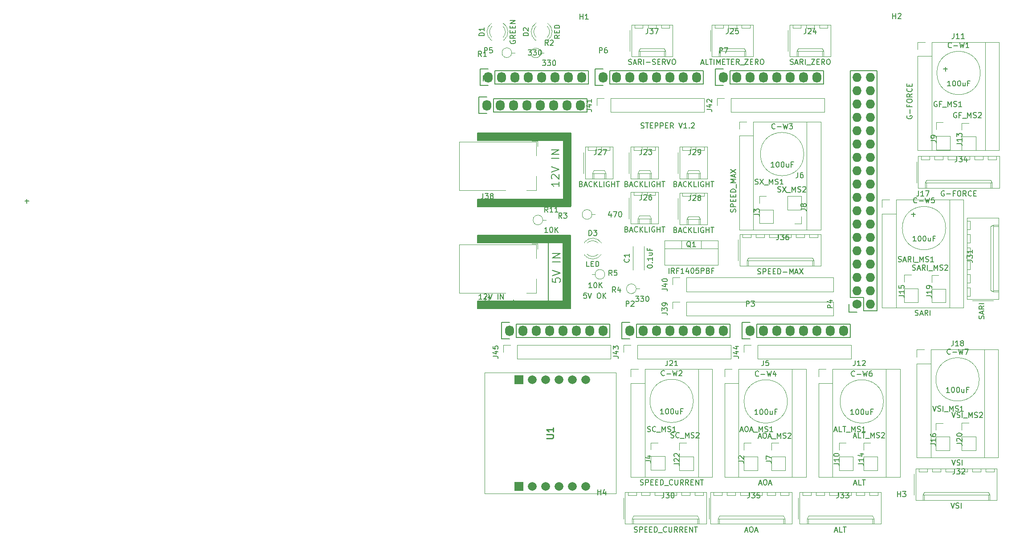
<source format=gbr>
G04 #@! TF.GenerationSoftware,KiCad,Pcbnew,8.0.2-1*
G04 #@! TF.CreationDate,2024-08-19T18:32:55+10:00*
G04 #@! TF.ProjectId,FORWARD 7 STEPPER DRIVER,464f5257-4152-4442-9037-205354455050,rev?*
G04 #@! TF.SameCoordinates,Original*
G04 #@! TF.FileFunction,Legend,Top*
G04 #@! TF.FilePolarity,Positive*
%FSLAX46Y46*%
G04 Gerber Fmt 4.6, Leading zero omitted, Abs format (unit mm)*
G04 Created by KiCad (PCBNEW 8.0.2-1) date 2024-08-19 18:32:55*
%MOMM*%
%LPD*%
G01*
G04 APERTURE LIST*
%ADD10C,0.150000*%
%ADD11C,0.254000*%
%ADD12C,0.120000*%
%ADD13C,0.100000*%
%ADD14C,1.727200*%
%ADD15O,1.727200X1.727200*%
%ADD16O,1.727200X2.032000*%
%ADD17R,1.665000X1.665000*%
%ADD18C,1.665000*%
G04 APERTURE END LIST*
D10*
X141500000Y-81500000D02*
X142943000Y-81500000D01*
X142943000Y-95400000D01*
X141500000Y-95400000D01*
X141500000Y-81500000D01*
G36*
X141500000Y-81500000D02*
G01*
X142943000Y-81500000D01*
X142943000Y-95400000D01*
X141500000Y-95400000D01*
X141500000Y-81500000D01*
G37*
X125221500Y-81503500D02*
X142971500Y-81503500D01*
X142971500Y-82946500D01*
X125221500Y-82946500D01*
X125221500Y-81503500D01*
G36*
X125221500Y-81503500D02*
G01*
X142971500Y-81503500D01*
X142971500Y-82946500D01*
X125221500Y-82946500D01*
X125221500Y-81503500D01*
G37*
X138675000Y-100949000D02*
X141575000Y-100949000D01*
X141575000Y-114842000D01*
X138675000Y-114842000D01*
X138675000Y-100949000D01*
X125221500Y-94050000D02*
X142921500Y-94050000D01*
X142921500Y-95493000D01*
X125221500Y-95493000D01*
X125221500Y-94050000D01*
G36*
X125221500Y-94050000D02*
G01*
X142921500Y-94050000D01*
X142921500Y-95493000D01*
X125221500Y-95493000D01*
X125221500Y-94050000D01*
G37*
X125175000Y-113492000D02*
X142875000Y-113492000D01*
X142875000Y-114935000D01*
X125175000Y-114935000D01*
X125175000Y-113492000D01*
G36*
X125175000Y-113492000D02*
G01*
X142875000Y-113492000D01*
X142875000Y-114935000D01*
X125175000Y-114935000D01*
X125175000Y-113492000D01*
G37*
X125175000Y-100945500D02*
X142925000Y-100945500D01*
X142925000Y-102388500D01*
X125175000Y-102388500D01*
X125175000Y-100945500D01*
G36*
X125175000Y-100945500D02*
G01*
X142925000Y-100945500D01*
X142925000Y-102388500D01*
X125175000Y-102388500D01*
X125175000Y-100945500D01*
G37*
X141453500Y-100942000D02*
X142896500Y-100942000D01*
X142896500Y-114842000D01*
X141453500Y-114842000D01*
X141453500Y-100942000D01*
G36*
X141453500Y-100942000D02*
G01*
X142896500Y-100942000D01*
X142896500Y-114842000D01*
X141453500Y-114842000D01*
X141453500Y-100942000D01*
G37*
X139411128Y-109141999D02*
X139411128Y-109856285D01*
X139411128Y-109856285D02*
X140125414Y-109927713D01*
X140125414Y-109927713D02*
X140053985Y-109856285D01*
X140053985Y-109856285D02*
X139982557Y-109713428D01*
X139982557Y-109713428D02*
X139982557Y-109356285D01*
X139982557Y-109356285D02*
X140053985Y-109213428D01*
X140053985Y-109213428D02*
X140125414Y-109141999D01*
X140125414Y-109141999D02*
X140268271Y-109070570D01*
X140268271Y-109070570D02*
X140625414Y-109070570D01*
X140625414Y-109070570D02*
X140768271Y-109141999D01*
X140768271Y-109141999D02*
X140839700Y-109213428D01*
X140839700Y-109213428D02*
X140911128Y-109356285D01*
X140911128Y-109356285D02*
X140911128Y-109713428D01*
X140911128Y-109713428D02*
X140839700Y-109856285D01*
X140839700Y-109856285D02*
X140768271Y-109927713D01*
X139411128Y-108641999D02*
X140911128Y-108141999D01*
X140911128Y-108141999D02*
X139411128Y-107641999D01*
X140911128Y-105999143D02*
X139411128Y-105999143D01*
X140911128Y-105284857D02*
X139411128Y-105284857D01*
X139411128Y-105284857D02*
X140911128Y-104427714D01*
X140911128Y-104427714D02*
X139411128Y-104427714D01*
X39529519Y-94838398D02*
X39529519Y-94076494D01*
X39910472Y-94457446D02*
X39148567Y-94457446D01*
X208063866Y-97370951D02*
X208063866Y-96609047D01*
X208444819Y-96989999D02*
X207682914Y-96989999D01*
X126063095Y-113146819D02*
X125491667Y-113146819D01*
X125777381Y-113146819D02*
X125777381Y-112146819D01*
X125777381Y-112146819D02*
X125682143Y-112289676D01*
X125682143Y-112289676D02*
X125586905Y-112384914D01*
X125586905Y-112384914D02*
X125491667Y-112432533D01*
X126444048Y-112242057D02*
X126491667Y-112194438D01*
X126491667Y-112194438D02*
X126586905Y-112146819D01*
X126586905Y-112146819D02*
X126825000Y-112146819D01*
X126825000Y-112146819D02*
X126920238Y-112194438D01*
X126920238Y-112194438D02*
X126967857Y-112242057D01*
X126967857Y-112242057D02*
X127015476Y-112337295D01*
X127015476Y-112337295D02*
X127015476Y-112432533D01*
X127015476Y-112432533D02*
X126967857Y-112575390D01*
X126967857Y-112575390D02*
X126396429Y-113146819D01*
X126396429Y-113146819D02*
X127015476Y-113146819D01*
X127301191Y-112146819D02*
X127634524Y-113146819D01*
X127634524Y-113146819D02*
X127967857Y-112146819D01*
X129063096Y-113146819D02*
X129063096Y-112146819D01*
X129539286Y-113146819D02*
X129539286Y-112146819D01*
X129539286Y-112146819D02*
X130110714Y-113146819D01*
X130110714Y-113146819D02*
X130110714Y-112146819D01*
X132047819Y-113242285D02*
X132047819Y-113813713D01*
X132047819Y-113527999D02*
X131047819Y-113527999D01*
X131047819Y-113527999D02*
X131190676Y-113623237D01*
X131190676Y-113623237D02*
X131285914Y-113718475D01*
X131285914Y-113718475D02*
X131333533Y-113813713D01*
X156289160Y-80522200D02*
X156432017Y-80569819D01*
X156432017Y-80569819D02*
X156670112Y-80569819D01*
X156670112Y-80569819D02*
X156765350Y-80522200D01*
X156765350Y-80522200D02*
X156812969Y-80474580D01*
X156812969Y-80474580D02*
X156860588Y-80379342D01*
X156860588Y-80379342D02*
X156860588Y-80284104D01*
X156860588Y-80284104D02*
X156812969Y-80188866D01*
X156812969Y-80188866D02*
X156765350Y-80141247D01*
X156765350Y-80141247D02*
X156670112Y-80093628D01*
X156670112Y-80093628D02*
X156479636Y-80046009D01*
X156479636Y-80046009D02*
X156384398Y-79998390D01*
X156384398Y-79998390D02*
X156336779Y-79950771D01*
X156336779Y-79950771D02*
X156289160Y-79855533D01*
X156289160Y-79855533D02*
X156289160Y-79760295D01*
X156289160Y-79760295D02*
X156336779Y-79665057D01*
X156336779Y-79665057D02*
X156384398Y-79617438D01*
X156384398Y-79617438D02*
X156479636Y-79569819D01*
X156479636Y-79569819D02*
X156717731Y-79569819D01*
X156717731Y-79569819D02*
X156860588Y-79617438D01*
X157146303Y-79569819D02*
X157717731Y-79569819D01*
X157432017Y-80569819D02*
X157432017Y-79569819D01*
X158051065Y-80046009D02*
X158384398Y-80046009D01*
X158527255Y-80569819D02*
X158051065Y-80569819D01*
X158051065Y-80569819D02*
X158051065Y-79569819D01*
X158051065Y-79569819D02*
X158527255Y-79569819D01*
X158955827Y-80569819D02*
X158955827Y-79569819D01*
X158955827Y-79569819D02*
X159336779Y-79569819D01*
X159336779Y-79569819D02*
X159432017Y-79617438D01*
X159432017Y-79617438D02*
X159479636Y-79665057D01*
X159479636Y-79665057D02*
X159527255Y-79760295D01*
X159527255Y-79760295D02*
X159527255Y-79903152D01*
X159527255Y-79903152D02*
X159479636Y-79998390D01*
X159479636Y-79998390D02*
X159432017Y-80046009D01*
X159432017Y-80046009D02*
X159336779Y-80093628D01*
X159336779Y-80093628D02*
X158955827Y-80093628D01*
X159955827Y-80569819D02*
X159955827Y-79569819D01*
X159955827Y-79569819D02*
X160336779Y-79569819D01*
X160336779Y-79569819D02*
X160432017Y-79617438D01*
X160432017Y-79617438D02*
X160479636Y-79665057D01*
X160479636Y-79665057D02*
X160527255Y-79760295D01*
X160527255Y-79760295D02*
X160527255Y-79903152D01*
X160527255Y-79903152D02*
X160479636Y-79998390D01*
X160479636Y-79998390D02*
X160432017Y-80046009D01*
X160432017Y-80046009D02*
X160336779Y-80093628D01*
X160336779Y-80093628D02*
X159955827Y-80093628D01*
X160955827Y-80046009D02*
X161289160Y-80046009D01*
X161432017Y-80569819D02*
X160955827Y-80569819D01*
X160955827Y-80569819D02*
X160955827Y-79569819D01*
X160955827Y-79569819D02*
X161432017Y-79569819D01*
X162432017Y-80569819D02*
X162098684Y-80093628D01*
X161860589Y-80569819D02*
X161860589Y-79569819D01*
X161860589Y-79569819D02*
X162241541Y-79569819D01*
X162241541Y-79569819D02*
X162336779Y-79617438D01*
X162336779Y-79617438D02*
X162384398Y-79665057D01*
X162384398Y-79665057D02*
X162432017Y-79760295D01*
X162432017Y-79760295D02*
X162432017Y-79903152D01*
X162432017Y-79903152D02*
X162384398Y-79998390D01*
X162384398Y-79998390D02*
X162336779Y-80046009D01*
X162336779Y-80046009D02*
X162241541Y-80093628D01*
X162241541Y-80093628D02*
X161860589Y-80093628D01*
X163479637Y-79569819D02*
X163812970Y-80569819D01*
X163812970Y-80569819D02*
X164146303Y-79569819D01*
X165003446Y-80569819D02*
X164432018Y-80569819D01*
X164717732Y-80569819D02*
X164717732Y-79569819D01*
X164717732Y-79569819D02*
X164622494Y-79712676D01*
X164622494Y-79712676D02*
X164527256Y-79807914D01*
X164527256Y-79807914D02*
X164432018Y-79855533D01*
X165432018Y-80474580D02*
X165479637Y-80522200D01*
X165479637Y-80522200D02*
X165432018Y-80569819D01*
X165432018Y-80569819D02*
X165384399Y-80522200D01*
X165384399Y-80522200D02*
X165432018Y-80474580D01*
X165432018Y-80474580D02*
X165432018Y-80569819D01*
X165860589Y-79665057D02*
X165908208Y-79617438D01*
X165908208Y-79617438D02*
X166003446Y-79569819D01*
X166003446Y-79569819D02*
X166241541Y-79569819D01*
X166241541Y-79569819D02*
X166336779Y-79617438D01*
X166336779Y-79617438D02*
X166384398Y-79665057D01*
X166384398Y-79665057D02*
X166432017Y-79760295D01*
X166432017Y-79760295D02*
X166432017Y-79855533D01*
X166432017Y-79855533D02*
X166384398Y-79998390D01*
X166384398Y-79998390D02*
X165812970Y-80569819D01*
X165812970Y-80569819D02*
X166432017Y-80569819D01*
X214173866Y-69680951D02*
X214173866Y-68919047D01*
X214554819Y-69299999D02*
X213792914Y-69299999D01*
X140736128Y-90792856D02*
X140736128Y-91649999D01*
X140736128Y-91221428D02*
X139236128Y-91221428D01*
X139236128Y-91221428D02*
X139450414Y-91364285D01*
X139450414Y-91364285D02*
X139593271Y-91507142D01*
X139593271Y-91507142D02*
X139664700Y-91649999D01*
X139378985Y-90221428D02*
X139307557Y-90150000D01*
X139307557Y-90150000D02*
X139236128Y-90007143D01*
X139236128Y-90007143D02*
X139236128Y-89650000D01*
X139236128Y-89650000D02*
X139307557Y-89507143D01*
X139307557Y-89507143D02*
X139378985Y-89435714D01*
X139378985Y-89435714D02*
X139521842Y-89364285D01*
X139521842Y-89364285D02*
X139664700Y-89364285D01*
X139664700Y-89364285D02*
X139878985Y-89435714D01*
X139878985Y-89435714D02*
X140736128Y-90292857D01*
X140736128Y-90292857D02*
X140736128Y-89364285D01*
X139236128Y-88935714D02*
X140736128Y-88435714D01*
X140736128Y-88435714D02*
X139236128Y-87935714D01*
X140736128Y-86292858D02*
X139236128Y-86292858D01*
X140736128Y-85578572D02*
X139236128Y-85578572D01*
X139236128Y-85578572D02*
X140736128Y-84721429D01*
X140736128Y-84721429D02*
X139236128Y-84721429D01*
X145904761Y-111954819D02*
X145428571Y-111954819D01*
X145428571Y-111954819D02*
X145380952Y-112431009D01*
X145380952Y-112431009D02*
X145428571Y-112383390D01*
X145428571Y-112383390D02*
X145523809Y-112335771D01*
X145523809Y-112335771D02*
X145761904Y-112335771D01*
X145761904Y-112335771D02*
X145857142Y-112383390D01*
X145857142Y-112383390D02*
X145904761Y-112431009D01*
X145904761Y-112431009D02*
X145952380Y-112526247D01*
X145952380Y-112526247D02*
X145952380Y-112764342D01*
X145952380Y-112764342D02*
X145904761Y-112859580D01*
X145904761Y-112859580D02*
X145857142Y-112907200D01*
X145857142Y-112907200D02*
X145761904Y-112954819D01*
X145761904Y-112954819D02*
X145523809Y-112954819D01*
X145523809Y-112954819D02*
X145428571Y-112907200D01*
X145428571Y-112907200D02*
X145380952Y-112859580D01*
X146238095Y-111954819D02*
X146571428Y-112954819D01*
X146571428Y-112954819D02*
X146904761Y-111954819D01*
X148190476Y-111954819D02*
X148380952Y-111954819D01*
X148380952Y-111954819D02*
X148476190Y-112002438D01*
X148476190Y-112002438D02*
X148571428Y-112097676D01*
X148571428Y-112097676D02*
X148619047Y-112288152D01*
X148619047Y-112288152D02*
X148619047Y-112621485D01*
X148619047Y-112621485D02*
X148571428Y-112811961D01*
X148571428Y-112811961D02*
X148476190Y-112907200D01*
X148476190Y-112907200D02*
X148380952Y-112954819D01*
X148380952Y-112954819D02*
X148190476Y-112954819D01*
X148190476Y-112954819D02*
X148095238Y-112907200D01*
X148095238Y-112907200D02*
X148000000Y-112811961D01*
X148000000Y-112811961D02*
X147952381Y-112621485D01*
X147952381Y-112621485D02*
X147952381Y-112288152D01*
X147952381Y-112288152D02*
X148000000Y-112097676D01*
X148000000Y-112097676D02*
X148095238Y-112002438D01*
X148095238Y-112002438D02*
X148190476Y-111954819D01*
X149047619Y-112954819D02*
X149047619Y-111954819D01*
X149619047Y-112954819D02*
X149190476Y-112383390D01*
X149619047Y-111954819D02*
X149047619Y-112526247D01*
X192712819Y-114784094D02*
X191712819Y-114784094D01*
X191712819Y-114784094D02*
X191712819Y-114403142D01*
X191712819Y-114403142D02*
X191760438Y-114307904D01*
X191760438Y-114307904D02*
X191808057Y-114260285D01*
X191808057Y-114260285D02*
X191903295Y-114212666D01*
X191903295Y-114212666D02*
X192046152Y-114212666D01*
X192046152Y-114212666D02*
X192141390Y-114260285D01*
X192141390Y-114260285D02*
X192189009Y-114307904D01*
X192189009Y-114307904D02*
X192236628Y-114403142D01*
X192236628Y-114403142D02*
X192236628Y-114784094D01*
X192046152Y-113355523D02*
X192712819Y-113355523D01*
X191665200Y-113593618D02*
X192379485Y-113831713D01*
X192379485Y-113831713D02*
X192379485Y-113212666D01*
X130579905Y-114480819D02*
X130579905Y-113480819D01*
X130579905Y-113480819D02*
X130960857Y-113480819D01*
X130960857Y-113480819D02*
X131056095Y-113528438D01*
X131056095Y-113528438D02*
X131103714Y-113576057D01*
X131103714Y-113576057D02*
X131151333Y-113671295D01*
X131151333Y-113671295D02*
X131151333Y-113814152D01*
X131151333Y-113814152D02*
X131103714Y-113909390D01*
X131103714Y-113909390D02*
X131056095Y-113957009D01*
X131056095Y-113957009D02*
X130960857Y-114004628D01*
X130960857Y-114004628D02*
X130579905Y-114004628D01*
X132103714Y-114480819D02*
X131532286Y-114480819D01*
X131818000Y-114480819D02*
X131818000Y-113480819D01*
X131818000Y-113480819D02*
X131722762Y-113623676D01*
X131722762Y-113623676D02*
X131627524Y-113718914D01*
X131627524Y-113718914D02*
X131532286Y-113766533D01*
X176299905Y-114480819D02*
X176299905Y-113480819D01*
X176299905Y-113480819D02*
X176680857Y-113480819D01*
X176680857Y-113480819D02*
X176776095Y-113528438D01*
X176776095Y-113528438D02*
X176823714Y-113576057D01*
X176823714Y-113576057D02*
X176871333Y-113671295D01*
X176871333Y-113671295D02*
X176871333Y-113814152D01*
X176871333Y-113814152D02*
X176823714Y-113909390D01*
X176823714Y-113909390D02*
X176776095Y-113957009D01*
X176776095Y-113957009D02*
X176680857Y-114004628D01*
X176680857Y-114004628D02*
X176299905Y-114004628D01*
X177204667Y-113480819D02*
X177823714Y-113480819D01*
X177823714Y-113480819D02*
X177490381Y-113861771D01*
X177490381Y-113861771D02*
X177633238Y-113861771D01*
X177633238Y-113861771D02*
X177728476Y-113909390D01*
X177728476Y-113909390D02*
X177776095Y-113957009D01*
X177776095Y-113957009D02*
X177823714Y-114052247D01*
X177823714Y-114052247D02*
X177823714Y-114290342D01*
X177823714Y-114290342D02*
X177776095Y-114385580D01*
X177776095Y-114385580D02*
X177728476Y-114433200D01*
X177728476Y-114433200D02*
X177633238Y-114480819D01*
X177633238Y-114480819D02*
X177347524Y-114480819D01*
X177347524Y-114480819D02*
X177252286Y-114433200D01*
X177252286Y-114433200D02*
X177204667Y-114385580D01*
X126515905Y-66220819D02*
X126515905Y-65220819D01*
X126515905Y-65220819D02*
X126896857Y-65220819D01*
X126896857Y-65220819D02*
X126992095Y-65268438D01*
X126992095Y-65268438D02*
X127039714Y-65316057D01*
X127039714Y-65316057D02*
X127087333Y-65411295D01*
X127087333Y-65411295D02*
X127087333Y-65554152D01*
X127087333Y-65554152D02*
X127039714Y-65649390D01*
X127039714Y-65649390D02*
X126992095Y-65697009D01*
X126992095Y-65697009D02*
X126896857Y-65744628D01*
X126896857Y-65744628D02*
X126515905Y-65744628D01*
X127992095Y-65220819D02*
X127515905Y-65220819D01*
X127515905Y-65220819D02*
X127468286Y-65697009D01*
X127468286Y-65697009D02*
X127515905Y-65649390D01*
X127515905Y-65649390D02*
X127611143Y-65601771D01*
X127611143Y-65601771D02*
X127849238Y-65601771D01*
X127849238Y-65601771D02*
X127944476Y-65649390D01*
X127944476Y-65649390D02*
X127992095Y-65697009D01*
X127992095Y-65697009D02*
X128039714Y-65792247D01*
X128039714Y-65792247D02*
X128039714Y-66030342D01*
X128039714Y-66030342D02*
X127992095Y-66125580D01*
X127992095Y-66125580D02*
X127944476Y-66173200D01*
X127944476Y-66173200D02*
X127849238Y-66220819D01*
X127849238Y-66220819D02*
X127611143Y-66220819D01*
X127611143Y-66220819D02*
X127515905Y-66173200D01*
X127515905Y-66173200D02*
X127468286Y-66125580D01*
X148359905Y-66220819D02*
X148359905Y-65220819D01*
X148359905Y-65220819D02*
X148740857Y-65220819D01*
X148740857Y-65220819D02*
X148836095Y-65268438D01*
X148836095Y-65268438D02*
X148883714Y-65316057D01*
X148883714Y-65316057D02*
X148931333Y-65411295D01*
X148931333Y-65411295D02*
X148931333Y-65554152D01*
X148931333Y-65554152D02*
X148883714Y-65649390D01*
X148883714Y-65649390D02*
X148836095Y-65697009D01*
X148836095Y-65697009D02*
X148740857Y-65744628D01*
X148740857Y-65744628D02*
X148359905Y-65744628D01*
X149788476Y-65220819D02*
X149598000Y-65220819D01*
X149598000Y-65220819D02*
X149502762Y-65268438D01*
X149502762Y-65268438D02*
X149455143Y-65316057D01*
X149455143Y-65316057D02*
X149359905Y-65458914D01*
X149359905Y-65458914D02*
X149312286Y-65649390D01*
X149312286Y-65649390D02*
X149312286Y-66030342D01*
X149312286Y-66030342D02*
X149359905Y-66125580D01*
X149359905Y-66125580D02*
X149407524Y-66173200D01*
X149407524Y-66173200D02*
X149502762Y-66220819D01*
X149502762Y-66220819D02*
X149693238Y-66220819D01*
X149693238Y-66220819D02*
X149788476Y-66173200D01*
X149788476Y-66173200D02*
X149836095Y-66125580D01*
X149836095Y-66125580D02*
X149883714Y-66030342D01*
X149883714Y-66030342D02*
X149883714Y-65792247D01*
X149883714Y-65792247D02*
X149836095Y-65697009D01*
X149836095Y-65697009D02*
X149788476Y-65649390D01*
X149788476Y-65649390D02*
X149693238Y-65601771D01*
X149693238Y-65601771D02*
X149502762Y-65601771D01*
X149502762Y-65601771D02*
X149407524Y-65649390D01*
X149407524Y-65649390D02*
X149359905Y-65697009D01*
X149359905Y-65697009D02*
X149312286Y-65792247D01*
X171219905Y-66220819D02*
X171219905Y-65220819D01*
X171219905Y-65220819D02*
X171600857Y-65220819D01*
X171600857Y-65220819D02*
X171696095Y-65268438D01*
X171696095Y-65268438D02*
X171743714Y-65316057D01*
X171743714Y-65316057D02*
X171791333Y-65411295D01*
X171791333Y-65411295D02*
X171791333Y-65554152D01*
X171791333Y-65554152D02*
X171743714Y-65649390D01*
X171743714Y-65649390D02*
X171696095Y-65697009D01*
X171696095Y-65697009D02*
X171600857Y-65744628D01*
X171600857Y-65744628D02*
X171219905Y-65744628D01*
X172124667Y-65220819D02*
X172791333Y-65220819D01*
X172791333Y-65220819D02*
X172362762Y-66220819D01*
X126494819Y-62968094D02*
X125494819Y-62968094D01*
X125494819Y-62968094D02*
X125494819Y-62729999D01*
X125494819Y-62729999D02*
X125542438Y-62587142D01*
X125542438Y-62587142D02*
X125637676Y-62491904D01*
X125637676Y-62491904D02*
X125732914Y-62444285D01*
X125732914Y-62444285D02*
X125923390Y-62396666D01*
X125923390Y-62396666D02*
X126066247Y-62396666D01*
X126066247Y-62396666D02*
X126256723Y-62444285D01*
X126256723Y-62444285D02*
X126351961Y-62491904D01*
X126351961Y-62491904D02*
X126447200Y-62587142D01*
X126447200Y-62587142D02*
X126494819Y-62729999D01*
X126494819Y-62729999D02*
X126494819Y-62968094D01*
X126494819Y-61444285D02*
X126494819Y-62015713D01*
X126494819Y-61729999D02*
X125494819Y-61729999D01*
X125494819Y-61729999D02*
X125637676Y-61825237D01*
X125637676Y-61825237D02*
X125732914Y-61920475D01*
X125732914Y-61920475D02*
X125780533Y-62015713D01*
X131462438Y-63896666D02*
X131414819Y-63991904D01*
X131414819Y-63991904D02*
X131414819Y-64134761D01*
X131414819Y-64134761D02*
X131462438Y-64277618D01*
X131462438Y-64277618D02*
X131557676Y-64372856D01*
X131557676Y-64372856D02*
X131652914Y-64420475D01*
X131652914Y-64420475D02*
X131843390Y-64468094D01*
X131843390Y-64468094D02*
X131986247Y-64468094D01*
X131986247Y-64468094D02*
X132176723Y-64420475D01*
X132176723Y-64420475D02*
X132271961Y-64372856D01*
X132271961Y-64372856D02*
X132367200Y-64277618D01*
X132367200Y-64277618D02*
X132414819Y-64134761D01*
X132414819Y-64134761D02*
X132414819Y-64039523D01*
X132414819Y-64039523D02*
X132367200Y-63896666D01*
X132367200Y-63896666D02*
X132319580Y-63849047D01*
X132319580Y-63849047D02*
X131986247Y-63849047D01*
X131986247Y-63849047D02*
X131986247Y-64039523D01*
X132414819Y-62849047D02*
X131938628Y-63182380D01*
X132414819Y-63420475D02*
X131414819Y-63420475D01*
X131414819Y-63420475D02*
X131414819Y-63039523D01*
X131414819Y-63039523D02*
X131462438Y-62944285D01*
X131462438Y-62944285D02*
X131510057Y-62896666D01*
X131510057Y-62896666D02*
X131605295Y-62849047D01*
X131605295Y-62849047D02*
X131748152Y-62849047D01*
X131748152Y-62849047D02*
X131843390Y-62896666D01*
X131843390Y-62896666D02*
X131891009Y-62944285D01*
X131891009Y-62944285D02*
X131938628Y-63039523D01*
X131938628Y-63039523D02*
X131938628Y-63420475D01*
X131891009Y-62420475D02*
X131891009Y-62087142D01*
X132414819Y-61944285D02*
X132414819Y-62420475D01*
X132414819Y-62420475D02*
X131414819Y-62420475D01*
X131414819Y-62420475D02*
X131414819Y-61944285D01*
X131891009Y-61515713D02*
X131891009Y-61182380D01*
X132414819Y-61039523D02*
X132414819Y-61515713D01*
X132414819Y-61515713D02*
X131414819Y-61515713D01*
X131414819Y-61515713D02*
X131414819Y-61039523D01*
X132414819Y-60610951D02*
X131414819Y-60610951D01*
X131414819Y-60610951D02*
X132414819Y-60039523D01*
X132414819Y-60039523D02*
X131414819Y-60039523D01*
X134894819Y-62958094D02*
X133894819Y-62958094D01*
X133894819Y-62958094D02*
X133894819Y-62719999D01*
X133894819Y-62719999D02*
X133942438Y-62577142D01*
X133942438Y-62577142D02*
X134037676Y-62481904D01*
X134037676Y-62481904D02*
X134132914Y-62434285D01*
X134132914Y-62434285D02*
X134323390Y-62386666D01*
X134323390Y-62386666D02*
X134466247Y-62386666D01*
X134466247Y-62386666D02*
X134656723Y-62434285D01*
X134656723Y-62434285D02*
X134751961Y-62481904D01*
X134751961Y-62481904D02*
X134847200Y-62577142D01*
X134847200Y-62577142D02*
X134894819Y-62719999D01*
X134894819Y-62719999D02*
X134894819Y-62958094D01*
X133990057Y-62005713D02*
X133942438Y-61958094D01*
X133942438Y-61958094D02*
X133894819Y-61862856D01*
X133894819Y-61862856D02*
X133894819Y-61624761D01*
X133894819Y-61624761D02*
X133942438Y-61529523D01*
X133942438Y-61529523D02*
X133990057Y-61481904D01*
X133990057Y-61481904D02*
X134085295Y-61434285D01*
X134085295Y-61434285D02*
X134180533Y-61434285D01*
X134180533Y-61434285D02*
X134323390Y-61481904D01*
X134323390Y-61481904D02*
X134894819Y-62053332D01*
X134894819Y-62053332D02*
X134894819Y-61434285D01*
X140814819Y-62862857D02*
X140338628Y-63196190D01*
X140814819Y-63434285D02*
X139814819Y-63434285D01*
X139814819Y-63434285D02*
X139814819Y-63053333D01*
X139814819Y-63053333D02*
X139862438Y-62958095D01*
X139862438Y-62958095D02*
X139910057Y-62910476D01*
X139910057Y-62910476D02*
X140005295Y-62862857D01*
X140005295Y-62862857D02*
X140148152Y-62862857D01*
X140148152Y-62862857D02*
X140243390Y-62910476D01*
X140243390Y-62910476D02*
X140291009Y-62958095D01*
X140291009Y-62958095D02*
X140338628Y-63053333D01*
X140338628Y-63053333D02*
X140338628Y-63434285D01*
X140291009Y-62434285D02*
X140291009Y-62100952D01*
X140814819Y-61958095D02*
X140814819Y-62434285D01*
X140814819Y-62434285D02*
X139814819Y-62434285D01*
X139814819Y-62434285D02*
X139814819Y-61958095D01*
X140814819Y-61529523D02*
X139814819Y-61529523D01*
X139814819Y-61529523D02*
X139814819Y-61291428D01*
X139814819Y-61291428D02*
X139862438Y-61148571D01*
X139862438Y-61148571D02*
X139957676Y-61053333D01*
X139957676Y-61053333D02*
X140052914Y-61005714D01*
X140052914Y-61005714D02*
X140243390Y-60958095D01*
X140243390Y-60958095D02*
X140386247Y-60958095D01*
X140386247Y-60958095D02*
X140576723Y-61005714D01*
X140576723Y-61005714D02*
X140671961Y-61053333D01*
X140671961Y-61053333D02*
X140767200Y-61148571D01*
X140767200Y-61148571D02*
X140814819Y-61291428D01*
X140814819Y-61291428D02*
X140814819Y-61529523D01*
X125982458Y-66908819D02*
X125649125Y-66432628D01*
X125411030Y-66908819D02*
X125411030Y-65908819D01*
X125411030Y-65908819D02*
X125791982Y-65908819D01*
X125791982Y-65908819D02*
X125887220Y-65956438D01*
X125887220Y-65956438D02*
X125934839Y-66004057D01*
X125934839Y-66004057D02*
X125982458Y-66099295D01*
X125982458Y-66099295D02*
X125982458Y-66242152D01*
X125982458Y-66242152D02*
X125934839Y-66337390D01*
X125934839Y-66337390D02*
X125887220Y-66385009D01*
X125887220Y-66385009D02*
X125791982Y-66432628D01*
X125791982Y-66432628D02*
X125411030Y-66432628D01*
X126934839Y-66908819D02*
X126363411Y-66908819D01*
X126649125Y-66908819D02*
X126649125Y-65908819D01*
X126649125Y-65908819D02*
X126553887Y-66051676D01*
X126553887Y-66051676D02*
X126458649Y-66146914D01*
X126458649Y-66146914D02*
X126363411Y-66194533D01*
X134831541Y-65654819D02*
X135450588Y-65654819D01*
X135450588Y-65654819D02*
X135117255Y-66035771D01*
X135117255Y-66035771D02*
X135260112Y-66035771D01*
X135260112Y-66035771D02*
X135355350Y-66083390D01*
X135355350Y-66083390D02*
X135402969Y-66131009D01*
X135402969Y-66131009D02*
X135450588Y-66226247D01*
X135450588Y-66226247D02*
X135450588Y-66464342D01*
X135450588Y-66464342D02*
X135402969Y-66559580D01*
X135402969Y-66559580D02*
X135355350Y-66607200D01*
X135355350Y-66607200D02*
X135260112Y-66654819D01*
X135260112Y-66654819D02*
X134974398Y-66654819D01*
X134974398Y-66654819D02*
X134879160Y-66607200D01*
X134879160Y-66607200D02*
X134831541Y-66559580D01*
X135783922Y-65654819D02*
X136402969Y-65654819D01*
X136402969Y-65654819D02*
X136069636Y-66035771D01*
X136069636Y-66035771D02*
X136212493Y-66035771D01*
X136212493Y-66035771D02*
X136307731Y-66083390D01*
X136307731Y-66083390D02*
X136355350Y-66131009D01*
X136355350Y-66131009D02*
X136402969Y-66226247D01*
X136402969Y-66226247D02*
X136402969Y-66464342D01*
X136402969Y-66464342D02*
X136355350Y-66559580D01*
X136355350Y-66559580D02*
X136307731Y-66607200D01*
X136307731Y-66607200D02*
X136212493Y-66654819D01*
X136212493Y-66654819D02*
X135926779Y-66654819D01*
X135926779Y-66654819D02*
X135831541Y-66607200D01*
X135831541Y-66607200D02*
X135783922Y-66559580D01*
X137022017Y-65654819D02*
X137117255Y-65654819D01*
X137117255Y-65654819D02*
X137212493Y-65702438D01*
X137212493Y-65702438D02*
X137260112Y-65750057D01*
X137260112Y-65750057D02*
X137307731Y-65845295D01*
X137307731Y-65845295D02*
X137355350Y-66035771D01*
X137355350Y-66035771D02*
X137355350Y-66273866D01*
X137355350Y-66273866D02*
X137307731Y-66464342D01*
X137307731Y-66464342D02*
X137260112Y-66559580D01*
X137260112Y-66559580D02*
X137212493Y-66607200D01*
X137212493Y-66607200D02*
X137117255Y-66654819D01*
X137117255Y-66654819D02*
X137022017Y-66654819D01*
X137022017Y-66654819D02*
X136926779Y-66607200D01*
X136926779Y-66607200D02*
X136879160Y-66559580D01*
X136879160Y-66559580D02*
X136831541Y-66464342D01*
X136831541Y-66464342D02*
X136783922Y-66273866D01*
X136783922Y-66273866D02*
X136783922Y-66035771D01*
X136783922Y-66035771D02*
X136831541Y-65845295D01*
X136831541Y-65845295D02*
X136879160Y-65750057D01*
X136879160Y-65750057D02*
X136926779Y-65702438D01*
X136926779Y-65702438D02*
X137022017Y-65654819D01*
X156394476Y-84592819D02*
X156394476Y-85307104D01*
X156394476Y-85307104D02*
X156346857Y-85449961D01*
X156346857Y-85449961D02*
X156251619Y-85545200D01*
X156251619Y-85545200D02*
X156108762Y-85592819D01*
X156108762Y-85592819D02*
X156013524Y-85592819D01*
X156823048Y-84688057D02*
X156870667Y-84640438D01*
X156870667Y-84640438D02*
X156965905Y-84592819D01*
X156965905Y-84592819D02*
X157204000Y-84592819D01*
X157204000Y-84592819D02*
X157299238Y-84640438D01*
X157299238Y-84640438D02*
X157346857Y-84688057D01*
X157346857Y-84688057D02*
X157394476Y-84783295D01*
X157394476Y-84783295D02*
X157394476Y-84878533D01*
X157394476Y-84878533D02*
X157346857Y-85021390D01*
X157346857Y-85021390D02*
X156775429Y-85592819D01*
X156775429Y-85592819D02*
X157394476Y-85592819D01*
X157727810Y-84592819D02*
X158346857Y-84592819D01*
X158346857Y-84592819D02*
X158013524Y-84973771D01*
X158013524Y-84973771D02*
X158156381Y-84973771D01*
X158156381Y-84973771D02*
X158251619Y-85021390D01*
X158251619Y-85021390D02*
X158299238Y-85069009D01*
X158299238Y-85069009D02*
X158346857Y-85164247D01*
X158346857Y-85164247D02*
X158346857Y-85402342D01*
X158346857Y-85402342D02*
X158299238Y-85497580D01*
X158299238Y-85497580D02*
X158251619Y-85545200D01*
X158251619Y-85545200D02*
X158156381Y-85592819D01*
X158156381Y-85592819D02*
X157870667Y-85592819D01*
X157870667Y-85592819D02*
X157775429Y-85545200D01*
X157775429Y-85545200D02*
X157727810Y-85497580D01*
X153545238Y-91181009D02*
X153688095Y-91228628D01*
X153688095Y-91228628D02*
X153735714Y-91276247D01*
X153735714Y-91276247D02*
X153783333Y-91371485D01*
X153783333Y-91371485D02*
X153783333Y-91514342D01*
X153783333Y-91514342D02*
X153735714Y-91609580D01*
X153735714Y-91609580D02*
X153688095Y-91657200D01*
X153688095Y-91657200D02*
X153592857Y-91704819D01*
X153592857Y-91704819D02*
X153211905Y-91704819D01*
X153211905Y-91704819D02*
X153211905Y-90704819D01*
X153211905Y-90704819D02*
X153545238Y-90704819D01*
X153545238Y-90704819D02*
X153640476Y-90752438D01*
X153640476Y-90752438D02*
X153688095Y-90800057D01*
X153688095Y-90800057D02*
X153735714Y-90895295D01*
X153735714Y-90895295D02*
X153735714Y-90990533D01*
X153735714Y-90990533D02*
X153688095Y-91085771D01*
X153688095Y-91085771D02*
X153640476Y-91133390D01*
X153640476Y-91133390D02*
X153545238Y-91181009D01*
X153545238Y-91181009D02*
X153211905Y-91181009D01*
X154164286Y-91419104D02*
X154640476Y-91419104D01*
X154069048Y-91704819D02*
X154402381Y-90704819D01*
X154402381Y-90704819D02*
X154735714Y-91704819D01*
X155640476Y-91609580D02*
X155592857Y-91657200D01*
X155592857Y-91657200D02*
X155450000Y-91704819D01*
X155450000Y-91704819D02*
X155354762Y-91704819D01*
X155354762Y-91704819D02*
X155211905Y-91657200D01*
X155211905Y-91657200D02*
X155116667Y-91561961D01*
X155116667Y-91561961D02*
X155069048Y-91466723D01*
X155069048Y-91466723D02*
X155021429Y-91276247D01*
X155021429Y-91276247D02*
X155021429Y-91133390D01*
X155021429Y-91133390D02*
X155069048Y-90942914D01*
X155069048Y-90942914D02*
X155116667Y-90847676D01*
X155116667Y-90847676D02*
X155211905Y-90752438D01*
X155211905Y-90752438D02*
X155354762Y-90704819D01*
X155354762Y-90704819D02*
X155450000Y-90704819D01*
X155450000Y-90704819D02*
X155592857Y-90752438D01*
X155592857Y-90752438D02*
X155640476Y-90800057D01*
X156069048Y-91704819D02*
X156069048Y-90704819D01*
X156640476Y-91704819D02*
X156211905Y-91133390D01*
X156640476Y-90704819D02*
X156069048Y-91276247D01*
X157545238Y-91704819D02*
X157069048Y-91704819D01*
X157069048Y-91704819D02*
X157069048Y-90704819D01*
X157878572Y-91704819D02*
X157878572Y-90704819D01*
X158878571Y-90752438D02*
X158783333Y-90704819D01*
X158783333Y-90704819D02*
X158640476Y-90704819D01*
X158640476Y-90704819D02*
X158497619Y-90752438D01*
X158497619Y-90752438D02*
X158402381Y-90847676D01*
X158402381Y-90847676D02*
X158354762Y-90942914D01*
X158354762Y-90942914D02*
X158307143Y-91133390D01*
X158307143Y-91133390D02*
X158307143Y-91276247D01*
X158307143Y-91276247D02*
X158354762Y-91466723D01*
X158354762Y-91466723D02*
X158402381Y-91561961D01*
X158402381Y-91561961D02*
X158497619Y-91657200D01*
X158497619Y-91657200D02*
X158640476Y-91704819D01*
X158640476Y-91704819D02*
X158735714Y-91704819D01*
X158735714Y-91704819D02*
X158878571Y-91657200D01*
X158878571Y-91657200D02*
X158926190Y-91609580D01*
X158926190Y-91609580D02*
X158926190Y-91276247D01*
X158926190Y-91276247D02*
X158735714Y-91276247D01*
X159354762Y-91704819D02*
X159354762Y-90704819D01*
X159354762Y-91181009D02*
X159926190Y-91181009D01*
X159926190Y-91704819D02*
X159926190Y-90704819D01*
X160259524Y-90704819D02*
X160830952Y-90704819D01*
X160545238Y-91704819D02*
X160545238Y-90704819D01*
X193830476Y-149974819D02*
X193830476Y-150689104D01*
X193830476Y-150689104D02*
X193782857Y-150831961D01*
X193782857Y-150831961D02*
X193687619Y-150927200D01*
X193687619Y-150927200D02*
X193544762Y-150974819D01*
X193544762Y-150974819D02*
X193449524Y-150974819D01*
X194211429Y-149974819D02*
X194830476Y-149974819D01*
X194830476Y-149974819D02*
X194497143Y-150355771D01*
X194497143Y-150355771D02*
X194640000Y-150355771D01*
X194640000Y-150355771D02*
X194735238Y-150403390D01*
X194735238Y-150403390D02*
X194782857Y-150451009D01*
X194782857Y-150451009D02*
X194830476Y-150546247D01*
X194830476Y-150546247D02*
X194830476Y-150784342D01*
X194830476Y-150784342D02*
X194782857Y-150879580D01*
X194782857Y-150879580D02*
X194735238Y-150927200D01*
X194735238Y-150927200D02*
X194640000Y-150974819D01*
X194640000Y-150974819D02*
X194354286Y-150974819D01*
X194354286Y-150974819D02*
X194259048Y-150927200D01*
X194259048Y-150927200D02*
X194211429Y-150879580D01*
X195163810Y-149974819D02*
X195782857Y-149974819D01*
X195782857Y-149974819D02*
X195449524Y-150355771D01*
X195449524Y-150355771D02*
X195592381Y-150355771D01*
X195592381Y-150355771D02*
X195687619Y-150403390D01*
X195687619Y-150403390D02*
X195735238Y-150451009D01*
X195735238Y-150451009D02*
X195782857Y-150546247D01*
X195782857Y-150546247D02*
X195782857Y-150784342D01*
X195782857Y-150784342D02*
X195735238Y-150879580D01*
X195735238Y-150879580D02*
X195687619Y-150927200D01*
X195687619Y-150927200D02*
X195592381Y-150974819D01*
X195592381Y-150974819D02*
X195306667Y-150974819D01*
X195306667Y-150974819D02*
X195211429Y-150927200D01*
X195211429Y-150927200D02*
X195163810Y-150879580D01*
X193146190Y-157199104D02*
X193622380Y-157199104D01*
X193050952Y-157484819D02*
X193384285Y-156484819D01*
X193384285Y-156484819D02*
X193717618Y-157484819D01*
X194527142Y-157484819D02*
X194050952Y-157484819D01*
X194050952Y-157484819D02*
X194050952Y-156484819D01*
X194717619Y-156484819D02*
X195289047Y-156484819D01*
X195003333Y-157484819D02*
X195003333Y-156484819D01*
X168769819Y-77009523D02*
X169484104Y-77009523D01*
X169484104Y-77009523D02*
X169626961Y-77057142D01*
X169626961Y-77057142D02*
X169722200Y-77152380D01*
X169722200Y-77152380D02*
X169769819Y-77295237D01*
X169769819Y-77295237D02*
X169769819Y-77390475D01*
X169103152Y-76104761D02*
X169769819Y-76104761D01*
X168722200Y-76342856D02*
X169436485Y-76580951D01*
X169436485Y-76580951D02*
X169436485Y-75961904D01*
X168865057Y-75628570D02*
X168817438Y-75580951D01*
X168817438Y-75580951D02*
X168769819Y-75485713D01*
X168769819Y-75485713D02*
X168769819Y-75247618D01*
X168769819Y-75247618D02*
X168817438Y-75152380D01*
X168817438Y-75152380D02*
X168865057Y-75104761D01*
X168865057Y-75104761D02*
X168960295Y-75057142D01*
X168960295Y-75057142D02*
X169055533Y-75057142D01*
X169055533Y-75057142D02*
X169198390Y-75104761D01*
X169198390Y-75104761D02*
X169769819Y-75676189D01*
X169769819Y-75676189D02*
X169769819Y-75057142D01*
X160620476Y-149974819D02*
X160620476Y-150689104D01*
X160620476Y-150689104D02*
X160572857Y-150831961D01*
X160572857Y-150831961D02*
X160477619Y-150927200D01*
X160477619Y-150927200D02*
X160334762Y-150974819D01*
X160334762Y-150974819D02*
X160239524Y-150974819D01*
X161001429Y-149974819D02*
X161620476Y-149974819D01*
X161620476Y-149974819D02*
X161287143Y-150355771D01*
X161287143Y-150355771D02*
X161430000Y-150355771D01*
X161430000Y-150355771D02*
X161525238Y-150403390D01*
X161525238Y-150403390D02*
X161572857Y-150451009D01*
X161572857Y-150451009D02*
X161620476Y-150546247D01*
X161620476Y-150546247D02*
X161620476Y-150784342D01*
X161620476Y-150784342D02*
X161572857Y-150879580D01*
X161572857Y-150879580D02*
X161525238Y-150927200D01*
X161525238Y-150927200D02*
X161430000Y-150974819D01*
X161430000Y-150974819D02*
X161144286Y-150974819D01*
X161144286Y-150974819D02*
X161049048Y-150927200D01*
X161049048Y-150927200D02*
X161001429Y-150879580D01*
X162239524Y-149974819D02*
X162334762Y-149974819D01*
X162334762Y-149974819D02*
X162430000Y-150022438D01*
X162430000Y-150022438D02*
X162477619Y-150070057D01*
X162477619Y-150070057D02*
X162525238Y-150165295D01*
X162525238Y-150165295D02*
X162572857Y-150355771D01*
X162572857Y-150355771D02*
X162572857Y-150593866D01*
X162572857Y-150593866D02*
X162525238Y-150784342D01*
X162525238Y-150784342D02*
X162477619Y-150879580D01*
X162477619Y-150879580D02*
X162430000Y-150927200D01*
X162430000Y-150927200D02*
X162334762Y-150974819D01*
X162334762Y-150974819D02*
X162239524Y-150974819D01*
X162239524Y-150974819D02*
X162144286Y-150927200D01*
X162144286Y-150927200D02*
X162096667Y-150879580D01*
X162096667Y-150879580D02*
X162049048Y-150784342D01*
X162049048Y-150784342D02*
X162001429Y-150593866D01*
X162001429Y-150593866D02*
X162001429Y-150355771D01*
X162001429Y-150355771D02*
X162049048Y-150165295D01*
X162049048Y-150165295D02*
X162096667Y-150070057D01*
X162096667Y-150070057D02*
X162144286Y-150022438D01*
X162144286Y-150022438D02*
X162239524Y-149974819D01*
X155007619Y-157437200D02*
X155150476Y-157484819D01*
X155150476Y-157484819D02*
X155388571Y-157484819D01*
X155388571Y-157484819D02*
X155483809Y-157437200D01*
X155483809Y-157437200D02*
X155531428Y-157389580D01*
X155531428Y-157389580D02*
X155579047Y-157294342D01*
X155579047Y-157294342D02*
X155579047Y-157199104D01*
X155579047Y-157199104D02*
X155531428Y-157103866D01*
X155531428Y-157103866D02*
X155483809Y-157056247D01*
X155483809Y-157056247D02*
X155388571Y-157008628D01*
X155388571Y-157008628D02*
X155198095Y-156961009D01*
X155198095Y-156961009D02*
X155102857Y-156913390D01*
X155102857Y-156913390D02*
X155055238Y-156865771D01*
X155055238Y-156865771D02*
X155007619Y-156770533D01*
X155007619Y-156770533D02*
X155007619Y-156675295D01*
X155007619Y-156675295D02*
X155055238Y-156580057D01*
X155055238Y-156580057D02*
X155102857Y-156532438D01*
X155102857Y-156532438D02*
X155198095Y-156484819D01*
X155198095Y-156484819D02*
X155436190Y-156484819D01*
X155436190Y-156484819D02*
X155579047Y-156532438D01*
X156007619Y-157484819D02*
X156007619Y-156484819D01*
X156007619Y-156484819D02*
X156388571Y-156484819D01*
X156388571Y-156484819D02*
X156483809Y-156532438D01*
X156483809Y-156532438D02*
X156531428Y-156580057D01*
X156531428Y-156580057D02*
X156579047Y-156675295D01*
X156579047Y-156675295D02*
X156579047Y-156818152D01*
X156579047Y-156818152D02*
X156531428Y-156913390D01*
X156531428Y-156913390D02*
X156483809Y-156961009D01*
X156483809Y-156961009D02*
X156388571Y-157008628D01*
X156388571Y-157008628D02*
X156007619Y-157008628D01*
X157007619Y-156961009D02*
X157340952Y-156961009D01*
X157483809Y-157484819D02*
X157007619Y-157484819D01*
X157007619Y-157484819D02*
X157007619Y-156484819D01*
X157007619Y-156484819D02*
X157483809Y-156484819D01*
X157912381Y-156961009D02*
X158245714Y-156961009D01*
X158388571Y-157484819D02*
X157912381Y-157484819D01*
X157912381Y-157484819D02*
X157912381Y-156484819D01*
X157912381Y-156484819D02*
X158388571Y-156484819D01*
X158817143Y-157484819D02*
X158817143Y-156484819D01*
X158817143Y-156484819D02*
X159055238Y-156484819D01*
X159055238Y-156484819D02*
X159198095Y-156532438D01*
X159198095Y-156532438D02*
X159293333Y-156627676D01*
X159293333Y-156627676D02*
X159340952Y-156722914D01*
X159340952Y-156722914D02*
X159388571Y-156913390D01*
X159388571Y-156913390D02*
X159388571Y-157056247D01*
X159388571Y-157056247D02*
X159340952Y-157246723D01*
X159340952Y-157246723D02*
X159293333Y-157341961D01*
X159293333Y-157341961D02*
X159198095Y-157437200D01*
X159198095Y-157437200D02*
X159055238Y-157484819D01*
X159055238Y-157484819D02*
X158817143Y-157484819D01*
X159579048Y-157580057D02*
X160340952Y-157580057D01*
X161150476Y-157389580D02*
X161102857Y-157437200D01*
X161102857Y-157437200D02*
X160960000Y-157484819D01*
X160960000Y-157484819D02*
X160864762Y-157484819D01*
X160864762Y-157484819D02*
X160721905Y-157437200D01*
X160721905Y-157437200D02*
X160626667Y-157341961D01*
X160626667Y-157341961D02*
X160579048Y-157246723D01*
X160579048Y-157246723D02*
X160531429Y-157056247D01*
X160531429Y-157056247D02*
X160531429Y-156913390D01*
X160531429Y-156913390D02*
X160579048Y-156722914D01*
X160579048Y-156722914D02*
X160626667Y-156627676D01*
X160626667Y-156627676D02*
X160721905Y-156532438D01*
X160721905Y-156532438D02*
X160864762Y-156484819D01*
X160864762Y-156484819D02*
X160960000Y-156484819D01*
X160960000Y-156484819D02*
X161102857Y-156532438D01*
X161102857Y-156532438D02*
X161150476Y-156580057D01*
X161579048Y-156484819D02*
X161579048Y-157294342D01*
X161579048Y-157294342D02*
X161626667Y-157389580D01*
X161626667Y-157389580D02*
X161674286Y-157437200D01*
X161674286Y-157437200D02*
X161769524Y-157484819D01*
X161769524Y-157484819D02*
X161960000Y-157484819D01*
X161960000Y-157484819D02*
X162055238Y-157437200D01*
X162055238Y-157437200D02*
X162102857Y-157389580D01*
X162102857Y-157389580D02*
X162150476Y-157294342D01*
X162150476Y-157294342D02*
X162150476Y-156484819D01*
X163198095Y-157484819D02*
X162864762Y-157008628D01*
X162626667Y-157484819D02*
X162626667Y-156484819D01*
X162626667Y-156484819D02*
X163007619Y-156484819D01*
X163007619Y-156484819D02*
X163102857Y-156532438D01*
X163102857Y-156532438D02*
X163150476Y-156580057D01*
X163150476Y-156580057D02*
X163198095Y-156675295D01*
X163198095Y-156675295D02*
X163198095Y-156818152D01*
X163198095Y-156818152D02*
X163150476Y-156913390D01*
X163150476Y-156913390D02*
X163102857Y-156961009D01*
X163102857Y-156961009D02*
X163007619Y-157008628D01*
X163007619Y-157008628D02*
X162626667Y-157008628D01*
X164198095Y-157484819D02*
X163864762Y-157008628D01*
X163626667Y-157484819D02*
X163626667Y-156484819D01*
X163626667Y-156484819D02*
X164007619Y-156484819D01*
X164007619Y-156484819D02*
X164102857Y-156532438D01*
X164102857Y-156532438D02*
X164150476Y-156580057D01*
X164150476Y-156580057D02*
X164198095Y-156675295D01*
X164198095Y-156675295D02*
X164198095Y-156818152D01*
X164198095Y-156818152D02*
X164150476Y-156913390D01*
X164150476Y-156913390D02*
X164102857Y-156961009D01*
X164102857Y-156961009D02*
X164007619Y-157008628D01*
X164007619Y-157008628D02*
X163626667Y-157008628D01*
X164626667Y-156961009D02*
X164960000Y-156961009D01*
X165102857Y-157484819D02*
X164626667Y-157484819D01*
X164626667Y-157484819D02*
X164626667Y-156484819D01*
X164626667Y-156484819D02*
X165102857Y-156484819D01*
X165531429Y-157484819D02*
X165531429Y-156484819D01*
X165531429Y-156484819D02*
X166102857Y-157484819D01*
X166102857Y-157484819D02*
X166102857Y-156484819D01*
X166436191Y-156484819D02*
X167007619Y-156484819D01*
X166721905Y-157484819D02*
X166721905Y-156484819D01*
X157580476Y-61576819D02*
X157580476Y-62291104D01*
X157580476Y-62291104D02*
X157532857Y-62433961D01*
X157532857Y-62433961D02*
X157437619Y-62529200D01*
X157437619Y-62529200D02*
X157294762Y-62576819D01*
X157294762Y-62576819D02*
X157199524Y-62576819D01*
X157961429Y-61576819D02*
X158580476Y-61576819D01*
X158580476Y-61576819D02*
X158247143Y-61957771D01*
X158247143Y-61957771D02*
X158390000Y-61957771D01*
X158390000Y-61957771D02*
X158485238Y-62005390D01*
X158485238Y-62005390D02*
X158532857Y-62053009D01*
X158532857Y-62053009D02*
X158580476Y-62148247D01*
X158580476Y-62148247D02*
X158580476Y-62386342D01*
X158580476Y-62386342D02*
X158532857Y-62481580D01*
X158532857Y-62481580D02*
X158485238Y-62529200D01*
X158485238Y-62529200D02*
X158390000Y-62576819D01*
X158390000Y-62576819D02*
X158104286Y-62576819D01*
X158104286Y-62576819D02*
X158009048Y-62529200D01*
X158009048Y-62529200D02*
X157961429Y-62481580D01*
X158913810Y-61576819D02*
X159580476Y-61576819D01*
X159580476Y-61576819D02*
X159151905Y-62576819D01*
X153937619Y-68387200D02*
X154080476Y-68434819D01*
X154080476Y-68434819D02*
X154318571Y-68434819D01*
X154318571Y-68434819D02*
X154413809Y-68387200D01*
X154413809Y-68387200D02*
X154461428Y-68339580D01*
X154461428Y-68339580D02*
X154509047Y-68244342D01*
X154509047Y-68244342D02*
X154509047Y-68149104D01*
X154509047Y-68149104D02*
X154461428Y-68053866D01*
X154461428Y-68053866D02*
X154413809Y-68006247D01*
X154413809Y-68006247D02*
X154318571Y-67958628D01*
X154318571Y-67958628D02*
X154128095Y-67911009D01*
X154128095Y-67911009D02*
X154032857Y-67863390D01*
X154032857Y-67863390D02*
X153985238Y-67815771D01*
X153985238Y-67815771D02*
X153937619Y-67720533D01*
X153937619Y-67720533D02*
X153937619Y-67625295D01*
X153937619Y-67625295D02*
X153985238Y-67530057D01*
X153985238Y-67530057D02*
X154032857Y-67482438D01*
X154032857Y-67482438D02*
X154128095Y-67434819D01*
X154128095Y-67434819D02*
X154366190Y-67434819D01*
X154366190Y-67434819D02*
X154509047Y-67482438D01*
X154890000Y-68149104D02*
X155366190Y-68149104D01*
X154794762Y-68434819D02*
X155128095Y-67434819D01*
X155128095Y-67434819D02*
X155461428Y-68434819D01*
X156366190Y-68434819D02*
X156032857Y-67958628D01*
X155794762Y-68434819D02*
X155794762Y-67434819D01*
X155794762Y-67434819D02*
X156175714Y-67434819D01*
X156175714Y-67434819D02*
X156270952Y-67482438D01*
X156270952Y-67482438D02*
X156318571Y-67530057D01*
X156318571Y-67530057D02*
X156366190Y-67625295D01*
X156366190Y-67625295D02*
X156366190Y-67768152D01*
X156366190Y-67768152D02*
X156318571Y-67863390D01*
X156318571Y-67863390D02*
X156270952Y-67911009D01*
X156270952Y-67911009D02*
X156175714Y-67958628D01*
X156175714Y-67958628D02*
X155794762Y-67958628D01*
X156794762Y-68434819D02*
X156794762Y-67434819D01*
X157270952Y-68053866D02*
X158032857Y-68053866D01*
X158461428Y-68387200D02*
X158604285Y-68434819D01*
X158604285Y-68434819D02*
X158842380Y-68434819D01*
X158842380Y-68434819D02*
X158937618Y-68387200D01*
X158937618Y-68387200D02*
X158985237Y-68339580D01*
X158985237Y-68339580D02*
X159032856Y-68244342D01*
X159032856Y-68244342D02*
X159032856Y-68149104D01*
X159032856Y-68149104D02*
X158985237Y-68053866D01*
X158985237Y-68053866D02*
X158937618Y-68006247D01*
X158937618Y-68006247D02*
X158842380Y-67958628D01*
X158842380Y-67958628D02*
X158651904Y-67911009D01*
X158651904Y-67911009D02*
X158556666Y-67863390D01*
X158556666Y-67863390D02*
X158509047Y-67815771D01*
X158509047Y-67815771D02*
X158461428Y-67720533D01*
X158461428Y-67720533D02*
X158461428Y-67625295D01*
X158461428Y-67625295D02*
X158509047Y-67530057D01*
X158509047Y-67530057D02*
X158556666Y-67482438D01*
X158556666Y-67482438D02*
X158651904Y-67434819D01*
X158651904Y-67434819D02*
X158889999Y-67434819D01*
X158889999Y-67434819D02*
X159032856Y-67482438D01*
X159461428Y-67911009D02*
X159794761Y-67911009D01*
X159937618Y-68434819D02*
X159461428Y-68434819D01*
X159461428Y-68434819D02*
X159461428Y-67434819D01*
X159461428Y-67434819D02*
X159937618Y-67434819D01*
X160937618Y-68434819D02*
X160604285Y-67958628D01*
X160366190Y-68434819D02*
X160366190Y-67434819D01*
X160366190Y-67434819D02*
X160747142Y-67434819D01*
X160747142Y-67434819D02*
X160842380Y-67482438D01*
X160842380Y-67482438D02*
X160889999Y-67530057D01*
X160889999Y-67530057D02*
X160937618Y-67625295D01*
X160937618Y-67625295D02*
X160937618Y-67768152D01*
X160937618Y-67768152D02*
X160889999Y-67863390D01*
X160889999Y-67863390D02*
X160842380Y-67911009D01*
X160842380Y-67911009D02*
X160747142Y-67958628D01*
X160747142Y-67958628D02*
X160366190Y-67958628D01*
X161223333Y-67434819D02*
X161556666Y-68434819D01*
X161556666Y-68434819D02*
X161889999Y-67434819D01*
X162413809Y-67434819D02*
X162604285Y-67434819D01*
X162604285Y-67434819D02*
X162699523Y-67482438D01*
X162699523Y-67482438D02*
X162794761Y-67577676D01*
X162794761Y-67577676D02*
X162842380Y-67768152D01*
X162842380Y-67768152D02*
X162842380Y-68101485D01*
X162842380Y-68101485D02*
X162794761Y-68291961D01*
X162794761Y-68291961D02*
X162699523Y-68387200D01*
X162699523Y-68387200D02*
X162604285Y-68434819D01*
X162604285Y-68434819D02*
X162413809Y-68434819D01*
X162413809Y-68434819D02*
X162318571Y-68387200D01*
X162318571Y-68387200D02*
X162223333Y-68291961D01*
X162223333Y-68291961D02*
X162175714Y-68101485D01*
X162175714Y-68101485D02*
X162175714Y-67768152D01*
X162175714Y-67768152D02*
X162223333Y-67577676D01*
X162223333Y-67577676D02*
X162318571Y-67482438D01*
X162318571Y-67482438D02*
X162413809Y-67434819D01*
X216330476Y-85974819D02*
X216330476Y-86689104D01*
X216330476Y-86689104D02*
X216282857Y-86831961D01*
X216282857Y-86831961D02*
X216187619Y-86927200D01*
X216187619Y-86927200D02*
X216044762Y-86974819D01*
X216044762Y-86974819D02*
X215949524Y-86974819D01*
X216711429Y-85974819D02*
X217330476Y-85974819D01*
X217330476Y-85974819D02*
X216997143Y-86355771D01*
X216997143Y-86355771D02*
X217140000Y-86355771D01*
X217140000Y-86355771D02*
X217235238Y-86403390D01*
X217235238Y-86403390D02*
X217282857Y-86451009D01*
X217282857Y-86451009D02*
X217330476Y-86546247D01*
X217330476Y-86546247D02*
X217330476Y-86784342D01*
X217330476Y-86784342D02*
X217282857Y-86879580D01*
X217282857Y-86879580D02*
X217235238Y-86927200D01*
X217235238Y-86927200D02*
X217140000Y-86974819D01*
X217140000Y-86974819D02*
X216854286Y-86974819D01*
X216854286Y-86974819D02*
X216759048Y-86927200D01*
X216759048Y-86927200D02*
X216711429Y-86879580D01*
X218187619Y-86308152D02*
X218187619Y-86974819D01*
X217949524Y-85927200D02*
X217711429Y-86641485D01*
X217711429Y-86641485D02*
X218330476Y-86641485D01*
X213908095Y-92532438D02*
X213812857Y-92484819D01*
X213812857Y-92484819D02*
X213670000Y-92484819D01*
X213670000Y-92484819D02*
X213527143Y-92532438D01*
X213527143Y-92532438D02*
X213431905Y-92627676D01*
X213431905Y-92627676D02*
X213384286Y-92722914D01*
X213384286Y-92722914D02*
X213336667Y-92913390D01*
X213336667Y-92913390D02*
X213336667Y-93056247D01*
X213336667Y-93056247D02*
X213384286Y-93246723D01*
X213384286Y-93246723D02*
X213431905Y-93341961D01*
X213431905Y-93341961D02*
X213527143Y-93437200D01*
X213527143Y-93437200D02*
X213670000Y-93484819D01*
X213670000Y-93484819D02*
X213765238Y-93484819D01*
X213765238Y-93484819D02*
X213908095Y-93437200D01*
X213908095Y-93437200D02*
X213955714Y-93389580D01*
X213955714Y-93389580D02*
X213955714Y-93056247D01*
X213955714Y-93056247D02*
X213765238Y-93056247D01*
X214384286Y-93103866D02*
X215146191Y-93103866D01*
X215955714Y-92961009D02*
X215622381Y-92961009D01*
X215622381Y-93484819D02*
X215622381Y-92484819D01*
X215622381Y-92484819D02*
X216098571Y-92484819D01*
X216670000Y-92484819D02*
X216860476Y-92484819D01*
X216860476Y-92484819D02*
X216955714Y-92532438D01*
X216955714Y-92532438D02*
X217050952Y-92627676D01*
X217050952Y-92627676D02*
X217098571Y-92818152D01*
X217098571Y-92818152D02*
X217098571Y-93151485D01*
X217098571Y-93151485D02*
X217050952Y-93341961D01*
X217050952Y-93341961D02*
X216955714Y-93437200D01*
X216955714Y-93437200D02*
X216860476Y-93484819D01*
X216860476Y-93484819D02*
X216670000Y-93484819D01*
X216670000Y-93484819D02*
X216574762Y-93437200D01*
X216574762Y-93437200D02*
X216479524Y-93341961D01*
X216479524Y-93341961D02*
X216431905Y-93151485D01*
X216431905Y-93151485D02*
X216431905Y-92818152D01*
X216431905Y-92818152D02*
X216479524Y-92627676D01*
X216479524Y-92627676D02*
X216574762Y-92532438D01*
X216574762Y-92532438D02*
X216670000Y-92484819D01*
X218098571Y-93484819D02*
X217765238Y-93008628D01*
X217527143Y-93484819D02*
X217527143Y-92484819D01*
X217527143Y-92484819D02*
X217908095Y-92484819D01*
X217908095Y-92484819D02*
X218003333Y-92532438D01*
X218003333Y-92532438D02*
X218050952Y-92580057D01*
X218050952Y-92580057D02*
X218098571Y-92675295D01*
X218098571Y-92675295D02*
X218098571Y-92818152D01*
X218098571Y-92818152D02*
X218050952Y-92913390D01*
X218050952Y-92913390D02*
X218003333Y-92961009D01*
X218003333Y-92961009D02*
X217908095Y-93008628D01*
X217908095Y-93008628D02*
X217527143Y-93008628D01*
X219098571Y-93389580D02*
X219050952Y-93437200D01*
X219050952Y-93437200D02*
X218908095Y-93484819D01*
X218908095Y-93484819D02*
X218812857Y-93484819D01*
X218812857Y-93484819D02*
X218670000Y-93437200D01*
X218670000Y-93437200D02*
X218574762Y-93341961D01*
X218574762Y-93341961D02*
X218527143Y-93246723D01*
X218527143Y-93246723D02*
X218479524Y-93056247D01*
X218479524Y-93056247D02*
X218479524Y-92913390D01*
X218479524Y-92913390D02*
X218527143Y-92722914D01*
X218527143Y-92722914D02*
X218574762Y-92627676D01*
X218574762Y-92627676D02*
X218670000Y-92532438D01*
X218670000Y-92532438D02*
X218812857Y-92484819D01*
X218812857Y-92484819D02*
X218908095Y-92484819D01*
X218908095Y-92484819D02*
X219050952Y-92532438D01*
X219050952Y-92532438D02*
X219098571Y-92580057D01*
X219527143Y-92961009D02*
X219860476Y-92961009D01*
X220003333Y-93484819D02*
X219527143Y-93484819D01*
X219527143Y-93484819D02*
X219527143Y-92484819D01*
X219527143Y-92484819D02*
X220003333Y-92484819D01*
X157176819Y-143911333D02*
X157891104Y-143911333D01*
X157891104Y-143911333D02*
X158033961Y-143958952D01*
X158033961Y-143958952D02*
X158129200Y-144054190D01*
X158129200Y-144054190D02*
X158176819Y-144197047D01*
X158176819Y-144197047D02*
X158176819Y-144292285D01*
X157510152Y-143006571D02*
X158176819Y-143006571D01*
X157129200Y-143244666D02*
X157843485Y-143482761D01*
X157843485Y-143482761D02*
X157843485Y-142863714D01*
X157509524Y-138307200D02*
X157652381Y-138354819D01*
X157652381Y-138354819D02*
X157890476Y-138354819D01*
X157890476Y-138354819D02*
X157985714Y-138307200D01*
X157985714Y-138307200D02*
X158033333Y-138259580D01*
X158033333Y-138259580D02*
X158080952Y-138164342D01*
X158080952Y-138164342D02*
X158080952Y-138069104D01*
X158080952Y-138069104D02*
X158033333Y-137973866D01*
X158033333Y-137973866D02*
X157985714Y-137926247D01*
X157985714Y-137926247D02*
X157890476Y-137878628D01*
X157890476Y-137878628D02*
X157700000Y-137831009D01*
X157700000Y-137831009D02*
X157604762Y-137783390D01*
X157604762Y-137783390D02*
X157557143Y-137735771D01*
X157557143Y-137735771D02*
X157509524Y-137640533D01*
X157509524Y-137640533D02*
X157509524Y-137545295D01*
X157509524Y-137545295D02*
X157557143Y-137450057D01*
X157557143Y-137450057D02*
X157604762Y-137402438D01*
X157604762Y-137402438D02*
X157700000Y-137354819D01*
X157700000Y-137354819D02*
X157938095Y-137354819D01*
X157938095Y-137354819D02*
X158080952Y-137402438D01*
X159080952Y-138259580D02*
X159033333Y-138307200D01*
X159033333Y-138307200D02*
X158890476Y-138354819D01*
X158890476Y-138354819D02*
X158795238Y-138354819D01*
X158795238Y-138354819D02*
X158652381Y-138307200D01*
X158652381Y-138307200D02*
X158557143Y-138211961D01*
X158557143Y-138211961D02*
X158509524Y-138116723D01*
X158509524Y-138116723D02*
X158461905Y-137926247D01*
X158461905Y-137926247D02*
X158461905Y-137783390D01*
X158461905Y-137783390D02*
X158509524Y-137592914D01*
X158509524Y-137592914D02*
X158557143Y-137497676D01*
X158557143Y-137497676D02*
X158652381Y-137402438D01*
X158652381Y-137402438D02*
X158795238Y-137354819D01*
X158795238Y-137354819D02*
X158890476Y-137354819D01*
X158890476Y-137354819D02*
X159033333Y-137402438D01*
X159033333Y-137402438D02*
X159080952Y-137450057D01*
X159271429Y-138450057D02*
X160033333Y-138450057D01*
X160271429Y-138354819D02*
X160271429Y-137354819D01*
X160271429Y-137354819D02*
X160604762Y-138069104D01*
X160604762Y-138069104D02*
X160938095Y-137354819D01*
X160938095Y-137354819D02*
X160938095Y-138354819D01*
X161366667Y-138307200D02*
X161509524Y-138354819D01*
X161509524Y-138354819D02*
X161747619Y-138354819D01*
X161747619Y-138354819D02*
X161842857Y-138307200D01*
X161842857Y-138307200D02*
X161890476Y-138259580D01*
X161890476Y-138259580D02*
X161938095Y-138164342D01*
X161938095Y-138164342D02*
X161938095Y-138069104D01*
X161938095Y-138069104D02*
X161890476Y-137973866D01*
X161890476Y-137973866D02*
X161842857Y-137926247D01*
X161842857Y-137926247D02*
X161747619Y-137878628D01*
X161747619Y-137878628D02*
X161557143Y-137831009D01*
X161557143Y-137831009D02*
X161461905Y-137783390D01*
X161461905Y-137783390D02*
X161414286Y-137735771D01*
X161414286Y-137735771D02*
X161366667Y-137640533D01*
X161366667Y-137640533D02*
X161366667Y-137545295D01*
X161366667Y-137545295D02*
X161414286Y-137450057D01*
X161414286Y-137450057D02*
X161461905Y-137402438D01*
X161461905Y-137402438D02*
X161557143Y-137354819D01*
X161557143Y-137354819D02*
X161795238Y-137354819D01*
X161795238Y-137354819D02*
X161938095Y-137402438D01*
X162890476Y-138354819D02*
X162319048Y-138354819D01*
X162604762Y-138354819D02*
X162604762Y-137354819D01*
X162604762Y-137354819D02*
X162509524Y-137497676D01*
X162509524Y-137497676D02*
X162414286Y-137592914D01*
X162414286Y-137592914D02*
X162319048Y-137640533D01*
X178642857Y-127709580D02*
X178595238Y-127757200D01*
X178595238Y-127757200D02*
X178452381Y-127804819D01*
X178452381Y-127804819D02*
X178357143Y-127804819D01*
X178357143Y-127804819D02*
X178214286Y-127757200D01*
X178214286Y-127757200D02*
X178119048Y-127661961D01*
X178119048Y-127661961D02*
X178071429Y-127566723D01*
X178071429Y-127566723D02*
X178023810Y-127376247D01*
X178023810Y-127376247D02*
X178023810Y-127233390D01*
X178023810Y-127233390D02*
X178071429Y-127042914D01*
X178071429Y-127042914D02*
X178119048Y-126947676D01*
X178119048Y-126947676D02*
X178214286Y-126852438D01*
X178214286Y-126852438D02*
X178357143Y-126804819D01*
X178357143Y-126804819D02*
X178452381Y-126804819D01*
X178452381Y-126804819D02*
X178595238Y-126852438D01*
X178595238Y-126852438D02*
X178642857Y-126900057D01*
X179071429Y-127423866D02*
X179833334Y-127423866D01*
X180214286Y-126804819D02*
X180452381Y-127804819D01*
X180452381Y-127804819D02*
X180642857Y-127090533D01*
X180642857Y-127090533D02*
X180833333Y-127804819D01*
X180833333Y-127804819D02*
X181071429Y-126804819D01*
X181880952Y-127138152D02*
X181880952Y-127804819D01*
X181642857Y-126757200D02*
X181404762Y-127471485D01*
X181404762Y-127471485D02*
X182023809Y-127471485D01*
X178480380Y-135086819D02*
X177908952Y-135086819D01*
X178194666Y-135086819D02*
X178194666Y-134086819D01*
X178194666Y-134086819D02*
X178099428Y-134229676D01*
X178099428Y-134229676D02*
X178004190Y-134324914D01*
X178004190Y-134324914D02*
X177908952Y-134372533D01*
X179099428Y-134086819D02*
X179194666Y-134086819D01*
X179194666Y-134086819D02*
X179289904Y-134134438D01*
X179289904Y-134134438D02*
X179337523Y-134182057D01*
X179337523Y-134182057D02*
X179385142Y-134277295D01*
X179385142Y-134277295D02*
X179432761Y-134467771D01*
X179432761Y-134467771D02*
X179432761Y-134705866D01*
X179432761Y-134705866D02*
X179385142Y-134896342D01*
X179385142Y-134896342D02*
X179337523Y-134991580D01*
X179337523Y-134991580D02*
X179289904Y-135039200D01*
X179289904Y-135039200D02*
X179194666Y-135086819D01*
X179194666Y-135086819D02*
X179099428Y-135086819D01*
X179099428Y-135086819D02*
X179004190Y-135039200D01*
X179004190Y-135039200D02*
X178956571Y-134991580D01*
X178956571Y-134991580D02*
X178908952Y-134896342D01*
X178908952Y-134896342D02*
X178861333Y-134705866D01*
X178861333Y-134705866D02*
X178861333Y-134467771D01*
X178861333Y-134467771D02*
X178908952Y-134277295D01*
X178908952Y-134277295D02*
X178956571Y-134182057D01*
X178956571Y-134182057D02*
X179004190Y-134134438D01*
X179004190Y-134134438D02*
X179099428Y-134086819D01*
X180051809Y-134086819D02*
X180147047Y-134086819D01*
X180147047Y-134086819D02*
X180242285Y-134134438D01*
X180242285Y-134134438D02*
X180289904Y-134182057D01*
X180289904Y-134182057D02*
X180337523Y-134277295D01*
X180337523Y-134277295D02*
X180385142Y-134467771D01*
X180385142Y-134467771D02*
X180385142Y-134705866D01*
X180385142Y-134705866D02*
X180337523Y-134896342D01*
X180337523Y-134896342D02*
X180289904Y-134991580D01*
X180289904Y-134991580D02*
X180242285Y-135039200D01*
X180242285Y-135039200D02*
X180147047Y-135086819D01*
X180147047Y-135086819D02*
X180051809Y-135086819D01*
X180051809Y-135086819D02*
X179956571Y-135039200D01*
X179956571Y-135039200D02*
X179908952Y-134991580D01*
X179908952Y-134991580D02*
X179861333Y-134896342D01*
X179861333Y-134896342D02*
X179813714Y-134705866D01*
X179813714Y-134705866D02*
X179813714Y-134467771D01*
X179813714Y-134467771D02*
X179861333Y-134277295D01*
X179861333Y-134277295D02*
X179908952Y-134182057D01*
X179908952Y-134182057D02*
X179956571Y-134134438D01*
X179956571Y-134134438D02*
X180051809Y-134086819D01*
X181242285Y-134420152D02*
X181242285Y-135086819D01*
X180813714Y-134420152D02*
X180813714Y-134943961D01*
X180813714Y-134943961D02*
X180861333Y-135039200D01*
X180861333Y-135039200D02*
X180956571Y-135086819D01*
X180956571Y-135086819D02*
X181099428Y-135086819D01*
X181099428Y-135086819D02*
X181194666Y-135039200D01*
X181194666Y-135039200D02*
X181242285Y-134991580D01*
X182051809Y-134563009D02*
X181718476Y-134563009D01*
X181718476Y-135086819D02*
X181718476Y-134086819D01*
X181718476Y-134086819D02*
X182194666Y-134086819D01*
X147744476Y-84592819D02*
X147744476Y-85307104D01*
X147744476Y-85307104D02*
X147696857Y-85449961D01*
X147696857Y-85449961D02*
X147601619Y-85545200D01*
X147601619Y-85545200D02*
X147458762Y-85592819D01*
X147458762Y-85592819D02*
X147363524Y-85592819D01*
X148173048Y-84688057D02*
X148220667Y-84640438D01*
X148220667Y-84640438D02*
X148315905Y-84592819D01*
X148315905Y-84592819D02*
X148554000Y-84592819D01*
X148554000Y-84592819D02*
X148649238Y-84640438D01*
X148649238Y-84640438D02*
X148696857Y-84688057D01*
X148696857Y-84688057D02*
X148744476Y-84783295D01*
X148744476Y-84783295D02*
X148744476Y-84878533D01*
X148744476Y-84878533D02*
X148696857Y-85021390D01*
X148696857Y-85021390D02*
X148125429Y-85592819D01*
X148125429Y-85592819D02*
X148744476Y-85592819D01*
X149077810Y-84592819D02*
X149744476Y-84592819D01*
X149744476Y-84592819D02*
X149315905Y-85592819D01*
X144895238Y-91181009D02*
X145038095Y-91228628D01*
X145038095Y-91228628D02*
X145085714Y-91276247D01*
X145085714Y-91276247D02*
X145133333Y-91371485D01*
X145133333Y-91371485D02*
X145133333Y-91514342D01*
X145133333Y-91514342D02*
X145085714Y-91609580D01*
X145085714Y-91609580D02*
X145038095Y-91657200D01*
X145038095Y-91657200D02*
X144942857Y-91704819D01*
X144942857Y-91704819D02*
X144561905Y-91704819D01*
X144561905Y-91704819D02*
X144561905Y-90704819D01*
X144561905Y-90704819D02*
X144895238Y-90704819D01*
X144895238Y-90704819D02*
X144990476Y-90752438D01*
X144990476Y-90752438D02*
X145038095Y-90800057D01*
X145038095Y-90800057D02*
X145085714Y-90895295D01*
X145085714Y-90895295D02*
X145085714Y-90990533D01*
X145085714Y-90990533D02*
X145038095Y-91085771D01*
X145038095Y-91085771D02*
X144990476Y-91133390D01*
X144990476Y-91133390D02*
X144895238Y-91181009D01*
X144895238Y-91181009D02*
X144561905Y-91181009D01*
X145514286Y-91419104D02*
X145990476Y-91419104D01*
X145419048Y-91704819D02*
X145752381Y-90704819D01*
X145752381Y-90704819D02*
X146085714Y-91704819D01*
X146990476Y-91609580D02*
X146942857Y-91657200D01*
X146942857Y-91657200D02*
X146800000Y-91704819D01*
X146800000Y-91704819D02*
X146704762Y-91704819D01*
X146704762Y-91704819D02*
X146561905Y-91657200D01*
X146561905Y-91657200D02*
X146466667Y-91561961D01*
X146466667Y-91561961D02*
X146419048Y-91466723D01*
X146419048Y-91466723D02*
X146371429Y-91276247D01*
X146371429Y-91276247D02*
X146371429Y-91133390D01*
X146371429Y-91133390D02*
X146419048Y-90942914D01*
X146419048Y-90942914D02*
X146466667Y-90847676D01*
X146466667Y-90847676D02*
X146561905Y-90752438D01*
X146561905Y-90752438D02*
X146704762Y-90704819D01*
X146704762Y-90704819D02*
X146800000Y-90704819D01*
X146800000Y-90704819D02*
X146942857Y-90752438D01*
X146942857Y-90752438D02*
X146990476Y-90800057D01*
X147419048Y-91704819D02*
X147419048Y-90704819D01*
X147990476Y-91704819D02*
X147561905Y-91133390D01*
X147990476Y-90704819D02*
X147419048Y-91276247D01*
X148895238Y-91704819D02*
X148419048Y-91704819D01*
X148419048Y-91704819D02*
X148419048Y-90704819D01*
X149228572Y-91704819D02*
X149228572Y-90704819D01*
X150228571Y-90752438D02*
X150133333Y-90704819D01*
X150133333Y-90704819D02*
X149990476Y-90704819D01*
X149990476Y-90704819D02*
X149847619Y-90752438D01*
X149847619Y-90752438D02*
X149752381Y-90847676D01*
X149752381Y-90847676D02*
X149704762Y-90942914D01*
X149704762Y-90942914D02*
X149657143Y-91133390D01*
X149657143Y-91133390D02*
X149657143Y-91276247D01*
X149657143Y-91276247D02*
X149704762Y-91466723D01*
X149704762Y-91466723D02*
X149752381Y-91561961D01*
X149752381Y-91561961D02*
X149847619Y-91657200D01*
X149847619Y-91657200D02*
X149990476Y-91704819D01*
X149990476Y-91704819D02*
X150085714Y-91704819D01*
X150085714Y-91704819D02*
X150228571Y-91657200D01*
X150228571Y-91657200D02*
X150276190Y-91609580D01*
X150276190Y-91609580D02*
X150276190Y-91276247D01*
X150276190Y-91276247D02*
X150085714Y-91276247D01*
X150704762Y-91704819D02*
X150704762Y-90704819D01*
X150704762Y-91181009D02*
X151276190Y-91181009D01*
X151276190Y-91704819D02*
X151276190Y-90704819D01*
X151609524Y-90704819D02*
X152180952Y-90704819D01*
X151895238Y-91704819D02*
X151895238Y-90704819D01*
X145909819Y-77009523D02*
X146624104Y-77009523D01*
X146624104Y-77009523D02*
X146766961Y-77057142D01*
X146766961Y-77057142D02*
X146862200Y-77152380D01*
X146862200Y-77152380D02*
X146909819Y-77295237D01*
X146909819Y-77295237D02*
X146909819Y-77390475D01*
X146243152Y-76104761D02*
X146909819Y-76104761D01*
X145862200Y-76342856D02*
X146576485Y-76580951D01*
X146576485Y-76580951D02*
X146576485Y-75961904D01*
X146909819Y-75057142D02*
X146909819Y-75628570D01*
X146909819Y-75342856D02*
X145909819Y-75342856D01*
X145909819Y-75342856D02*
X146052676Y-75438094D01*
X146052676Y-75438094D02*
X146147914Y-75533332D01*
X146147914Y-75533332D02*
X146195533Y-75628570D01*
X165694476Y-93342819D02*
X165694476Y-94057104D01*
X165694476Y-94057104D02*
X165646857Y-94199961D01*
X165646857Y-94199961D02*
X165551619Y-94295200D01*
X165551619Y-94295200D02*
X165408762Y-94342819D01*
X165408762Y-94342819D02*
X165313524Y-94342819D01*
X166123048Y-93438057D02*
X166170667Y-93390438D01*
X166170667Y-93390438D02*
X166265905Y-93342819D01*
X166265905Y-93342819D02*
X166504000Y-93342819D01*
X166504000Y-93342819D02*
X166599238Y-93390438D01*
X166599238Y-93390438D02*
X166646857Y-93438057D01*
X166646857Y-93438057D02*
X166694476Y-93533295D01*
X166694476Y-93533295D02*
X166694476Y-93628533D01*
X166694476Y-93628533D02*
X166646857Y-93771390D01*
X166646857Y-93771390D02*
X166075429Y-94342819D01*
X166075429Y-94342819D02*
X166694476Y-94342819D01*
X167265905Y-93771390D02*
X167170667Y-93723771D01*
X167170667Y-93723771D02*
X167123048Y-93676152D01*
X167123048Y-93676152D02*
X167075429Y-93580914D01*
X167075429Y-93580914D02*
X167075429Y-93533295D01*
X167075429Y-93533295D02*
X167123048Y-93438057D01*
X167123048Y-93438057D02*
X167170667Y-93390438D01*
X167170667Y-93390438D02*
X167265905Y-93342819D01*
X167265905Y-93342819D02*
X167456381Y-93342819D01*
X167456381Y-93342819D02*
X167551619Y-93390438D01*
X167551619Y-93390438D02*
X167599238Y-93438057D01*
X167599238Y-93438057D02*
X167646857Y-93533295D01*
X167646857Y-93533295D02*
X167646857Y-93580914D01*
X167646857Y-93580914D02*
X167599238Y-93676152D01*
X167599238Y-93676152D02*
X167551619Y-93723771D01*
X167551619Y-93723771D02*
X167456381Y-93771390D01*
X167456381Y-93771390D02*
X167265905Y-93771390D01*
X167265905Y-93771390D02*
X167170667Y-93819009D01*
X167170667Y-93819009D02*
X167123048Y-93866628D01*
X167123048Y-93866628D02*
X167075429Y-93961866D01*
X167075429Y-93961866D02*
X167075429Y-94152342D01*
X167075429Y-94152342D02*
X167123048Y-94247580D01*
X167123048Y-94247580D02*
X167170667Y-94295200D01*
X167170667Y-94295200D02*
X167265905Y-94342819D01*
X167265905Y-94342819D02*
X167456381Y-94342819D01*
X167456381Y-94342819D02*
X167551619Y-94295200D01*
X167551619Y-94295200D02*
X167599238Y-94247580D01*
X167599238Y-94247580D02*
X167646857Y-94152342D01*
X167646857Y-94152342D02*
X167646857Y-93961866D01*
X167646857Y-93961866D02*
X167599238Y-93866628D01*
X167599238Y-93866628D02*
X167551619Y-93819009D01*
X167551619Y-93819009D02*
X167456381Y-93771390D01*
X162845238Y-99931009D02*
X162988095Y-99978628D01*
X162988095Y-99978628D02*
X163035714Y-100026247D01*
X163035714Y-100026247D02*
X163083333Y-100121485D01*
X163083333Y-100121485D02*
X163083333Y-100264342D01*
X163083333Y-100264342D02*
X163035714Y-100359580D01*
X163035714Y-100359580D02*
X162988095Y-100407200D01*
X162988095Y-100407200D02*
X162892857Y-100454819D01*
X162892857Y-100454819D02*
X162511905Y-100454819D01*
X162511905Y-100454819D02*
X162511905Y-99454819D01*
X162511905Y-99454819D02*
X162845238Y-99454819D01*
X162845238Y-99454819D02*
X162940476Y-99502438D01*
X162940476Y-99502438D02*
X162988095Y-99550057D01*
X162988095Y-99550057D02*
X163035714Y-99645295D01*
X163035714Y-99645295D02*
X163035714Y-99740533D01*
X163035714Y-99740533D02*
X162988095Y-99835771D01*
X162988095Y-99835771D02*
X162940476Y-99883390D01*
X162940476Y-99883390D02*
X162845238Y-99931009D01*
X162845238Y-99931009D02*
X162511905Y-99931009D01*
X163464286Y-100169104D02*
X163940476Y-100169104D01*
X163369048Y-100454819D02*
X163702381Y-99454819D01*
X163702381Y-99454819D02*
X164035714Y-100454819D01*
X164940476Y-100359580D02*
X164892857Y-100407200D01*
X164892857Y-100407200D02*
X164750000Y-100454819D01*
X164750000Y-100454819D02*
X164654762Y-100454819D01*
X164654762Y-100454819D02*
X164511905Y-100407200D01*
X164511905Y-100407200D02*
X164416667Y-100311961D01*
X164416667Y-100311961D02*
X164369048Y-100216723D01*
X164369048Y-100216723D02*
X164321429Y-100026247D01*
X164321429Y-100026247D02*
X164321429Y-99883390D01*
X164321429Y-99883390D02*
X164369048Y-99692914D01*
X164369048Y-99692914D02*
X164416667Y-99597676D01*
X164416667Y-99597676D02*
X164511905Y-99502438D01*
X164511905Y-99502438D02*
X164654762Y-99454819D01*
X164654762Y-99454819D02*
X164750000Y-99454819D01*
X164750000Y-99454819D02*
X164892857Y-99502438D01*
X164892857Y-99502438D02*
X164940476Y-99550057D01*
X165369048Y-100454819D02*
X165369048Y-99454819D01*
X165940476Y-100454819D02*
X165511905Y-99883390D01*
X165940476Y-99454819D02*
X165369048Y-100026247D01*
X166845238Y-100454819D02*
X166369048Y-100454819D01*
X166369048Y-100454819D02*
X166369048Y-99454819D01*
X167178572Y-100454819D02*
X167178572Y-99454819D01*
X168178571Y-99502438D02*
X168083333Y-99454819D01*
X168083333Y-99454819D02*
X167940476Y-99454819D01*
X167940476Y-99454819D02*
X167797619Y-99502438D01*
X167797619Y-99502438D02*
X167702381Y-99597676D01*
X167702381Y-99597676D02*
X167654762Y-99692914D01*
X167654762Y-99692914D02*
X167607143Y-99883390D01*
X167607143Y-99883390D02*
X167607143Y-100026247D01*
X167607143Y-100026247D02*
X167654762Y-100216723D01*
X167654762Y-100216723D02*
X167702381Y-100311961D01*
X167702381Y-100311961D02*
X167797619Y-100407200D01*
X167797619Y-100407200D02*
X167940476Y-100454819D01*
X167940476Y-100454819D02*
X168035714Y-100454819D01*
X168035714Y-100454819D02*
X168178571Y-100407200D01*
X168178571Y-100407200D02*
X168226190Y-100359580D01*
X168226190Y-100359580D02*
X168226190Y-100026247D01*
X168226190Y-100026247D02*
X168035714Y-100026247D01*
X168654762Y-100454819D02*
X168654762Y-99454819D01*
X168654762Y-99931009D02*
X169226190Y-99931009D01*
X169226190Y-100454819D02*
X169226190Y-99454819D01*
X169559524Y-99454819D02*
X170130952Y-99454819D01*
X169845238Y-100454819D02*
X169845238Y-99454819D01*
X186116666Y-89004819D02*
X186116666Y-89719104D01*
X186116666Y-89719104D02*
X186069047Y-89861961D01*
X186069047Y-89861961D02*
X185973809Y-89957200D01*
X185973809Y-89957200D02*
X185830952Y-90004819D01*
X185830952Y-90004819D02*
X185735714Y-90004819D01*
X187021428Y-89004819D02*
X186830952Y-89004819D01*
X186830952Y-89004819D02*
X186735714Y-89052438D01*
X186735714Y-89052438D02*
X186688095Y-89100057D01*
X186688095Y-89100057D02*
X186592857Y-89242914D01*
X186592857Y-89242914D02*
X186545238Y-89433390D01*
X186545238Y-89433390D02*
X186545238Y-89814342D01*
X186545238Y-89814342D02*
X186592857Y-89909580D01*
X186592857Y-89909580D02*
X186640476Y-89957200D01*
X186640476Y-89957200D02*
X186735714Y-90004819D01*
X186735714Y-90004819D02*
X186926190Y-90004819D01*
X186926190Y-90004819D02*
X187021428Y-89957200D01*
X187021428Y-89957200D02*
X187069047Y-89909580D01*
X187069047Y-89909580D02*
X187116666Y-89814342D01*
X187116666Y-89814342D02*
X187116666Y-89576247D01*
X187116666Y-89576247D02*
X187069047Y-89481009D01*
X187069047Y-89481009D02*
X187021428Y-89433390D01*
X187021428Y-89433390D02*
X186926190Y-89385771D01*
X186926190Y-89385771D02*
X186735714Y-89385771D01*
X186735714Y-89385771D02*
X186640476Y-89433390D01*
X186640476Y-89433390D02*
X186592857Y-89481009D01*
X186592857Y-89481009D02*
X186545238Y-89576247D01*
X174257200Y-96547618D02*
X174304819Y-96404761D01*
X174304819Y-96404761D02*
X174304819Y-96166666D01*
X174304819Y-96166666D02*
X174257200Y-96071428D01*
X174257200Y-96071428D02*
X174209580Y-96023809D01*
X174209580Y-96023809D02*
X174114342Y-95976190D01*
X174114342Y-95976190D02*
X174019104Y-95976190D01*
X174019104Y-95976190D02*
X173923866Y-96023809D01*
X173923866Y-96023809D02*
X173876247Y-96071428D01*
X173876247Y-96071428D02*
X173828628Y-96166666D01*
X173828628Y-96166666D02*
X173781009Y-96357142D01*
X173781009Y-96357142D02*
X173733390Y-96452380D01*
X173733390Y-96452380D02*
X173685771Y-96499999D01*
X173685771Y-96499999D02*
X173590533Y-96547618D01*
X173590533Y-96547618D02*
X173495295Y-96547618D01*
X173495295Y-96547618D02*
X173400057Y-96499999D01*
X173400057Y-96499999D02*
X173352438Y-96452380D01*
X173352438Y-96452380D02*
X173304819Y-96357142D01*
X173304819Y-96357142D02*
X173304819Y-96119047D01*
X173304819Y-96119047D02*
X173352438Y-95976190D01*
X174304819Y-95547618D02*
X173304819Y-95547618D01*
X173304819Y-95547618D02*
X173304819Y-95166666D01*
X173304819Y-95166666D02*
X173352438Y-95071428D01*
X173352438Y-95071428D02*
X173400057Y-95023809D01*
X173400057Y-95023809D02*
X173495295Y-94976190D01*
X173495295Y-94976190D02*
X173638152Y-94976190D01*
X173638152Y-94976190D02*
X173733390Y-95023809D01*
X173733390Y-95023809D02*
X173781009Y-95071428D01*
X173781009Y-95071428D02*
X173828628Y-95166666D01*
X173828628Y-95166666D02*
X173828628Y-95547618D01*
X173781009Y-94547618D02*
X173781009Y-94214285D01*
X174304819Y-94071428D02*
X174304819Y-94547618D01*
X174304819Y-94547618D02*
X173304819Y-94547618D01*
X173304819Y-94547618D02*
X173304819Y-94071428D01*
X173781009Y-93642856D02*
X173781009Y-93309523D01*
X174304819Y-93166666D02*
X174304819Y-93642856D01*
X174304819Y-93642856D02*
X173304819Y-93642856D01*
X173304819Y-93642856D02*
X173304819Y-93166666D01*
X174304819Y-92738094D02*
X173304819Y-92738094D01*
X173304819Y-92738094D02*
X173304819Y-92499999D01*
X173304819Y-92499999D02*
X173352438Y-92357142D01*
X173352438Y-92357142D02*
X173447676Y-92261904D01*
X173447676Y-92261904D02*
X173542914Y-92214285D01*
X173542914Y-92214285D02*
X173733390Y-92166666D01*
X173733390Y-92166666D02*
X173876247Y-92166666D01*
X173876247Y-92166666D02*
X174066723Y-92214285D01*
X174066723Y-92214285D02*
X174161961Y-92261904D01*
X174161961Y-92261904D02*
X174257200Y-92357142D01*
X174257200Y-92357142D02*
X174304819Y-92499999D01*
X174304819Y-92499999D02*
X174304819Y-92738094D01*
X174400057Y-91976190D02*
X174400057Y-91214285D01*
X174304819Y-90976189D02*
X173304819Y-90976189D01*
X173304819Y-90976189D02*
X174019104Y-90642856D01*
X174019104Y-90642856D02*
X173304819Y-90309523D01*
X173304819Y-90309523D02*
X174304819Y-90309523D01*
X174019104Y-89880951D02*
X174019104Y-89404761D01*
X174304819Y-89976189D02*
X173304819Y-89642856D01*
X173304819Y-89642856D02*
X174304819Y-89309523D01*
X173304819Y-89071427D02*
X174304819Y-88404761D01*
X173304819Y-88404761D02*
X174304819Y-89071427D01*
X146351905Y-100994819D02*
X146351905Y-99994819D01*
X146351905Y-99994819D02*
X146590000Y-99994819D01*
X146590000Y-99994819D02*
X146732857Y-100042438D01*
X146732857Y-100042438D02*
X146828095Y-100137676D01*
X146828095Y-100137676D02*
X146875714Y-100232914D01*
X146875714Y-100232914D02*
X146923333Y-100423390D01*
X146923333Y-100423390D02*
X146923333Y-100566247D01*
X146923333Y-100566247D02*
X146875714Y-100756723D01*
X146875714Y-100756723D02*
X146828095Y-100851961D01*
X146828095Y-100851961D02*
X146732857Y-100947200D01*
X146732857Y-100947200D02*
X146590000Y-100994819D01*
X146590000Y-100994819D02*
X146351905Y-100994819D01*
X147256667Y-99994819D02*
X147875714Y-99994819D01*
X147875714Y-99994819D02*
X147542381Y-100375771D01*
X147542381Y-100375771D02*
X147685238Y-100375771D01*
X147685238Y-100375771D02*
X147780476Y-100423390D01*
X147780476Y-100423390D02*
X147828095Y-100471009D01*
X147828095Y-100471009D02*
X147875714Y-100566247D01*
X147875714Y-100566247D02*
X147875714Y-100804342D01*
X147875714Y-100804342D02*
X147828095Y-100899580D01*
X147828095Y-100899580D02*
X147780476Y-100947200D01*
X147780476Y-100947200D02*
X147685238Y-100994819D01*
X147685238Y-100994819D02*
X147399524Y-100994819D01*
X147399524Y-100994819D02*
X147304286Y-100947200D01*
X147304286Y-100947200D02*
X147256667Y-100899580D01*
X146447142Y-106914819D02*
X145970952Y-106914819D01*
X145970952Y-106914819D02*
X145970952Y-105914819D01*
X146780476Y-106391009D02*
X147113809Y-106391009D01*
X147256666Y-106914819D02*
X146780476Y-106914819D01*
X146780476Y-106914819D02*
X146780476Y-105914819D01*
X146780476Y-105914819D02*
X147256666Y-105914819D01*
X147685238Y-106914819D02*
X147685238Y-105914819D01*
X147685238Y-105914819D02*
X147923333Y-105914819D01*
X147923333Y-105914819D02*
X148066190Y-105962438D01*
X148066190Y-105962438D02*
X148161428Y-106057676D01*
X148161428Y-106057676D02*
X148209047Y-106152914D01*
X148209047Y-106152914D02*
X148256666Y-106343390D01*
X148256666Y-106343390D02*
X148256666Y-106486247D01*
X148256666Y-106486247D02*
X148209047Y-106676723D01*
X148209047Y-106676723D02*
X148161428Y-106771961D01*
X148161428Y-106771961D02*
X148066190Y-106867200D01*
X148066190Y-106867200D02*
X147923333Y-106914819D01*
X147923333Y-106914819D02*
X147685238Y-106914819D01*
X150989819Y-123999523D02*
X151704104Y-123999523D01*
X151704104Y-123999523D02*
X151846961Y-124047142D01*
X151846961Y-124047142D02*
X151942200Y-124142380D01*
X151942200Y-124142380D02*
X151989819Y-124285237D01*
X151989819Y-124285237D02*
X151989819Y-124380475D01*
X151323152Y-123094761D02*
X151989819Y-123094761D01*
X150942200Y-123332856D02*
X151656485Y-123570951D01*
X151656485Y-123570951D02*
X151656485Y-122951904D01*
X150989819Y-122666189D02*
X150989819Y-122047142D01*
X150989819Y-122047142D02*
X151370771Y-122380475D01*
X151370771Y-122380475D02*
X151370771Y-122237618D01*
X151370771Y-122237618D02*
X151418390Y-122142380D01*
X151418390Y-122142380D02*
X151466009Y-122094761D01*
X151466009Y-122094761D02*
X151561247Y-122047142D01*
X151561247Y-122047142D02*
X151799342Y-122047142D01*
X151799342Y-122047142D02*
X151894580Y-122094761D01*
X151894580Y-122094761D02*
X151942200Y-122142380D01*
X151942200Y-122142380D02*
X151989819Y-122237618D01*
X151989819Y-122237618D02*
X151989819Y-122523332D01*
X151989819Y-122523332D02*
X151942200Y-122618570D01*
X151942200Y-122618570D02*
X151894580Y-122666189D01*
X192926819Y-144447523D02*
X193641104Y-144447523D01*
X193641104Y-144447523D02*
X193783961Y-144495142D01*
X193783961Y-144495142D02*
X193879200Y-144590380D01*
X193879200Y-144590380D02*
X193926819Y-144733237D01*
X193926819Y-144733237D02*
X193926819Y-144828475D01*
X193926819Y-143447523D02*
X193926819Y-144018951D01*
X193926819Y-143733237D02*
X192926819Y-143733237D01*
X192926819Y-143733237D02*
X193069676Y-143828475D01*
X193069676Y-143828475D02*
X193164914Y-143923713D01*
X193164914Y-143923713D02*
X193212533Y-144018951D01*
X192926819Y-142828475D02*
X192926819Y-142733237D01*
X192926819Y-142733237D02*
X192974438Y-142637999D01*
X192974438Y-142637999D02*
X193022057Y-142590380D01*
X193022057Y-142590380D02*
X193117295Y-142542761D01*
X193117295Y-142542761D02*
X193307771Y-142495142D01*
X193307771Y-142495142D02*
X193545866Y-142495142D01*
X193545866Y-142495142D02*
X193736342Y-142542761D01*
X193736342Y-142542761D02*
X193831580Y-142590380D01*
X193831580Y-142590380D02*
X193879200Y-142637999D01*
X193879200Y-142637999D02*
X193926819Y-142733237D01*
X193926819Y-142733237D02*
X193926819Y-142828475D01*
X193926819Y-142828475D02*
X193879200Y-142923713D01*
X193879200Y-142923713D02*
X193831580Y-142971332D01*
X193831580Y-142971332D02*
X193736342Y-143018951D01*
X193736342Y-143018951D02*
X193545866Y-143066570D01*
X193545866Y-143066570D02*
X193307771Y-143066570D01*
X193307771Y-143066570D02*
X193117295Y-143018951D01*
X193117295Y-143018951D02*
X193022057Y-142971332D01*
X193022057Y-142971332D02*
X192974438Y-142923713D01*
X192974438Y-142923713D02*
X192926819Y-142828475D01*
X193071428Y-138069104D02*
X193547618Y-138069104D01*
X192976190Y-138354819D02*
X193309523Y-137354819D01*
X193309523Y-137354819D02*
X193642856Y-138354819D01*
X194452380Y-138354819D02*
X193976190Y-138354819D01*
X193976190Y-138354819D02*
X193976190Y-137354819D01*
X194642857Y-137354819D02*
X195214285Y-137354819D01*
X194928571Y-138354819D02*
X194928571Y-137354819D01*
X195309524Y-138450057D02*
X196071428Y-138450057D01*
X196309524Y-138354819D02*
X196309524Y-137354819D01*
X196309524Y-137354819D02*
X196642857Y-138069104D01*
X196642857Y-138069104D02*
X196976190Y-137354819D01*
X196976190Y-137354819D02*
X196976190Y-138354819D01*
X197404762Y-138307200D02*
X197547619Y-138354819D01*
X197547619Y-138354819D02*
X197785714Y-138354819D01*
X197785714Y-138354819D02*
X197880952Y-138307200D01*
X197880952Y-138307200D02*
X197928571Y-138259580D01*
X197928571Y-138259580D02*
X197976190Y-138164342D01*
X197976190Y-138164342D02*
X197976190Y-138069104D01*
X197976190Y-138069104D02*
X197928571Y-137973866D01*
X197928571Y-137973866D02*
X197880952Y-137926247D01*
X197880952Y-137926247D02*
X197785714Y-137878628D01*
X197785714Y-137878628D02*
X197595238Y-137831009D01*
X197595238Y-137831009D02*
X197500000Y-137783390D01*
X197500000Y-137783390D02*
X197452381Y-137735771D01*
X197452381Y-137735771D02*
X197404762Y-137640533D01*
X197404762Y-137640533D02*
X197404762Y-137545295D01*
X197404762Y-137545295D02*
X197452381Y-137450057D01*
X197452381Y-137450057D02*
X197500000Y-137402438D01*
X197500000Y-137402438D02*
X197595238Y-137354819D01*
X197595238Y-137354819D02*
X197833333Y-137354819D01*
X197833333Y-137354819D02*
X197976190Y-137402438D01*
X198928571Y-138354819D02*
X198357143Y-138354819D01*
X198642857Y-138354819D02*
X198642857Y-137354819D01*
X198642857Y-137354819D02*
X198547619Y-137497676D01*
X198547619Y-137497676D02*
X198452381Y-137592914D01*
X198452381Y-137592914D02*
X198357143Y-137640533D01*
X153959580Y-105466666D02*
X154007200Y-105514285D01*
X154007200Y-105514285D02*
X154054819Y-105657142D01*
X154054819Y-105657142D02*
X154054819Y-105752380D01*
X154054819Y-105752380D02*
X154007200Y-105895237D01*
X154007200Y-105895237D02*
X153911961Y-105990475D01*
X153911961Y-105990475D02*
X153816723Y-106038094D01*
X153816723Y-106038094D02*
X153626247Y-106085713D01*
X153626247Y-106085713D02*
X153483390Y-106085713D01*
X153483390Y-106085713D02*
X153292914Y-106038094D01*
X153292914Y-106038094D02*
X153197676Y-105990475D01*
X153197676Y-105990475D02*
X153102438Y-105895237D01*
X153102438Y-105895237D02*
X153054819Y-105752380D01*
X153054819Y-105752380D02*
X153054819Y-105657142D01*
X153054819Y-105657142D02*
X153102438Y-105514285D01*
X153102438Y-105514285D02*
X153150057Y-105466666D01*
X154054819Y-104514285D02*
X154054819Y-105085713D01*
X154054819Y-104799999D02*
X153054819Y-104799999D01*
X153054819Y-104799999D02*
X153197676Y-104895237D01*
X153197676Y-104895237D02*
X153292914Y-104990475D01*
X153292914Y-104990475D02*
X153340533Y-105085713D01*
X157454819Y-106942856D02*
X157454819Y-106847618D01*
X157454819Y-106847618D02*
X157502438Y-106752380D01*
X157502438Y-106752380D02*
X157550057Y-106704761D01*
X157550057Y-106704761D02*
X157645295Y-106657142D01*
X157645295Y-106657142D02*
X157835771Y-106609523D01*
X157835771Y-106609523D02*
X158073866Y-106609523D01*
X158073866Y-106609523D02*
X158264342Y-106657142D01*
X158264342Y-106657142D02*
X158359580Y-106704761D01*
X158359580Y-106704761D02*
X158407200Y-106752380D01*
X158407200Y-106752380D02*
X158454819Y-106847618D01*
X158454819Y-106847618D02*
X158454819Y-106942856D01*
X158454819Y-106942856D02*
X158407200Y-107038094D01*
X158407200Y-107038094D02*
X158359580Y-107085713D01*
X158359580Y-107085713D02*
X158264342Y-107133332D01*
X158264342Y-107133332D02*
X158073866Y-107180951D01*
X158073866Y-107180951D02*
X157835771Y-107180951D01*
X157835771Y-107180951D02*
X157645295Y-107133332D01*
X157645295Y-107133332D02*
X157550057Y-107085713D01*
X157550057Y-107085713D02*
X157502438Y-107038094D01*
X157502438Y-107038094D02*
X157454819Y-106942856D01*
X158359580Y-106180951D02*
X158407200Y-106133332D01*
X158407200Y-106133332D02*
X158454819Y-106180951D01*
X158454819Y-106180951D02*
X158407200Y-106228570D01*
X158407200Y-106228570D02*
X158359580Y-106180951D01*
X158359580Y-106180951D02*
X158454819Y-106180951D01*
X158454819Y-105180952D02*
X158454819Y-105752380D01*
X158454819Y-105466666D02*
X157454819Y-105466666D01*
X157454819Y-105466666D02*
X157597676Y-105561904D01*
X157597676Y-105561904D02*
X157692914Y-105657142D01*
X157692914Y-105657142D02*
X157740533Y-105752380D01*
X157788152Y-104323809D02*
X158454819Y-104323809D01*
X157788152Y-104752380D02*
X158311961Y-104752380D01*
X158311961Y-104752380D02*
X158407200Y-104704761D01*
X158407200Y-104704761D02*
X158454819Y-104609523D01*
X158454819Y-104609523D02*
X158454819Y-104466666D01*
X158454819Y-104466666D02*
X158407200Y-104371428D01*
X158407200Y-104371428D02*
X158359580Y-104323809D01*
X157931009Y-103514285D02*
X157931009Y-103847618D01*
X158454819Y-103847618D02*
X157454819Y-103847618D01*
X157454819Y-103847618D02*
X157454819Y-103371428D01*
X196990476Y-124784819D02*
X196990476Y-125499104D01*
X196990476Y-125499104D02*
X196942857Y-125641961D01*
X196942857Y-125641961D02*
X196847619Y-125737200D01*
X196847619Y-125737200D02*
X196704762Y-125784819D01*
X196704762Y-125784819D02*
X196609524Y-125784819D01*
X197990476Y-125784819D02*
X197419048Y-125784819D01*
X197704762Y-125784819D02*
X197704762Y-124784819D01*
X197704762Y-124784819D02*
X197609524Y-124927676D01*
X197609524Y-124927676D02*
X197514286Y-125022914D01*
X197514286Y-125022914D02*
X197419048Y-125070533D01*
X198371429Y-124880057D02*
X198419048Y-124832438D01*
X198419048Y-124832438D02*
X198514286Y-124784819D01*
X198514286Y-124784819D02*
X198752381Y-124784819D01*
X198752381Y-124784819D02*
X198847619Y-124832438D01*
X198847619Y-124832438D02*
X198895238Y-124880057D01*
X198895238Y-124880057D02*
X198942857Y-124975295D01*
X198942857Y-124975295D02*
X198942857Y-125070533D01*
X198942857Y-125070533D02*
X198895238Y-125213390D01*
X198895238Y-125213390D02*
X198323810Y-125784819D01*
X198323810Y-125784819D02*
X198942857Y-125784819D01*
X196776190Y-148209104D02*
X197252380Y-148209104D01*
X196680952Y-148494819D02*
X197014285Y-147494819D01*
X197014285Y-147494819D02*
X197347618Y-148494819D01*
X198157142Y-148494819D02*
X197680952Y-148494819D01*
X197680952Y-148494819D02*
X197680952Y-147494819D01*
X198347619Y-147494819D02*
X198919047Y-147494819D01*
X198633333Y-148494819D02*
X198633333Y-147494819D01*
X160294819Y-111159523D02*
X161009104Y-111159523D01*
X161009104Y-111159523D02*
X161151961Y-111207142D01*
X161151961Y-111207142D02*
X161247200Y-111302380D01*
X161247200Y-111302380D02*
X161294819Y-111445237D01*
X161294819Y-111445237D02*
X161294819Y-111540475D01*
X160628152Y-110254761D02*
X161294819Y-110254761D01*
X160247200Y-110492856D02*
X160961485Y-110730951D01*
X160961485Y-110730951D02*
X160961485Y-110111904D01*
X160294819Y-109540475D02*
X160294819Y-109445237D01*
X160294819Y-109445237D02*
X160342438Y-109349999D01*
X160342438Y-109349999D02*
X160390057Y-109302380D01*
X160390057Y-109302380D02*
X160485295Y-109254761D01*
X160485295Y-109254761D02*
X160675771Y-109207142D01*
X160675771Y-109207142D02*
X160913866Y-109207142D01*
X160913866Y-109207142D02*
X161104342Y-109254761D01*
X161104342Y-109254761D02*
X161199580Y-109302380D01*
X161199580Y-109302380D02*
X161247200Y-109349999D01*
X161247200Y-109349999D02*
X161294819Y-109445237D01*
X161294819Y-109445237D02*
X161294819Y-109540475D01*
X161294819Y-109540475D02*
X161247200Y-109635713D01*
X161247200Y-109635713D02*
X161199580Y-109683332D01*
X161199580Y-109683332D02*
X161104342Y-109730951D01*
X161104342Y-109730951D02*
X160913866Y-109778570D01*
X160913866Y-109778570D02*
X160675771Y-109778570D01*
X160675771Y-109778570D02*
X160485295Y-109730951D01*
X160485295Y-109730951D02*
X160390057Y-109683332D01*
X160390057Y-109683332D02*
X160342438Y-109635713D01*
X160342438Y-109635713D02*
X160294819Y-109540475D01*
X176910476Y-149974819D02*
X176910476Y-150689104D01*
X176910476Y-150689104D02*
X176862857Y-150831961D01*
X176862857Y-150831961D02*
X176767619Y-150927200D01*
X176767619Y-150927200D02*
X176624762Y-150974819D01*
X176624762Y-150974819D02*
X176529524Y-150974819D01*
X177291429Y-149974819D02*
X177910476Y-149974819D01*
X177910476Y-149974819D02*
X177577143Y-150355771D01*
X177577143Y-150355771D02*
X177720000Y-150355771D01*
X177720000Y-150355771D02*
X177815238Y-150403390D01*
X177815238Y-150403390D02*
X177862857Y-150451009D01*
X177862857Y-150451009D02*
X177910476Y-150546247D01*
X177910476Y-150546247D02*
X177910476Y-150784342D01*
X177910476Y-150784342D02*
X177862857Y-150879580D01*
X177862857Y-150879580D02*
X177815238Y-150927200D01*
X177815238Y-150927200D02*
X177720000Y-150974819D01*
X177720000Y-150974819D02*
X177434286Y-150974819D01*
X177434286Y-150974819D02*
X177339048Y-150927200D01*
X177339048Y-150927200D02*
X177291429Y-150879580D01*
X178815238Y-149974819D02*
X178339048Y-149974819D01*
X178339048Y-149974819D02*
X178291429Y-150451009D01*
X178291429Y-150451009D02*
X178339048Y-150403390D01*
X178339048Y-150403390D02*
X178434286Y-150355771D01*
X178434286Y-150355771D02*
X178672381Y-150355771D01*
X178672381Y-150355771D02*
X178767619Y-150403390D01*
X178767619Y-150403390D02*
X178815238Y-150451009D01*
X178815238Y-150451009D02*
X178862857Y-150546247D01*
X178862857Y-150546247D02*
X178862857Y-150784342D01*
X178862857Y-150784342D02*
X178815238Y-150879580D01*
X178815238Y-150879580D02*
X178767619Y-150927200D01*
X178767619Y-150927200D02*
X178672381Y-150974819D01*
X178672381Y-150974819D02*
X178434286Y-150974819D01*
X178434286Y-150974819D02*
X178339048Y-150927200D01*
X178339048Y-150927200D02*
X178291429Y-150879580D01*
X176059524Y-157199104D02*
X176535714Y-157199104D01*
X175964286Y-157484819D02*
X176297619Y-156484819D01*
X176297619Y-156484819D02*
X176630952Y-157484819D01*
X177154762Y-156484819D02*
X177345238Y-156484819D01*
X177345238Y-156484819D02*
X177440476Y-156532438D01*
X177440476Y-156532438D02*
X177535714Y-156627676D01*
X177535714Y-156627676D02*
X177583333Y-156818152D01*
X177583333Y-156818152D02*
X177583333Y-157151485D01*
X177583333Y-157151485D02*
X177535714Y-157341961D01*
X177535714Y-157341961D02*
X177440476Y-157437200D01*
X177440476Y-157437200D02*
X177345238Y-157484819D01*
X177345238Y-157484819D02*
X177154762Y-157484819D01*
X177154762Y-157484819D02*
X177059524Y-157437200D01*
X177059524Y-157437200D02*
X176964286Y-157341961D01*
X176964286Y-157341961D02*
X176916667Y-157151485D01*
X176916667Y-157151485D02*
X176916667Y-156818152D01*
X176916667Y-156818152D02*
X176964286Y-156627676D01*
X176964286Y-156627676D02*
X177059524Y-156532438D01*
X177059524Y-156532438D02*
X177154762Y-156484819D01*
X177964286Y-157199104D02*
X178440476Y-157199104D01*
X177869048Y-157484819D02*
X178202381Y-156484819D01*
X178202381Y-156484819D02*
X178535714Y-157484819D01*
X216276819Y-140612523D02*
X216991104Y-140612523D01*
X216991104Y-140612523D02*
X217133961Y-140660142D01*
X217133961Y-140660142D02*
X217229200Y-140755380D01*
X217229200Y-140755380D02*
X217276819Y-140898237D01*
X217276819Y-140898237D02*
X217276819Y-140993475D01*
X216372057Y-140183951D02*
X216324438Y-140136332D01*
X216324438Y-140136332D02*
X216276819Y-140041094D01*
X216276819Y-140041094D02*
X216276819Y-139802999D01*
X216276819Y-139802999D02*
X216324438Y-139707761D01*
X216324438Y-139707761D02*
X216372057Y-139660142D01*
X216372057Y-139660142D02*
X216467295Y-139612523D01*
X216467295Y-139612523D02*
X216562533Y-139612523D01*
X216562533Y-139612523D02*
X216705390Y-139660142D01*
X216705390Y-139660142D02*
X217276819Y-140231570D01*
X217276819Y-140231570D02*
X217276819Y-139612523D01*
X216276819Y-138993475D02*
X216276819Y-138898237D01*
X216276819Y-138898237D02*
X216324438Y-138802999D01*
X216324438Y-138802999D02*
X216372057Y-138755380D01*
X216372057Y-138755380D02*
X216467295Y-138707761D01*
X216467295Y-138707761D02*
X216657771Y-138660142D01*
X216657771Y-138660142D02*
X216895866Y-138660142D01*
X216895866Y-138660142D02*
X217086342Y-138707761D01*
X217086342Y-138707761D02*
X217181580Y-138755380D01*
X217181580Y-138755380D02*
X217229200Y-138802999D01*
X217229200Y-138802999D02*
X217276819Y-138898237D01*
X217276819Y-138898237D02*
X217276819Y-138993475D01*
X217276819Y-138993475D02*
X217229200Y-139088713D01*
X217229200Y-139088713D02*
X217181580Y-139136332D01*
X217181580Y-139136332D02*
X217086342Y-139183951D01*
X217086342Y-139183951D02*
X216895866Y-139231570D01*
X216895866Y-139231570D02*
X216657771Y-139231570D01*
X216657771Y-139231570D02*
X216467295Y-139183951D01*
X216467295Y-139183951D02*
X216372057Y-139136332D01*
X216372057Y-139136332D02*
X216324438Y-139088713D01*
X216324438Y-139088713D02*
X216276819Y-138993475D01*
X215393619Y-134685819D02*
X215726952Y-135685819D01*
X215726952Y-135685819D02*
X216060285Y-134685819D01*
X216346000Y-135638200D02*
X216488857Y-135685819D01*
X216488857Y-135685819D02*
X216726952Y-135685819D01*
X216726952Y-135685819D02*
X216822190Y-135638200D01*
X216822190Y-135638200D02*
X216869809Y-135590580D01*
X216869809Y-135590580D02*
X216917428Y-135495342D01*
X216917428Y-135495342D02*
X216917428Y-135400104D01*
X216917428Y-135400104D02*
X216869809Y-135304866D01*
X216869809Y-135304866D02*
X216822190Y-135257247D01*
X216822190Y-135257247D02*
X216726952Y-135209628D01*
X216726952Y-135209628D02*
X216536476Y-135162009D01*
X216536476Y-135162009D02*
X216441238Y-135114390D01*
X216441238Y-135114390D02*
X216393619Y-135066771D01*
X216393619Y-135066771D02*
X216346000Y-134971533D01*
X216346000Y-134971533D02*
X216346000Y-134876295D01*
X216346000Y-134876295D02*
X216393619Y-134781057D01*
X216393619Y-134781057D02*
X216441238Y-134733438D01*
X216441238Y-134733438D02*
X216536476Y-134685819D01*
X216536476Y-134685819D02*
X216774571Y-134685819D01*
X216774571Y-134685819D02*
X216917428Y-134733438D01*
X217346000Y-135685819D02*
X217346000Y-134685819D01*
X217584095Y-135781057D02*
X218345999Y-135781057D01*
X218584095Y-135685819D02*
X218584095Y-134685819D01*
X218584095Y-134685819D02*
X218917428Y-135400104D01*
X218917428Y-135400104D02*
X219250761Y-134685819D01*
X219250761Y-134685819D02*
X219250761Y-135685819D01*
X219679333Y-135638200D02*
X219822190Y-135685819D01*
X219822190Y-135685819D02*
X220060285Y-135685819D01*
X220060285Y-135685819D02*
X220155523Y-135638200D01*
X220155523Y-135638200D02*
X220203142Y-135590580D01*
X220203142Y-135590580D02*
X220250761Y-135495342D01*
X220250761Y-135495342D02*
X220250761Y-135400104D01*
X220250761Y-135400104D02*
X220203142Y-135304866D01*
X220203142Y-135304866D02*
X220155523Y-135257247D01*
X220155523Y-135257247D02*
X220060285Y-135209628D01*
X220060285Y-135209628D02*
X219869809Y-135162009D01*
X219869809Y-135162009D02*
X219774571Y-135114390D01*
X219774571Y-135114390D02*
X219726952Y-135066771D01*
X219726952Y-135066771D02*
X219679333Y-134971533D01*
X219679333Y-134971533D02*
X219679333Y-134876295D01*
X219679333Y-134876295D02*
X219726952Y-134781057D01*
X219726952Y-134781057D02*
X219774571Y-134733438D01*
X219774571Y-134733438D02*
X219869809Y-134685819D01*
X219869809Y-134685819D02*
X220107904Y-134685819D01*
X220107904Y-134685819D02*
X220250761Y-134733438D01*
X220631714Y-134781057D02*
X220679333Y-134733438D01*
X220679333Y-134733438D02*
X220774571Y-134685819D01*
X220774571Y-134685819D02*
X221012666Y-134685819D01*
X221012666Y-134685819D02*
X221107904Y-134733438D01*
X221107904Y-134733438D02*
X221155523Y-134781057D01*
X221155523Y-134781057D02*
X221203142Y-134876295D01*
X221203142Y-134876295D02*
X221203142Y-134971533D01*
X221203142Y-134971533D02*
X221155523Y-135114390D01*
X221155523Y-135114390D02*
X220584095Y-135685819D01*
X220584095Y-135685819D02*
X221203142Y-135685819D01*
X210526819Y-112477523D02*
X211241104Y-112477523D01*
X211241104Y-112477523D02*
X211383961Y-112525142D01*
X211383961Y-112525142D02*
X211479200Y-112620380D01*
X211479200Y-112620380D02*
X211526819Y-112763237D01*
X211526819Y-112763237D02*
X211526819Y-112858475D01*
X211526819Y-111477523D02*
X211526819Y-112048951D01*
X211526819Y-111763237D02*
X210526819Y-111763237D01*
X210526819Y-111763237D02*
X210669676Y-111858475D01*
X210669676Y-111858475D02*
X210764914Y-111953713D01*
X210764914Y-111953713D02*
X210812533Y-112048951D01*
X211526819Y-111001332D02*
X211526819Y-110810856D01*
X211526819Y-110810856D02*
X211479200Y-110715618D01*
X211479200Y-110715618D02*
X211431580Y-110667999D01*
X211431580Y-110667999D02*
X211288723Y-110572761D01*
X211288723Y-110572761D02*
X211098247Y-110525142D01*
X211098247Y-110525142D02*
X210717295Y-110525142D01*
X210717295Y-110525142D02*
X210622057Y-110572761D01*
X210622057Y-110572761D02*
X210574438Y-110620380D01*
X210574438Y-110620380D02*
X210526819Y-110715618D01*
X210526819Y-110715618D02*
X210526819Y-110906094D01*
X210526819Y-110906094D02*
X210574438Y-111001332D01*
X210574438Y-111001332D02*
X210622057Y-111048951D01*
X210622057Y-111048951D02*
X210717295Y-111096570D01*
X210717295Y-111096570D02*
X210955390Y-111096570D01*
X210955390Y-111096570D02*
X211050628Y-111048951D01*
X211050628Y-111048951D02*
X211098247Y-111001332D01*
X211098247Y-111001332D02*
X211145866Y-110906094D01*
X211145866Y-110906094D02*
X211145866Y-110715618D01*
X211145866Y-110715618D02*
X211098247Y-110620380D01*
X211098247Y-110620380D02*
X211050628Y-110572761D01*
X211050628Y-110572761D02*
X210955390Y-110525142D01*
X207892857Y-107557200D02*
X208035714Y-107604819D01*
X208035714Y-107604819D02*
X208273809Y-107604819D01*
X208273809Y-107604819D02*
X208369047Y-107557200D01*
X208369047Y-107557200D02*
X208416666Y-107509580D01*
X208416666Y-107509580D02*
X208464285Y-107414342D01*
X208464285Y-107414342D02*
X208464285Y-107319104D01*
X208464285Y-107319104D02*
X208416666Y-107223866D01*
X208416666Y-107223866D02*
X208369047Y-107176247D01*
X208369047Y-107176247D02*
X208273809Y-107128628D01*
X208273809Y-107128628D02*
X208083333Y-107081009D01*
X208083333Y-107081009D02*
X207988095Y-107033390D01*
X207988095Y-107033390D02*
X207940476Y-106985771D01*
X207940476Y-106985771D02*
X207892857Y-106890533D01*
X207892857Y-106890533D02*
X207892857Y-106795295D01*
X207892857Y-106795295D02*
X207940476Y-106700057D01*
X207940476Y-106700057D02*
X207988095Y-106652438D01*
X207988095Y-106652438D02*
X208083333Y-106604819D01*
X208083333Y-106604819D02*
X208321428Y-106604819D01*
X208321428Y-106604819D02*
X208464285Y-106652438D01*
X208845238Y-107319104D02*
X209321428Y-107319104D01*
X208750000Y-107604819D02*
X209083333Y-106604819D01*
X209083333Y-106604819D02*
X209416666Y-107604819D01*
X210321428Y-107604819D02*
X209988095Y-107128628D01*
X209750000Y-107604819D02*
X209750000Y-106604819D01*
X209750000Y-106604819D02*
X210130952Y-106604819D01*
X210130952Y-106604819D02*
X210226190Y-106652438D01*
X210226190Y-106652438D02*
X210273809Y-106700057D01*
X210273809Y-106700057D02*
X210321428Y-106795295D01*
X210321428Y-106795295D02*
X210321428Y-106938152D01*
X210321428Y-106938152D02*
X210273809Y-107033390D01*
X210273809Y-107033390D02*
X210226190Y-107081009D01*
X210226190Y-107081009D02*
X210130952Y-107128628D01*
X210130952Y-107128628D02*
X209750000Y-107128628D01*
X210750000Y-107604819D02*
X210750000Y-106604819D01*
X210988095Y-107700057D02*
X211749999Y-107700057D01*
X211988095Y-107604819D02*
X211988095Y-106604819D01*
X211988095Y-106604819D02*
X212321428Y-107319104D01*
X212321428Y-107319104D02*
X212654761Y-106604819D01*
X212654761Y-106604819D02*
X212654761Y-107604819D01*
X213083333Y-107557200D02*
X213226190Y-107604819D01*
X213226190Y-107604819D02*
X213464285Y-107604819D01*
X213464285Y-107604819D02*
X213559523Y-107557200D01*
X213559523Y-107557200D02*
X213607142Y-107509580D01*
X213607142Y-107509580D02*
X213654761Y-107414342D01*
X213654761Y-107414342D02*
X213654761Y-107319104D01*
X213654761Y-107319104D02*
X213607142Y-107223866D01*
X213607142Y-107223866D02*
X213559523Y-107176247D01*
X213559523Y-107176247D02*
X213464285Y-107128628D01*
X213464285Y-107128628D02*
X213273809Y-107081009D01*
X213273809Y-107081009D02*
X213178571Y-107033390D01*
X213178571Y-107033390D02*
X213130952Y-106985771D01*
X213130952Y-106985771D02*
X213083333Y-106890533D01*
X213083333Y-106890533D02*
X213083333Y-106795295D01*
X213083333Y-106795295D02*
X213130952Y-106700057D01*
X213130952Y-106700057D02*
X213178571Y-106652438D01*
X213178571Y-106652438D02*
X213273809Y-106604819D01*
X213273809Y-106604819D02*
X213511904Y-106604819D01*
X213511904Y-106604819D02*
X213654761Y-106652438D01*
X214035714Y-106700057D02*
X214083333Y-106652438D01*
X214083333Y-106652438D02*
X214178571Y-106604819D01*
X214178571Y-106604819D02*
X214416666Y-106604819D01*
X214416666Y-106604819D02*
X214511904Y-106652438D01*
X214511904Y-106652438D02*
X214559523Y-106700057D01*
X214559523Y-106700057D02*
X214607142Y-106795295D01*
X214607142Y-106795295D02*
X214607142Y-106890533D01*
X214607142Y-106890533D02*
X214559523Y-107033390D01*
X214559523Y-107033390D02*
X213988095Y-107604819D01*
X213988095Y-107604819D02*
X214607142Y-107604819D01*
X172850476Y-61576819D02*
X172850476Y-62291104D01*
X172850476Y-62291104D02*
X172802857Y-62433961D01*
X172802857Y-62433961D02*
X172707619Y-62529200D01*
X172707619Y-62529200D02*
X172564762Y-62576819D01*
X172564762Y-62576819D02*
X172469524Y-62576819D01*
X173279048Y-61672057D02*
X173326667Y-61624438D01*
X173326667Y-61624438D02*
X173421905Y-61576819D01*
X173421905Y-61576819D02*
X173660000Y-61576819D01*
X173660000Y-61576819D02*
X173755238Y-61624438D01*
X173755238Y-61624438D02*
X173802857Y-61672057D01*
X173802857Y-61672057D02*
X173850476Y-61767295D01*
X173850476Y-61767295D02*
X173850476Y-61862533D01*
X173850476Y-61862533D02*
X173802857Y-62005390D01*
X173802857Y-62005390D02*
X173231429Y-62576819D01*
X173231429Y-62576819D02*
X173850476Y-62576819D01*
X174755238Y-61576819D02*
X174279048Y-61576819D01*
X174279048Y-61576819D02*
X174231429Y-62053009D01*
X174231429Y-62053009D02*
X174279048Y-62005390D01*
X174279048Y-62005390D02*
X174374286Y-61957771D01*
X174374286Y-61957771D02*
X174612381Y-61957771D01*
X174612381Y-61957771D02*
X174707619Y-62005390D01*
X174707619Y-62005390D02*
X174755238Y-62053009D01*
X174755238Y-62053009D02*
X174802857Y-62148247D01*
X174802857Y-62148247D02*
X174802857Y-62386342D01*
X174802857Y-62386342D02*
X174755238Y-62481580D01*
X174755238Y-62481580D02*
X174707619Y-62529200D01*
X174707619Y-62529200D02*
X174612381Y-62576819D01*
X174612381Y-62576819D02*
X174374286Y-62576819D01*
X174374286Y-62576819D02*
X174279048Y-62529200D01*
X174279048Y-62529200D02*
X174231429Y-62481580D01*
X167707619Y-68149104D02*
X168183809Y-68149104D01*
X167612381Y-68434819D02*
X167945714Y-67434819D01*
X167945714Y-67434819D02*
X168279047Y-68434819D01*
X169088571Y-68434819D02*
X168612381Y-68434819D01*
X168612381Y-68434819D02*
X168612381Y-67434819D01*
X169279048Y-67434819D02*
X169850476Y-67434819D01*
X169564762Y-68434819D02*
X169564762Y-67434819D01*
X170183810Y-68434819D02*
X170183810Y-67434819D01*
X170660000Y-68434819D02*
X170660000Y-67434819D01*
X170660000Y-67434819D02*
X170993333Y-68149104D01*
X170993333Y-68149104D02*
X171326666Y-67434819D01*
X171326666Y-67434819D02*
X171326666Y-68434819D01*
X171802857Y-67911009D02*
X172136190Y-67911009D01*
X172279047Y-68434819D02*
X171802857Y-68434819D01*
X171802857Y-68434819D02*
X171802857Y-67434819D01*
X171802857Y-67434819D02*
X172279047Y-67434819D01*
X172564762Y-67434819D02*
X173136190Y-67434819D01*
X172850476Y-68434819D02*
X172850476Y-67434819D01*
X173469524Y-67911009D02*
X173802857Y-67911009D01*
X173945714Y-68434819D02*
X173469524Y-68434819D01*
X173469524Y-68434819D02*
X173469524Y-67434819D01*
X173469524Y-67434819D02*
X173945714Y-67434819D01*
X174945714Y-68434819D02*
X174612381Y-67958628D01*
X174374286Y-68434819D02*
X174374286Y-67434819D01*
X174374286Y-67434819D02*
X174755238Y-67434819D01*
X174755238Y-67434819D02*
X174850476Y-67482438D01*
X174850476Y-67482438D02*
X174898095Y-67530057D01*
X174898095Y-67530057D02*
X174945714Y-67625295D01*
X174945714Y-67625295D02*
X174945714Y-67768152D01*
X174945714Y-67768152D02*
X174898095Y-67863390D01*
X174898095Y-67863390D02*
X174850476Y-67911009D01*
X174850476Y-67911009D02*
X174755238Y-67958628D01*
X174755238Y-67958628D02*
X174374286Y-67958628D01*
X175136191Y-68530057D02*
X175898095Y-68530057D01*
X176040953Y-67434819D02*
X176707619Y-67434819D01*
X176707619Y-67434819D02*
X176040953Y-68434819D01*
X176040953Y-68434819D02*
X176707619Y-68434819D01*
X177088572Y-67911009D02*
X177421905Y-67911009D01*
X177564762Y-68434819D02*
X177088572Y-68434819D01*
X177088572Y-68434819D02*
X177088572Y-67434819D01*
X177088572Y-67434819D02*
X177564762Y-67434819D01*
X178564762Y-68434819D02*
X178231429Y-67958628D01*
X177993334Y-68434819D02*
X177993334Y-67434819D01*
X177993334Y-67434819D02*
X178374286Y-67434819D01*
X178374286Y-67434819D02*
X178469524Y-67482438D01*
X178469524Y-67482438D02*
X178517143Y-67530057D01*
X178517143Y-67530057D02*
X178564762Y-67625295D01*
X178564762Y-67625295D02*
X178564762Y-67768152D01*
X178564762Y-67768152D02*
X178517143Y-67863390D01*
X178517143Y-67863390D02*
X178469524Y-67911009D01*
X178469524Y-67911009D02*
X178374286Y-67958628D01*
X178374286Y-67958628D02*
X177993334Y-67958628D01*
X179183810Y-67434819D02*
X179374286Y-67434819D01*
X179374286Y-67434819D02*
X179469524Y-67482438D01*
X179469524Y-67482438D02*
X179564762Y-67577676D01*
X179564762Y-67577676D02*
X179612381Y-67768152D01*
X179612381Y-67768152D02*
X179612381Y-68101485D01*
X179612381Y-68101485D02*
X179564762Y-68291961D01*
X179564762Y-68291961D02*
X179469524Y-68387200D01*
X179469524Y-68387200D02*
X179374286Y-68434819D01*
X179374286Y-68434819D02*
X179183810Y-68434819D01*
X179183810Y-68434819D02*
X179088572Y-68387200D01*
X179088572Y-68387200D02*
X178993334Y-68291961D01*
X178993334Y-68291961D02*
X178945715Y-68101485D01*
X178945715Y-68101485D02*
X178945715Y-67768152D01*
X178945715Y-67768152D02*
X178993334Y-67577676D01*
X178993334Y-67577676D02*
X179088572Y-67482438D01*
X179088572Y-67482438D02*
X179183810Y-67434819D01*
X160742857Y-127609580D02*
X160695238Y-127657200D01*
X160695238Y-127657200D02*
X160552381Y-127704819D01*
X160552381Y-127704819D02*
X160457143Y-127704819D01*
X160457143Y-127704819D02*
X160314286Y-127657200D01*
X160314286Y-127657200D02*
X160219048Y-127561961D01*
X160219048Y-127561961D02*
X160171429Y-127466723D01*
X160171429Y-127466723D02*
X160123810Y-127276247D01*
X160123810Y-127276247D02*
X160123810Y-127133390D01*
X160123810Y-127133390D02*
X160171429Y-126942914D01*
X160171429Y-126942914D02*
X160219048Y-126847676D01*
X160219048Y-126847676D02*
X160314286Y-126752438D01*
X160314286Y-126752438D02*
X160457143Y-126704819D01*
X160457143Y-126704819D02*
X160552381Y-126704819D01*
X160552381Y-126704819D02*
X160695238Y-126752438D01*
X160695238Y-126752438D02*
X160742857Y-126800057D01*
X161171429Y-127323866D02*
X161933334Y-127323866D01*
X162314286Y-126704819D02*
X162552381Y-127704819D01*
X162552381Y-127704819D02*
X162742857Y-126990533D01*
X162742857Y-126990533D02*
X162933333Y-127704819D01*
X162933333Y-127704819D02*
X163171429Y-126704819D01*
X163504762Y-126800057D02*
X163552381Y-126752438D01*
X163552381Y-126752438D02*
X163647619Y-126704819D01*
X163647619Y-126704819D02*
X163885714Y-126704819D01*
X163885714Y-126704819D02*
X163980952Y-126752438D01*
X163980952Y-126752438D02*
X164028571Y-126800057D01*
X164028571Y-126800057D02*
X164076190Y-126895295D01*
X164076190Y-126895295D02*
X164076190Y-126990533D01*
X164076190Y-126990533D02*
X164028571Y-127133390D01*
X164028571Y-127133390D02*
X163457143Y-127704819D01*
X163457143Y-127704819D02*
X164076190Y-127704819D01*
X160580380Y-134986819D02*
X160008952Y-134986819D01*
X160294666Y-134986819D02*
X160294666Y-133986819D01*
X160294666Y-133986819D02*
X160199428Y-134129676D01*
X160199428Y-134129676D02*
X160104190Y-134224914D01*
X160104190Y-134224914D02*
X160008952Y-134272533D01*
X161199428Y-133986819D02*
X161294666Y-133986819D01*
X161294666Y-133986819D02*
X161389904Y-134034438D01*
X161389904Y-134034438D02*
X161437523Y-134082057D01*
X161437523Y-134082057D02*
X161485142Y-134177295D01*
X161485142Y-134177295D02*
X161532761Y-134367771D01*
X161532761Y-134367771D02*
X161532761Y-134605866D01*
X161532761Y-134605866D02*
X161485142Y-134796342D01*
X161485142Y-134796342D02*
X161437523Y-134891580D01*
X161437523Y-134891580D02*
X161389904Y-134939200D01*
X161389904Y-134939200D02*
X161294666Y-134986819D01*
X161294666Y-134986819D02*
X161199428Y-134986819D01*
X161199428Y-134986819D02*
X161104190Y-134939200D01*
X161104190Y-134939200D02*
X161056571Y-134891580D01*
X161056571Y-134891580D02*
X161008952Y-134796342D01*
X161008952Y-134796342D02*
X160961333Y-134605866D01*
X160961333Y-134605866D02*
X160961333Y-134367771D01*
X160961333Y-134367771D02*
X161008952Y-134177295D01*
X161008952Y-134177295D02*
X161056571Y-134082057D01*
X161056571Y-134082057D02*
X161104190Y-134034438D01*
X161104190Y-134034438D02*
X161199428Y-133986819D01*
X162151809Y-133986819D02*
X162247047Y-133986819D01*
X162247047Y-133986819D02*
X162342285Y-134034438D01*
X162342285Y-134034438D02*
X162389904Y-134082057D01*
X162389904Y-134082057D02*
X162437523Y-134177295D01*
X162437523Y-134177295D02*
X162485142Y-134367771D01*
X162485142Y-134367771D02*
X162485142Y-134605866D01*
X162485142Y-134605866D02*
X162437523Y-134796342D01*
X162437523Y-134796342D02*
X162389904Y-134891580D01*
X162389904Y-134891580D02*
X162342285Y-134939200D01*
X162342285Y-134939200D02*
X162247047Y-134986819D01*
X162247047Y-134986819D02*
X162151809Y-134986819D01*
X162151809Y-134986819D02*
X162056571Y-134939200D01*
X162056571Y-134939200D02*
X162008952Y-134891580D01*
X162008952Y-134891580D02*
X161961333Y-134796342D01*
X161961333Y-134796342D02*
X161913714Y-134605866D01*
X161913714Y-134605866D02*
X161913714Y-134367771D01*
X161913714Y-134367771D02*
X161961333Y-134177295D01*
X161961333Y-134177295D02*
X162008952Y-134082057D01*
X162008952Y-134082057D02*
X162056571Y-134034438D01*
X162056571Y-134034438D02*
X162151809Y-133986819D01*
X163342285Y-134320152D02*
X163342285Y-134986819D01*
X162913714Y-134320152D02*
X162913714Y-134843961D01*
X162913714Y-134843961D02*
X162961333Y-134939200D01*
X162961333Y-134939200D02*
X163056571Y-134986819D01*
X163056571Y-134986819D02*
X163199428Y-134986819D01*
X163199428Y-134986819D02*
X163294666Y-134939200D01*
X163294666Y-134939200D02*
X163342285Y-134891580D01*
X164151809Y-134463009D02*
X163818476Y-134463009D01*
X163818476Y-134986819D02*
X163818476Y-133986819D01*
X163818476Y-133986819D02*
X164294666Y-133986819D01*
X138653333Y-64784819D02*
X138320000Y-64308628D01*
X138081905Y-64784819D02*
X138081905Y-63784819D01*
X138081905Y-63784819D02*
X138462857Y-63784819D01*
X138462857Y-63784819D02*
X138558095Y-63832438D01*
X138558095Y-63832438D02*
X138605714Y-63880057D01*
X138605714Y-63880057D02*
X138653333Y-63975295D01*
X138653333Y-63975295D02*
X138653333Y-64118152D01*
X138653333Y-64118152D02*
X138605714Y-64213390D01*
X138605714Y-64213390D02*
X138558095Y-64261009D01*
X138558095Y-64261009D02*
X138462857Y-64308628D01*
X138462857Y-64308628D02*
X138081905Y-64308628D01*
X139034286Y-63880057D02*
X139081905Y-63832438D01*
X139081905Y-63832438D02*
X139177143Y-63784819D01*
X139177143Y-63784819D02*
X139415238Y-63784819D01*
X139415238Y-63784819D02*
X139510476Y-63832438D01*
X139510476Y-63832438D02*
X139558095Y-63880057D01*
X139558095Y-63880057D02*
X139605714Y-63975295D01*
X139605714Y-63975295D02*
X139605714Y-64070533D01*
X139605714Y-64070533D02*
X139558095Y-64213390D01*
X139558095Y-64213390D02*
X138986667Y-64784819D01*
X138986667Y-64784819D02*
X139605714Y-64784819D01*
X137534286Y-67624819D02*
X138153333Y-67624819D01*
X138153333Y-67624819D02*
X137820000Y-68005771D01*
X137820000Y-68005771D02*
X137962857Y-68005771D01*
X137962857Y-68005771D02*
X138058095Y-68053390D01*
X138058095Y-68053390D02*
X138105714Y-68101009D01*
X138105714Y-68101009D02*
X138153333Y-68196247D01*
X138153333Y-68196247D02*
X138153333Y-68434342D01*
X138153333Y-68434342D02*
X138105714Y-68529580D01*
X138105714Y-68529580D02*
X138058095Y-68577200D01*
X138058095Y-68577200D02*
X137962857Y-68624819D01*
X137962857Y-68624819D02*
X137677143Y-68624819D01*
X137677143Y-68624819D02*
X137581905Y-68577200D01*
X137581905Y-68577200D02*
X137534286Y-68529580D01*
X138486667Y-67624819D02*
X139105714Y-67624819D01*
X139105714Y-67624819D02*
X138772381Y-68005771D01*
X138772381Y-68005771D02*
X138915238Y-68005771D01*
X138915238Y-68005771D02*
X139010476Y-68053390D01*
X139010476Y-68053390D02*
X139058095Y-68101009D01*
X139058095Y-68101009D02*
X139105714Y-68196247D01*
X139105714Y-68196247D02*
X139105714Y-68434342D01*
X139105714Y-68434342D02*
X139058095Y-68529580D01*
X139058095Y-68529580D02*
X139010476Y-68577200D01*
X139010476Y-68577200D02*
X138915238Y-68624819D01*
X138915238Y-68624819D02*
X138629524Y-68624819D01*
X138629524Y-68624819D02*
X138534286Y-68577200D01*
X138534286Y-68577200D02*
X138486667Y-68529580D01*
X139724762Y-67624819D02*
X139820000Y-67624819D01*
X139820000Y-67624819D02*
X139915238Y-67672438D01*
X139915238Y-67672438D02*
X139962857Y-67720057D01*
X139962857Y-67720057D02*
X140010476Y-67815295D01*
X140010476Y-67815295D02*
X140058095Y-68005771D01*
X140058095Y-68005771D02*
X140058095Y-68243866D01*
X140058095Y-68243866D02*
X140010476Y-68434342D01*
X140010476Y-68434342D02*
X139962857Y-68529580D01*
X139962857Y-68529580D02*
X139915238Y-68577200D01*
X139915238Y-68577200D02*
X139820000Y-68624819D01*
X139820000Y-68624819D02*
X139724762Y-68624819D01*
X139724762Y-68624819D02*
X139629524Y-68577200D01*
X139629524Y-68577200D02*
X139581905Y-68529580D01*
X139581905Y-68529580D02*
X139534286Y-68434342D01*
X139534286Y-68434342D02*
X139486667Y-68243866D01*
X139486667Y-68243866D02*
X139486667Y-68005771D01*
X139486667Y-68005771D02*
X139534286Y-67815295D01*
X139534286Y-67815295D02*
X139581905Y-67720057D01*
X139581905Y-67720057D02*
X139629524Y-67672438D01*
X139629524Y-67672438D02*
X139724762Y-67624819D01*
X161290476Y-124784819D02*
X161290476Y-125499104D01*
X161290476Y-125499104D02*
X161242857Y-125641961D01*
X161242857Y-125641961D02*
X161147619Y-125737200D01*
X161147619Y-125737200D02*
X161004762Y-125784819D01*
X161004762Y-125784819D02*
X160909524Y-125784819D01*
X161719048Y-124880057D02*
X161766667Y-124832438D01*
X161766667Y-124832438D02*
X161861905Y-124784819D01*
X161861905Y-124784819D02*
X162100000Y-124784819D01*
X162100000Y-124784819D02*
X162195238Y-124832438D01*
X162195238Y-124832438D02*
X162242857Y-124880057D01*
X162242857Y-124880057D02*
X162290476Y-124975295D01*
X162290476Y-124975295D02*
X162290476Y-125070533D01*
X162290476Y-125070533D02*
X162242857Y-125213390D01*
X162242857Y-125213390D02*
X161671429Y-125784819D01*
X161671429Y-125784819D02*
X162290476Y-125784819D01*
X163242857Y-125784819D02*
X162671429Y-125784819D01*
X162957143Y-125784819D02*
X162957143Y-124784819D01*
X162957143Y-124784819D02*
X162861905Y-124927676D01*
X162861905Y-124927676D02*
X162766667Y-125022914D01*
X162766667Y-125022914D02*
X162671429Y-125070533D01*
X156147619Y-148447200D02*
X156290476Y-148494819D01*
X156290476Y-148494819D02*
X156528571Y-148494819D01*
X156528571Y-148494819D02*
X156623809Y-148447200D01*
X156623809Y-148447200D02*
X156671428Y-148399580D01*
X156671428Y-148399580D02*
X156719047Y-148304342D01*
X156719047Y-148304342D02*
X156719047Y-148209104D01*
X156719047Y-148209104D02*
X156671428Y-148113866D01*
X156671428Y-148113866D02*
X156623809Y-148066247D01*
X156623809Y-148066247D02*
X156528571Y-148018628D01*
X156528571Y-148018628D02*
X156338095Y-147971009D01*
X156338095Y-147971009D02*
X156242857Y-147923390D01*
X156242857Y-147923390D02*
X156195238Y-147875771D01*
X156195238Y-147875771D02*
X156147619Y-147780533D01*
X156147619Y-147780533D02*
X156147619Y-147685295D01*
X156147619Y-147685295D02*
X156195238Y-147590057D01*
X156195238Y-147590057D02*
X156242857Y-147542438D01*
X156242857Y-147542438D02*
X156338095Y-147494819D01*
X156338095Y-147494819D02*
X156576190Y-147494819D01*
X156576190Y-147494819D02*
X156719047Y-147542438D01*
X157147619Y-148494819D02*
X157147619Y-147494819D01*
X157147619Y-147494819D02*
X157528571Y-147494819D01*
X157528571Y-147494819D02*
X157623809Y-147542438D01*
X157623809Y-147542438D02*
X157671428Y-147590057D01*
X157671428Y-147590057D02*
X157719047Y-147685295D01*
X157719047Y-147685295D02*
X157719047Y-147828152D01*
X157719047Y-147828152D02*
X157671428Y-147923390D01*
X157671428Y-147923390D02*
X157623809Y-147971009D01*
X157623809Y-147971009D02*
X157528571Y-148018628D01*
X157528571Y-148018628D02*
X157147619Y-148018628D01*
X158147619Y-147971009D02*
X158480952Y-147971009D01*
X158623809Y-148494819D02*
X158147619Y-148494819D01*
X158147619Y-148494819D02*
X158147619Y-147494819D01*
X158147619Y-147494819D02*
X158623809Y-147494819D01*
X159052381Y-147971009D02*
X159385714Y-147971009D01*
X159528571Y-148494819D02*
X159052381Y-148494819D01*
X159052381Y-148494819D02*
X159052381Y-147494819D01*
X159052381Y-147494819D02*
X159528571Y-147494819D01*
X159957143Y-148494819D02*
X159957143Y-147494819D01*
X159957143Y-147494819D02*
X160195238Y-147494819D01*
X160195238Y-147494819D02*
X160338095Y-147542438D01*
X160338095Y-147542438D02*
X160433333Y-147637676D01*
X160433333Y-147637676D02*
X160480952Y-147732914D01*
X160480952Y-147732914D02*
X160528571Y-147923390D01*
X160528571Y-147923390D02*
X160528571Y-148066247D01*
X160528571Y-148066247D02*
X160480952Y-148256723D01*
X160480952Y-148256723D02*
X160433333Y-148351961D01*
X160433333Y-148351961D02*
X160338095Y-148447200D01*
X160338095Y-148447200D02*
X160195238Y-148494819D01*
X160195238Y-148494819D02*
X159957143Y-148494819D01*
X160719048Y-148590057D02*
X161480952Y-148590057D01*
X162290476Y-148399580D02*
X162242857Y-148447200D01*
X162242857Y-148447200D02*
X162100000Y-148494819D01*
X162100000Y-148494819D02*
X162004762Y-148494819D01*
X162004762Y-148494819D02*
X161861905Y-148447200D01*
X161861905Y-148447200D02*
X161766667Y-148351961D01*
X161766667Y-148351961D02*
X161719048Y-148256723D01*
X161719048Y-148256723D02*
X161671429Y-148066247D01*
X161671429Y-148066247D02*
X161671429Y-147923390D01*
X161671429Y-147923390D02*
X161719048Y-147732914D01*
X161719048Y-147732914D02*
X161766667Y-147637676D01*
X161766667Y-147637676D02*
X161861905Y-147542438D01*
X161861905Y-147542438D02*
X162004762Y-147494819D01*
X162004762Y-147494819D02*
X162100000Y-147494819D01*
X162100000Y-147494819D02*
X162242857Y-147542438D01*
X162242857Y-147542438D02*
X162290476Y-147590057D01*
X162719048Y-147494819D02*
X162719048Y-148304342D01*
X162719048Y-148304342D02*
X162766667Y-148399580D01*
X162766667Y-148399580D02*
X162814286Y-148447200D01*
X162814286Y-148447200D02*
X162909524Y-148494819D01*
X162909524Y-148494819D02*
X163100000Y-148494819D01*
X163100000Y-148494819D02*
X163195238Y-148447200D01*
X163195238Y-148447200D02*
X163242857Y-148399580D01*
X163242857Y-148399580D02*
X163290476Y-148304342D01*
X163290476Y-148304342D02*
X163290476Y-147494819D01*
X164338095Y-148494819D02*
X164004762Y-148018628D01*
X163766667Y-148494819D02*
X163766667Y-147494819D01*
X163766667Y-147494819D02*
X164147619Y-147494819D01*
X164147619Y-147494819D02*
X164242857Y-147542438D01*
X164242857Y-147542438D02*
X164290476Y-147590057D01*
X164290476Y-147590057D02*
X164338095Y-147685295D01*
X164338095Y-147685295D02*
X164338095Y-147828152D01*
X164338095Y-147828152D02*
X164290476Y-147923390D01*
X164290476Y-147923390D02*
X164242857Y-147971009D01*
X164242857Y-147971009D02*
X164147619Y-148018628D01*
X164147619Y-148018628D02*
X163766667Y-148018628D01*
X165338095Y-148494819D02*
X165004762Y-148018628D01*
X164766667Y-148494819D02*
X164766667Y-147494819D01*
X164766667Y-147494819D02*
X165147619Y-147494819D01*
X165147619Y-147494819D02*
X165242857Y-147542438D01*
X165242857Y-147542438D02*
X165290476Y-147590057D01*
X165290476Y-147590057D02*
X165338095Y-147685295D01*
X165338095Y-147685295D02*
X165338095Y-147828152D01*
X165338095Y-147828152D02*
X165290476Y-147923390D01*
X165290476Y-147923390D02*
X165242857Y-147971009D01*
X165242857Y-147971009D02*
X165147619Y-148018628D01*
X165147619Y-148018628D02*
X164766667Y-148018628D01*
X165766667Y-147971009D02*
X166100000Y-147971009D01*
X166242857Y-148494819D02*
X165766667Y-148494819D01*
X165766667Y-148494819D02*
X165766667Y-147494819D01*
X165766667Y-147494819D02*
X166242857Y-147494819D01*
X166671429Y-148494819D02*
X166671429Y-147494819D01*
X166671429Y-147494819D02*
X167242857Y-148494819D01*
X167242857Y-148494819D02*
X167242857Y-147494819D01*
X167576191Y-147494819D02*
X168147619Y-147494819D01*
X167861905Y-148494819D02*
X167861905Y-147494819D01*
X151458458Y-111804819D02*
X151125125Y-111328628D01*
X150887030Y-111804819D02*
X150887030Y-110804819D01*
X150887030Y-110804819D02*
X151267982Y-110804819D01*
X151267982Y-110804819D02*
X151363220Y-110852438D01*
X151363220Y-110852438D02*
X151410839Y-110900057D01*
X151410839Y-110900057D02*
X151458458Y-110995295D01*
X151458458Y-110995295D02*
X151458458Y-111138152D01*
X151458458Y-111138152D02*
X151410839Y-111233390D01*
X151410839Y-111233390D02*
X151363220Y-111281009D01*
X151363220Y-111281009D02*
X151267982Y-111328628D01*
X151267982Y-111328628D02*
X150887030Y-111328628D01*
X152315601Y-111138152D02*
X152315601Y-111804819D01*
X152077506Y-110757200D02*
X151839411Y-111471485D01*
X151839411Y-111471485D02*
X152458458Y-111471485D01*
X155241541Y-112554819D02*
X155860588Y-112554819D01*
X155860588Y-112554819D02*
X155527255Y-112935771D01*
X155527255Y-112935771D02*
X155670112Y-112935771D01*
X155670112Y-112935771D02*
X155765350Y-112983390D01*
X155765350Y-112983390D02*
X155812969Y-113031009D01*
X155812969Y-113031009D02*
X155860588Y-113126247D01*
X155860588Y-113126247D02*
X155860588Y-113364342D01*
X155860588Y-113364342D02*
X155812969Y-113459580D01*
X155812969Y-113459580D02*
X155765350Y-113507200D01*
X155765350Y-113507200D02*
X155670112Y-113554819D01*
X155670112Y-113554819D02*
X155384398Y-113554819D01*
X155384398Y-113554819D02*
X155289160Y-113507200D01*
X155289160Y-113507200D02*
X155241541Y-113459580D01*
X156193922Y-112554819D02*
X156812969Y-112554819D01*
X156812969Y-112554819D02*
X156479636Y-112935771D01*
X156479636Y-112935771D02*
X156622493Y-112935771D01*
X156622493Y-112935771D02*
X156717731Y-112983390D01*
X156717731Y-112983390D02*
X156765350Y-113031009D01*
X156765350Y-113031009D02*
X156812969Y-113126247D01*
X156812969Y-113126247D02*
X156812969Y-113364342D01*
X156812969Y-113364342D02*
X156765350Y-113459580D01*
X156765350Y-113459580D02*
X156717731Y-113507200D01*
X156717731Y-113507200D02*
X156622493Y-113554819D01*
X156622493Y-113554819D02*
X156336779Y-113554819D01*
X156336779Y-113554819D02*
X156241541Y-113507200D01*
X156241541Y-113507200D02*
X156193922Y-113459580D01*
X157432017Y-112554819D02*
X157527255Y-112554819D01*
X157527255Y-112554819D02*
X157622493Y-112602438D01*
X157622493Y-112602438D02*
X157670112Y-112650057D01*
X157670112Y-112650057D02*
X157717731Y-112745295D01*
X157717731Y-112745295D02*
X157765350Y-112935771D01*
X157765350Y-112935771D02*
X157765350Y-113173866D01*
X157765350Y-113173866D02*
X157717731Y-113364342D01*
X157717731Y-113364342D02*
X157670112Y-113459580D01*
X157670112Y-113459580D02*
X157622493Y-113507200D01*
X157622493Y-113507200D02*
X157527255Y-113554819D01*
X157527255Y-113554819D02*
X157432017Y-113554819D01*
X157432017Y-113554819D02*
X157336779Y-113507200D01*
X157336779Y-113507200D02*
X157289160Y-113459580D01*
X157289160Y-113459580D02*
X157241541Y-113364342D01*
X157241541Y-113364342D02*
X157193922Y-113173866D01*
X157193922Y-113173866D02*
X157193922Y-112935771D01*
X157193922Y-112935771D02*
X157241541Y-112745295D01*
X157241541Y-112745295D02*
X157289160Y-112650057D01*
X157289160Y-112650057D02*
X157336779Y-112602438D01*
X157336779Y-112602438D02*
X157432017Y-112554819D01*
X182420476Y-100824819D02*
X182420476Y-101539104D01*
X182420476Y-101539104D02*
X182372857Y-101681961D01*
X182372857Y-101681961D02*
X182277619Y-101777200D01*
X182277619Y-101777200D02*
X182134762Y-101824819D01*
X182134762Y-101824819D02*
X182039524Y-101824819D01*
X182801429Y-100824819D02*
X183420476Y-100824819D01*
X183420476Y-100824819D02*
X183087143Y-101205771D01*
X183087143Y-101205771D02*
X183230000Y-101205771D01*
X183230000Y-101205771D02*
X183325238Y-101253390D01*
X183325238Y-101253390D02*
X183372857Y-101301009D01*
X183372857Y-101301009D02*
X183420476Y-101396247D01*
X183420476Y-101396247D02*
X183420476Y-101634342D01*
X183420476Y-101634342D02*
X183372857Y-101729580D01*
X183372857Y-101729580D02*
X183325238Y-101777200D01*
X183325238Y-101777200D02*
X183230000Y-101824819D01*
X183230000Y-101824819D02*
X182944286Y-101824819D01*
X182944286Y-101824819D02*
X182849048Y-101777200D01*
X182849048Y-101777200D02*
X182801429Y-101729580D01*
X184277619Y-100824819D02*
X184087143Y-100824819D01*
X184087143Y-100824819D02*
X183991905Y-100872438D01*
X183991905Y-100872438D02*
X183944286Y-100920057D01*
X183944286Y-100920057D02*
X183849048Y-101062914D01*
X183849048Y-101062914D02*
X183801429Y-101253390D01*
X183801429Y-101253390D02*
X183801429Y-101634342D01*
X183801429Y-101634342D02*
X183849048Y-101729580D01*
X183849048Y-101729580D02*
X183896667Y-101777200D01*
X183896667Y-101777200D02*
X183991905Y-101824819D01*
X183991905Y-101824819D02*
X184182381Y-101824819D01*
X184182381Y-101824819D02*
X184277619Y-101777200D01*
X184277619Y-101777200D02*
X184325238Y-101729580D01*
X184325238Y-101729580D02*
X184372857Y-101634342D01*
X184372857Y-101634342D02*
X184372857Y-101396247D01*
X184372857Y-101396247D02*
X184325238Y-101301009D01*
X184325238Y-101301009D02*
X184277619Y-101253390D01*
X184277619Y-101253390D02*
X184182381Y-101205771D01*
X184182381Y-101205771D02*
X183991905Y-101205771D01*
X183991905Y-101205771D02*
X183896667Y-101253390D01*
X183896667Y-101253390D02*
X183849048Y-101301009D01*
X183849048Y-101301009D02*
X183801429Y-101396247D01*
X178474286Y-108287200D02*
X178617143Y-108334819D01*
X178617143Y-108334819D02*
X178855238Y-108334819D01*
X178855238Y-108334819D02*
X178950476Y-108287200D01*
X178950476Y-108287200D02*
X178998095Y-108239580D01*
X178998095Y-108239580D02*
X179045714Y-108144342D01*
X179045714Y-108144342D02*
X179045714Y-108049104D01*
X179045714Y-108049104D02*
X178998095Y-107953866D01*
X178998095Y-107953866D02*
X178950476Y-107906247D01*
X178950476Y-107906247D02*
X178855238Y-107858628D01*
X178855238Y-107858628D02*
X178664762Y-107811009D01*
X178664762Y-107811009D02*
X178569524Y-107763390D01*
X178569524Y-107763390D02*
X178521905Y-107715771D01*
X178521905Y-107715771D02*
X178474286Y-107620533D01*
X178474286Y-107620533D02*
X178474286Y-107525295D01*
X178474286Y-107525295D02*
X178521905Y-107430057D01*
X178521905Y-107430057D02*
X178569524Y-107382438D01*
X178569524Y-107382438D02*
X178664762Y-107334819D01*
X178664762Y-107334819D02*
X178902857Y-107334819D01*
X178902857Y-107334819D02*
X179045714Y-107382438D01*
X179474286Y-108334819D02*
X179474286Y-107334819D01*
X179474286Y-107334819D02*
X179855238Y-107334819D01*
X179855238Y-107334819D02*
X179950476Y-107382438D01*
X179950476Y-107382438D02*
X179998095Y-107430057D01*
X179998095Y-107430057D02*
X180045714Y-107525295D01*
X180045714Y-107525295D02*
X180045714Y-107668152D01*
X180045714Y-107668152D02*
X179998095Y-107763390D01*
X179998095Y-107763390D02*
X179950476Y-107811009D01*
X179950476Y-107811009D02*
X179855238Y-107858628D01*
X179855238Y-107858628D02*
X179474286Y-107858628D01*
X180474286Y-107811009D02*
X180807619Y-107811009D01*
X180950476Y-108334819D02*
X180474286Y-108334819D01*
X180474286Y-108334819D02*
X180474286Y-107334819D01*
X180474286Y-107334819D02*
X180950476Y-107334819D01*
X181379048Y-107811009D02*
X181712381Y-107811009D01*
X181855238Y-108334819D02*
X181379048Y-108334819D01*
X181379048Y-108334819D02*
X181379048Y-107334819D01*
X181379048Y-107334819D02*
X181855238Y-107334819D01*
X182283810Y-108334819D02*
X182283810Y-107334819D01*
X182283810Y-107334819D02*
X182521905Y-107334819D01*
X182521905Y-107334819D02*
X182664762Y-107382438D01*
X182664762Y-107382438D02*
X182760000Y-107477676D01*
X182760000Y-107477676D02*
X182807619Y-107572914D01*
X182807619Y-107572914D02*
X182855238Y-107763390D01*
X182855238Y-107763390D02*
X182855238Y-107906247D01*
X182855238Y-107906247D02*
X182807619Y-108096723D01*
X182807619Y-108096723D02*
X182760000Y-108191961D01*
X182760000Y-108191961D02*
X182664762Y-108287200D01*
X182664762Y-108287200D02*
X182521905Y-108334819D01*
X182521905Y-108334819D02*
X182283810Y-108334819D01*
X183283810Y-107953866D02*
X184045715Y-107953866D01*
X184521905Y-108334819D02*
X184521905Y-107334819D01*
X184521905Y-107334819D02*
X184855238Y-108049104D01*
X184855238Y-108049104D02*
X185188571Y-107334819D01*
X185188571Y-107334819D02*
X185188571Y-108334819D01*
X185617143Y-108049104D02*
X186093333Y-108049104D01*
X185521905Y-108334819D02*
X185855238Y-107334819D01*
X185855238Y-107334819D02*
X186188571Y-108334819D01*
X186426667Y-107334819D02*
X187093333Y-108334819D01*
X187093333Y-107334819D02*
X186426667Y-108334819D01*
X215292857Y-65159580D02*
X215245238Y-65207200D01*
X215245238Y-65207200D02*
X215102381Y-65254819D01*
X215102381Y-65254819D02*
X215007143Y-65254819D01*
X215007143Y-65254819D02*
X214864286Y-65207200D01*
X214864286Y-65207200D02*
X214769048Y-65111961D01*
X214769048Y-65111961D02*
X214721429Y-65016723D01*
X214721429Y-65016723D02*
X214673810Y-64826247D01*
X214673810Y-64826247D02*
X214673810Y-64683390D01*
X214673810Y-64683390D02*
X214721429Y-64492914D01*
X214721429Y-64492914D02*
X214769048Y-64397676D01*
X214769048Y-64397676D02*
X214864286Y-64302438D01*
X214864286Y-64302438D02*
X215007143Y-64254819D01*
X215007143Y-64254819D02*
X215102381Y-64254819D01*
X215102381Y-64254819D02*
X215245238Y-64302438D01*
X215245238Y-64302438D02*
X215292857Y-64350057D01*
X215721429Y-64873866D02*
X216483334Y-64873866D01*
X216864286Y-64254819D02*
X217102381Y-65254819D01*
X217102381Y-65254819D02*
X217292857Y-64540533D01*
X217292857Y-64540533D02*
X217483333Y-65254819D01*
X217483333Y-65254819D02*
X217721429Y-64254819D01*
X218626190Y-65254819D02*
X218054762Y-65254819D01*
X218340476Y-65254819D02*
X218340476Y-64254819D01*
X218340476Y-64254819D02*
X218245238Y-64397676D01*
X218245238Y-64397676D02*
X218150000Y-64492914D01*
X218150000Y-64492914D02*
X218054762Y-64540533D01*
X215130380Y-72536819D02*
X214558952Y-72536819D01*
X214844666Y-72536819D02*
X214844666Y-71536819D01*
X214844666Y-71536819D02*
X214749428Y-71679676D01*
X214749428Y-71679676D02*
X214654190Y-71774914D01*
X214654190Y-71774914D02*
X214558952Y-71822533D01*
X215749428Y-71536819D02*
X215844666Y-71536819D01*
X215844666Y-71536819D02*
X215939904Y-71584438D01*
X215939904Y-71584438D02*
X215987523Y-71632057D01*
X215987523Y-71632057D02*
X216035142Y-71727295D01*
X216035142Y-71727295D02*
X216082761Y-71917771D01*
X216082761Y-71917771D02*
X216082761Y-72155866D01*
X216082761Y-72155866D02*
X216035142Y-72346342D01*
X216035142Y-72346342D02*
X215987523Y-72441580D01*
X215987523Y-72441580D02*
X215939904Y-72489200D01*
X215939904Y-72489200D02*
X215844666Y-72536819D01*
X215844666Y-72536819D02*
X215749428Y-72536819D01*
X215749428Y-72536819D02*
X215654190Y-72489200D01*
X215654190Y-72489200D02*
X215606571Y-72441580D01*
X215606571Y-72441580D02*
X215558952Y-72346342D01*
X215558952Y-72346342D02*
X215511333Y-72155866D01*
X215511333Y-72155866D02*
X215511333Y-71917771D01*
X215511333Y-71917771D02*
X215558952Y-71727295D01*
X215558952Y-71727295D02*
X215606571Y-71632057D01*
X215606571Y-71632057D02*
X215654190Y-71584438D01*
X215654190Y-71584438D02*
X215749428Y-71536819D01*
X216701809Y-71536819D02*
X216797047Y-71536819D01*
X216797047Y-71536819D02*
X216892285Y-71584438D01*
X216892285Y-71584438D02*
X216939904Y-71632057D01*
X216939904Y-71632057D02*
X216987523Y-71727295D01*
X216987523Y-71727295D02*
X217035142Y-71917771D01*
X217035142Y-71917771D02*
X217035142Y-72155866D01*
X217035142Y-72155866D02*
X216987523Y-72346342D01*
X216987523Y-72346342D02*
X216939904Y-72441580D01*
X216939904Y-72441580D02*
X216892285Y-72489200D01*
X216892285Y-72489200D02*
X216797047Y-72536819D01*
X216797047Y-72536819D02*
X216701809Y-72536819D01*
X216701809Y-72536819D02*
X216606571Y-72489200D01*
X216606571Y-72489200D02*
X216558952Y-72441580D01*
X216558952Y-72441580D02*
X216511333Y-72346342D01*
X216511333Y-72346342D02*
X216463714Y-72155866D01*
X216463714Y-72155866D02*
X216463714Y-71917771D01*
X216463714Y-71917771D02*
X216511333Y-71727295D01*
X216511333Y-71727295D02*
X216558952Y-71632057D01*
X216558952Y-71632057D02*
X216606571Y-71584438D01*
X216606571Y-71584438D02*
X216701809Y-71536819D01*
X217892285Y-71870152D02*
X217892285Y-72536819D01*
X217463714Y-71870152D02*
X217463714Y-72393961D01*
X217463714Y-72393961D02*
X217511333Y-72489200D01*
X217511333Y-72489200D02*
X217606571Y-72536819D01*
X217606571Y-72536819D02*
X217749428Y-72536819D01*
X217749428Y-72536819D02*
X217844666Y-72489200D01*
X217844666Y-72489200D02*
X217892285Y-72441580D01*
X218701809Y-72013009D02*
X218368476Y-72013009D01*
X218368476Y-72536819D02*
X218368476Y-71536819D01*
X218368476Y-71536819D02*
X218844666Y-71536819D01*
X205038095Y-150754819D02*
X205038095Y-149754819D01*
X205038095Y-150231009D02*
X205609523Y-150231009D01*
X205609523Y-150754819D02*
X205609523Y-149754819D01*
X205990476Y-149754819D02*
X206609523Y-149754819D01*
X206609523Y-149754819D02*
X206276190Y-150135771D01*
X206276190Y-150135771D02*
X206419047Y-150135771D01*
X206419047Y-150135771D02*
X206514285Y-150183390D01*
X206514285Y-150183390D02*
X206561904Y-150231009D01*
X206561904Y-150231009D02*
X206609523Y-150326247D01*
X206609523Y-150326247D02*
X206609523Y-150564342D01*
X206609523Y-150564342D02*
X206561904Y-150659580D01*
X206561904Y-150659580D02*
X206514285Y-150707200D01*
X206514285Y-150707200D02*
X206419047Y-150754819D01*
X206419047Y-150754819D02*
X206133333Y-150754819D01*
X206133333Y-150754819D02*
X206038095Y-150707200D01*
X206038095Y-150707200D02*
X205990476Y-150659580D01*
X153439905Y-114480819D02*
X153439905Y-113480819D01*
X153439905Y-113480819D02*
X153820857Y-113480819D01*
X153820857Y-113480819D02*
X153916095Y-113528438D01*
X153916095Y-113528438D02*
X153963714Y-113576057D01*
X153963714Y-113576057D02*
X154011333Y-113671295D01*
X154011333Y-113671295D02*
X154011333Y-113814152D01*
X154011333Y-113814152D02*
X153963714Y-113909390D01*
X153963714Y-113909390D02*
X153916095Y-113957009D01*
X153916095Y-113957009D02*
X153820857Y-114004628D01*
X153820857Y-114004628D02*
X153439905Y-114004628D01*
X154392286Y-113576057D02*
X154439905Y-113528438D01*
X154439905Y-113528438D02*
X154535143Y-113480819D01*
X154535143Y-113480819D02*
X154773238Y-113480819D01*
X154773238Y-113480819D02*
X154868476Y-113528438D01*
X154868476Y-113528438D02*
X154916095Y-113576057D01*
X154916095Y-113576057D02*
X154963714Y-113671295D01*
X154963714Y-113671295D02*
X154963714Y-113766533D01*
X154963714Y-113766533D02*
X154916095Y-113909390D01*
X154916095Y-113909390D02*
X154344667Y-114480819D01*
X154344667Y-114480819D02*
X154963714Y-114480819D01*
X215790476Y-62484819D02*
X215790476Y-63199104D01*
X215790476Y-63199104D02*
X215742857Y-63341961D01*
X215742857Y-63341961D02*
X215647619Y-63437200D01*
X215647619Y-63437200D02*
X215504762Y-63484819D01*
X215504762Y-63484819D02*
X215409524Y-63484819D01*
X216790476Y-63484819D02*
X216219048Y-63484819D01*
X216504762Y-63484819D02*
X216504762Y-62484819D01*
X216504762Y-62484819D02*
X216409524Y-62627676D01*
X216409524Y-62627676D02*
X216314286Y-62722914D01*
X216314286Y-62722914D02*
X216219048Y-62770533D01*
X217742857Y-63484819D02*
X217171429Y-63484819D01*
X217457143Y-63484819D02*
X217457143Y-62484819D01*
X217457143Y-62484819D02*
X217361905Y-62627676D01*
X217361905Y-62627676D02*
X217266667Y-62722914D01*
X217266667Y-62722914D02*
X217171429Y-62770533D01*
X206852438Y-78211904D02*
X206804819Y-78307142D01*
X206804819Y-78307142D02*
X206804819Y-78449999D01*
X206804819Y-78449999D02*
X206852438Y-78592856D01*
X206852438Y-78592856D02*
X206947676Y-78688094D01*
X206947676Y-78688094D02*
X207042914Y-78735713D01*
X207042914Y-78735713D02*
X207233390Y-78783332D01*
X207233390Y-78783332D02*
X207376247Y-78783332D01*
X207376247Y-78783332D02*
X207566723Y-78735713D01*
X207566723Y-78735713D02*
X207661961Y-78688094D01*
X207661961Y-78688094D02*
X207757200Y-78592856D01*
X207757200Y-78592856D02*
X207804819Y-78449999D01*
X207804819Y-78449999D02*
X207804819Y-78354761D01*
X207804819Y-78354761D02*
X207757200Y-78211904D01*
X207757200Y-78211904D02*
X207709580Y-78164285D01*
X207709580Y-78164285D02*
X207376247Y-78164285D01*
X207376247Y-78164285D02*
X207376247Y-78354761D01*
X207423866Y-77735713D02*
X207423866Y-76973809D01*
X207281009Y-76164285D02*
X207281009Y-76497618D01*
X207804819Y-76497618D02*
X206804819Y-76497618D01*
X206804819Y-76497618D02*
X206804819Y-76021428D01*
X206804819Y-75449999D02*
X206804819Y-75259523D01*
X206804819Y-75259523D02*
X206852438Y-75164285D01*
X206852438Y-75164285D02*
X206947676Y-75069047D01*
X206947676Y-75069047D02*
X207138152Y-75021428D01*
X207138152Y-75021428D02*
X207471485Y-75021428D01*
X207471485Y-75021428D02*
X207661961Y-75069047D01*
X207661961Y-75069047D02*
X207757200Y-75164285D01*
X207757200Y-75164285D02*
X207804819Y-75259523D01*
X207804819Y-75259523D02*
X207804819Y-75449999D01*
X207804819Y-75449999D02*
X207757200Y-75545237D01*
X207757200Y-75545237D02*
X207661961Y-75640475D01*
X207661961Y-75640475D02*
X207471485Y-75688094D01*
X207471485Y-75688094D02*
X207138152Y-75688094D01*
X207138152Y-75688094D02*
X206947676Y-75640475D01*
X206947676Y-75640475D02*
X206852438Y-75545237D01*
X206852438Y-75545237D02*
X206804819Y-75449999D01*
X207804819Y-74021428D02*
X207328628Y-74354761D01*
X207804819Y-74592856D02*
X206804819Y-74592856D01*
X206804819Y-74592856D02*
X206804819Y-74211904D01*
X206804819Y-74211904D02*
X206852438Y-74116666D01*
X206852438Y-74116666D02*
X206900057Y-74069047D01*
X206900057Y-74069047D02*
X206995295Y-74021428D01*
X206995295Y-74021428D02*
X207138152Y-74021428D01*
X207138152Y-74021428D02*
X207233390Y-74069047D01*
X207233390Y-74069047D02*
X207281009Y-74116666D01*
X207281009Y-74116666D02*
X207328628Y-74211904D01*
X207328628Y-74211904D02*
X207328628Y-74592856D01*
X207709580Y-73021428D02*
X207757200Y-73069047D01*
X207757200Y-73069047D02*
X207804819Y-73211904D01*
X207804819Y-73211904D02*
X207804819Y-73307142D01*
X207804819Y-73307142D02*
X207757200Y-73449999D01*
X207757200Y-73449999D02*
X207661961Y-73545237D01*
X207661961Y-73545237D02*
X207566723Y-73592856D01*
X207566723Y-73592856D02*
X207376247Y-73640475D01*
X207376247Y-73640475D02*
X207233390Y-73640475D01*
X207233390Y-73640475D02*
X207042914Y-73592856D01*
X207042914Y-73592856D02*
X206947676Y-73545237D01*
X206947676Y-73545237D02*
X206852438Y-73449999D01*
X206852438Y-73449999D02*
X206804819Y-73307142D01*
X206804819Y-73307142D02*
X206804819Y-73211904D01*
X206804819Y-73211904D02*
X206852438Y-73069047D01*
X206852438Y-73069047D02*
X206900057Y-73021428D01*
X207281009Y-72592856D02*
X207281009Y-72259523D01*
X207804819Y-72116666D02*
X207804819Y-72592856D01*
X207804819Y-72592856D02*
X206804819Y-72592856D01*
X206804819Y-72592856D02*
X206804819Y-72116666D01*
X205316819Y-112437523D02*
X206031104Y-112437523D01*
X206031104Y-112437523D02*
X206173961Y-112485142D01*
X206173961Y-112485142D02*
X206269200Y-112580380D01*
X206269200Y-112580380D02*
X206316819Y-112723237D01*
X206316819Y-112723237D02*
X206316819Y-112818475D01*
X206316819Y-111437523D02*
X206316819Y-112008951D01*
X206316819Y-111723237D02*
X205316819Y-111723237D01*
X205316819Y-111723237D02*
X205459676Y-111818475D01*
X205459676Y-111818475D02*
X205554914Y-111913713D01*
X205554914Y-111913713D02*
X205602533Y-112008951D01*
X205316819Y-110532761D02*
X205316819Y-111008951D01*
X205316819Y-111008951D02*
X205793009Y-111056570D01*
X205793009Y-111056570D02*
X205745390Y-111008951D01*
X205745390Y-111008951D02*
X205697771Y-110913713D01*
X205697771Y-110913713D02*
X205697771Y-110675618D01*
X205697771Y-110675618D02*
X205745390Y-110580380D01*
X205745390Y-110580380D02*
X205793009Y-110532761D01*
X205793009Y-110532761D02*
X205888247Y-110485142D01*
X205888247Y-110485142D02*
X206126342Y-110485142D01*
X206126342Y-110485142D02*
X206221580Y-110532761D01*
X206221580Y-110532761D02*
X206269200Y-110580380D01*
X206269200Y-110580380D02*
X206316819Y-110675618D01*
X206316819Y-110675618D02*
X206316819Y-110913713D01*
X206316819Y-110913713D02*
X206269200Y-111008951D01*
X206269200Y-111008951D02*
X206221580Y-111056570D01*
X205192857Y-105957200D02*
X205335714Y-106004819D01*
X205335714Y-106004819D02*
X205573809Y-106004819D01*
X205573809Y-106004819D02*
X205669047Y-105957200D01*
X205669047Y-105957200D02*
X205716666Y-105909580D01*
X205716666Y-105909580D02*
X205764285Y-105814342D01*
X205764285Y-105814342D02*
X205764285Y-105719104D01*
X205764285Y-105719104D02*
X205716666Y-105623866D01*
X205716666Y-105623866D02*
X205669047Y-105576247D01*
X205669047Y-105576247D02*
X205573809Y-105528628D01*
X205573809Y-105528628D02*
X205383333Y-105481009D01*
X205383333Y-105481009D02*
X205288095Y-105433390D01*
X205288095Y-105433390D02*
X205240476Y-105385771D01*
X205240476Y-105385771D02*
X205192857Y-105290533D01*
X205192857Y-105290533D02*
X205192857Y-105195295D01*
X205192857Y-105195295D02*
X205240476Y-105100057D01*
X205240476Y-105100057D02*
X205288095Y-105052438D01*
X205288095Y-105052438D02*
X205383333Y-105004819D01*
X205383333Y-105004819D02*
X205621428Y-105004819D01*
X205621428Y-105004819D02*
X205764285Y-105052438D01*
X206145238Y-105719104D02*
X206621428Y-105719104D01*
X206050000Y-106004819D02*
X206383333Y-105004819D01*
X206383333Y-105004819D02*
X206716666Y-106004819D01*
X207621428Y-106004819D02*
X207288095Y-105528628D01*
X207050000Y-106004819D02*
X207050000Y-105004819D01*
X207050000Y-105004819D02*
X207430952Y-105004819D01*
X207430952Y-105004819D02*
X207526190Y-105052438D01*
X207526190Y-105052438D02*
X207573809Y-105100057D01*
X207573809Y-105100057D02*
X207621428Y-105195295D01*
X207621428Y-105195295D02*
X207621428Y-105338152D01*
X207621428Y-105338152D02*
X207573809Y-105433390D01*
X207573809Y-105433390D02*
X207526190Y-105481009D01*
X207526190Y-105481009D02*
X207430952Y-105528628D01*
X207430952Y-105528628D02*
X207050000Y-105528628D01*
X208050000Y-106004819D02*
X208050000Y-105004819D01*
X208288095Y-106100057D02*
X209049999Y-106100057D01*
X209288095Y-106004819D02*
X209288095Y-105004819D01*
X209288095Y-105004819D02*
X209621428Y-105719104D01*
X209621428Y-105719104D02*
X209954761Y-105004819D01*
X209954761Y-105004819D02*
X209954761Y-106004819D01*
X210383333Y-105957200D02*
X210526190Y-106004819D01*
X210526190Y-106004819D02*
X210764285Y-106004819D01*
X210764285Y-106004819D02*
X210859523Y-105957200D01*
X210859523Y-105957200D02*
X210907142Y-105909580D01*
X210907142Y-105909580D02*
X210954761Y-105814342D01*
X210954761Y-105814342D02*
X210954761Y-105719104D01*
X210954761Y-105719104D02*
X210907142Y-105623866D01*
X210907142Y-105623866D02*
X210859523Y-105576247D01*
X210859523Y-105576247D02*
X210764285Y-105528628D01*
X210764285Y-105528628D02*
X210573809Y-105481009D01*
X210573809Y-105481009D02*
X210478571Y-105433390D01*
X210478571Y-105433390D02*
X210430952Y-105385771D01*
X210430952Y-105385771D02*
X210383333Y-105290533D01*
X210383333Y-105290533D02*
X210383333Y-105195295D01*
X210383333Y-105195295D02*
X210430952Y-105100057D01*
X210430952Y-105100057D02*
X210478571Y-105052438D01*
X210478571Y-105052438D02*
X210573809Y-105004819D01*
X210573809Y-105004819D02*
X210811904Y-105004819D01*
X210811904Y-105004819D02*
X210954761Y-105052438D01*
X211907142Y-106004819D02*
X211335714Y-106004819D01*
X211621428Y-106004819D02*
X211621428Y-105004819D01*
X211621428Y-105004819D02*
X211526190Y-105147676D01*
X211526190Y-105147676D02*
X211430952Y-105242914D01*
X211430952Y-105242914D02*
X211335714Y-105290533D01*
X165694476Y-84592819D02*
X165694476Y-85307104D01*
X165694476Y-85307104D02*
X165646857Y-85449961D01*
X165646857Y-85449961D02*
X165551619Y-85545200D01*
X165551619Y-85545200D02*
X165408762Y-85592819D01*
X165408762Y-85592819D02*
X165313524Y-85592819D01*
X166123048Y-84688057D02*
X166170667Y-84640438D01*
X166170667Y-84640438D02*
X166265905Y-84592819D01*
X166265905Y-84592819D02*
X166504000Y-84592819D01*
X166504000Y-84592819D02*
X166599238Y-84640438D01*
X166599238Y-84640438D02*
X166646857Y-84688057D01*
X166646857Y-84688057D02*
X166694476Y-84783295D01*
X166694476Y-84783295D02*
X166694476Y-84878533D01*
X166694476Y-84878533D02*
X166646857Y-85021390D01*
X166646857Y-85021390D02*
X166075429Y-85592819D01*
X166075429Y-85592819D02*
X166694476Y-85592819D01*
X167170667Y-85592819D02*
X167361143Y-85592819D01*
X167361143Y-85592819D02*
X167456381Y-85545200D01*
X167456381Y-85545200D02*
X167504000Y-85497580D01*
X167504000Y-85497580D02*
X167599238Y-85354723D01*
X167599238Y-85354723D02*
X167646857Y-85164247D01*
X167646857Y-85164247D02*
X167646857Y-84783295D01*
X167646857Y-84783295D02*
X167599238Y-84688057D01*
X167599238Y-84688057D02*
X167551619Y-84640438D01*
X167551619Y-84640438D02*
X167456381Y-84592819D01*
X167456381Y-84592819D02*
X167265905Y-84592819D01*
X167265905Y-84592819D02*
X167170667Y-84640438D01*
X167170667Y-84640438D02*
X167123048Y-84688057D01*
X167123048Y-84688057D02*
X167075429Y-84783295D01*
X167075429Y-84783295D02*
X167075429Y-85021390D01*
X167075429Y-85021390D02*
X167123048Y-85116628D01*
X167123048Y-85116628D02*
X167170667Y-85164247D01*
X167170667Y-85164247D02*
X167265905Y-85211866D01*
X167265905Y-85211866D02*
X167456381Y-85211866D01*
X167456381Y-85211866D02*
X167551619Y-85164247D01*
X167551619Y-85164247D02*
X167599238Y-85116628D01*
X167599238Y-85116628D02*
X167646857Y-85021390D01*
X162845238Y-91181009D02*
X162988095Y-91228628D01*
X162988095Y-91228628D02*
X163035714Y-91276247D01*
X163035714Y-91276247D02*
X163083333Y-91371485D01*
X163083333Y-91371485D02*
X163083333Y-91514342D01*
X163083333Y-91514342D02*
X163035714Y-91609580D01*
X163035714Y-91609580D02*
X162988095Y-91657200D01*
X162988095Y-91657200D02*
X162892857Y-91704819D01*
X162892857Y-91704819D02*
X162511905Y-91704819D01*
X162511905Y-91704819D02*
X162511905Y-90704819D01*
X162511905Y-90704819D02*
X162845238Y-90704819D01*
X162845238Y-90704819D02*
X162940476Y-90752438D01*
X162940476Y-90752438D02*
X162988095Y-90800057D01*
X162988095Y-90800057D02*
X163035714Y-90895295D01*
X163035714Y-90895295D02*
X163035714Y-90990533D01*
X163035714Y-90990533D02*
X162988095Y-91085771D01*
X162988095Y-91085771D02*
X162940476Y-91133390D01*
X162940476Y-91133390D02*
X162845238Y-91181009D01*
X162845238Y-91181009D02*
X162511905Y-91181009D01*
X163464286Y-91419104D02*
X163940476Y-91419104D01*
X163369048Y-91704819D02*
X163702381Y-90704819D01*
X163702381Y-90704819D02*
X164035714Y-91704819D01*
X164940476Y-91609580D02*
X164892857Y-91657200D01*
X164892857Y-91657200D02*
X164750000Y-91704819D01*
X164750000Y-91704819D02*
X164654762Y-91704819D01*
X164654762Y-91704819D02*
X164511905Y-91657200D01*
X164511905Y-91657200D02*
X164416667Y-91561961D01*
X164416667Y-91561961D02*
X164369048Y-91466723D01*
X164369048Y-91466723D02*
X164321429Y-91276247D01*
X164321429Y-91276247D02*
X164321429Y-91133390D01*
X164321429Y-91133390D02*
X164369048Y-90942914D01*
X164369048Y-90942914D02*
X164416667Y-90847676D01*
X164416667Y-90847676D02*
X164511905Y-90752438D01*
X164511905Y-90752438D02*
X164654762Y-90704819D01*
X164654762Y-90704819D02*
X164750000Y-90704819D01*
X164750000Y-90704819D02*
X164892857Y-90752438D01*
X164892857Y-90752438D02*
X164940476Y-90800057D01*
X165369048Y-91704819D02*
X165369048Y-90704819D01*
X165940476Y-91704819D02*
X165511905Y-91133390D01*
X165940476Y-90704819D02*
X165369048Y-91276247D01*
X166845238Y-91704819D02*
X166369048Y-91704819D01*
X166369048Y-91704819D02*
X166369048Y-90704819D01*
X167178572Y-91704819D02*
X167178572Y-90704819D01*
X168178571Y-90752438D02*
X168083333Y-90704819D01*
X168083333Y-90704819D02*
X167940476Y-90704819D01*
X167940476Y-90704819D02*
X167797619Y-90752438D01*
X167797619Y-90752438D02*
X167702381Y-90847676D01*
X167702381Y-90847676D02*
X167654762Y-90942914D01*
X167654762Y-90942914D02*
X167607143Y-91133390D01*
X167607143Y-91133390D02*
X167607143Y-91276247D01*
X167607143Y-91276247D02*
X167654762Y-91466723D01*
X167654762Y-91466723D02*
X167702381Y-91561961D01*
X167702381Y-91561961D02*
X167797619Y-91657200D01*
X167797619Y-91657200D02*
X167940476Y-91704819D01*
X167940476Y-91704819D02*
X168035714Y-91704819D01*
X168035714Y-91704819D02*
X168178571Y-91657200D01*
X168178571Y-91657200D02*
X168226190Y-91609580D01*
X168226190Y-91609580D02*
X168226190Y-91276247D01*
X168226190Y-91276247D02*
X168035714Y-91276247D01*
X168654762Y-91704819D02*
X168654762Y-90704819D01*
X168654762Y-91181009D02*
X169226190Y-91181009D01*
X169226190Y-91704819D02*
X169226190Y-90704819D01*
X169559524Y-90704819D02*
X170130952Y-90704819D01*
X169845238Y-91704819D02*
X169845238Y-90704819D01*
X197576819Y-144447523D02*
X198291104Y-144447523D01*
X198291104Y-144447523D02*
X198433961Y-144495142D01*
X198433961Y-144495142D02*
X198529200Y-144590380D01*
X198529200Y-144590380D02*
X198576819Y-144733237D01*
X198576819Y-144733237D02*
X198576819Y-144828475D01*
X198576819Y-143447523D02*
X198576819Y-144018951D01*
X198576819Y-143733237D02*
X197576819Y-143733237D01*
X197576819Y-143733237D02*
X197719676Y-143828475D01*
X197719676Y-143828475D02*
X197814914Y-143923713D01*
X197814914Y-143923713D02*
X197862533Y-144018951D01*
X197910152Y-142590380D02*
X198576819Y-142590380D01*
X197529200Y-142828475D02*
X198243485Y-143066570D01*
X198243485Y-143066570D02*
X198243485Y-142447523D01*
X196717428Y-139235104D02*
X197193618Y-139235104D01*
X196622190Y-139520819D02*
X196955523Y-138520819D01*
X196955523Y-138520819D02*
X197288856Y-139520819D01*
X198098380Y-139520819D02*
X197622190Y-139520819D01*
X197622190Y-139520819D02*
X197622190Y-138520819D01*
X198288857Y-138520819D02*
X198860285Y-138520819D01*
X198574571Y-139520819D02*
X198574571Y-138520819D01*
X198955524Y-139616057D02*
X199717428Y-139616057D01*
X199955524Y-139520819D02*
X199955524Y-138520819D01*
X199955524Y-138520819D02*
X200288857Y-139235104D01*
X200288857Y-139235104D02*
X200622190Y-138520819D01*
X200622190Y-138520819D02*
X200622190Y-139520819D01*
X201050762Y-139473200D02*
X201193619Y-139520819D01*
X201193619Y-139520819D02*
X201431714Y-139520819D01*
X201431714Y-139520819D02*
X201526952Y-139473200D01*
X201526952Y-139473200D02*
X201574571Y-139425580D01*
X201574571Y-139425580D02*
X201622190Y-139330342D01*
X201622190Y-139330342D02*
X201622190Y-139235104D01*
X201622190Y-139235104D02*
X201574571Y-139139866D01*
X201574571Y-139139866D02*
X201526952Y-139092247D01*
X201526952Y-139092247D02*
X201431714Y-139044628D01*
X201431714Y-139044628D02*
X201241238Y-138997009D01*
X201241238Y-138997009D02*
X201146000Y-138949390D01*
X201146000Y-138949390D02*
X201098381Y-138901771D01*
X201098381Y-138901771D02*
X201050762Y-138806533D01*
X201050762Y-138806533D02*
X201050762Y-138711295D01*
X201050762Y-138711295D02*
X201098381Y-138616057D01*
X201098381Y-138616057D02*
X201146000Y-138568438D01*
X201146000Y-138568438D02*
X201241238Y-138520819D01*
X201241238Y-138520819D02*
X201479333Y-138520819D01*
X201479333Y-138520819D02*
X201622190Y-138568438D01*
X202003143Y-138616057D02*
X202050762Y-138568438D01*
X202050762Y-138568438D02*
X202146000Y-138520819D01*
X202146000Y-138520819D02*
X202384095Y-138520819D01*
X202384095Y-138520819D02*
X202479333Y-138568438D01*
X202479333Y-138568438D02*
X202526952Y-138616057D01*
X202526952Y-138616057D02*
X202574571Y-138711295D01*
X202574571Y-138711295D02*
X202574571Y-138806533D01*
X202574571Y-138806533D02*
X202526952Y-138949390D01*
X202526952Y-138949390D02*
X201955524Y-139520819D01*
X201955524Y-139520819D02*
X202574571Y-139520819D01*
X180076819Y-143971333D02*
X180791104Y-143971333D01*
X180791104Y-143971333D02*
X180933961Y-144018952D01*
X180933961Y-144018952D02*
X181029200Y-144114190D01*
X181029200Y-144114190D02*
X181076819Y-144257047D01*
X181076819Y-144257047D02*
X181076819Y-144352285D01*
X180076819Y-143590380D02*
X180076819Y-142923714D01*
X180076819Y-142923714D02*
X181076819Y-143352285D01*
X178604762Y-139319104D02*
X179080952Y-139319104D01*
X178509524Y-139604819D02*
X178842857Y-138604819D01*
X178842857Y-138604819D02*
X179176190Y-139604819D01*
X179700000Y-138604819D02*
X179890476Y-138604819D01*
X179890476Y-138604819D02*
X179985714Y-138652438D01*
X179985714Y-138652438D02*
X180080952Y-138747676D01*
X180080952Y-138747676D02*
X180128571Y-138938152D01*
X180128571Y-138938152D02*
X180128571Y-139271485D01*
X180128571Y-139271485D02*
X180080952Y-139461961D01*
X180080952Y-139461961D02*
X179985714Y-139557200D01*
X179985714Y-139557200D02*
X179890476Y-139604819D01*
X179890476Y-139604819D02*
X179700000Y-139604819D01*
X179700000Y-139604819D02*
X179604762Y-139557200D01*
X179604762Y-139557200D02*
X179509524Y-139461961D01*
X179509524Y-139461961D02*
X179461905Y-139271485D01*
X179461905Y-139271485D02*
X179461905Y-138938152D01*
X179461905Y-138938152D02*
X179509524Y-138747676D01*
X179509524Y-138747676D02*
X179604762Y-138652438D01*
X179604762Y-138652438D02*
X179700000Y-138604819D01*
X180509524Y-139319104D02*
X180985714Y-139319104D01*
X180414286Y-139604819D02*
X180747619Y-138604819D01*
X180747619Y-138604819D02*
X181080952Y-139604819D01*
X181176191Y-139700057D02*
X181938095Y-139700057D01*
X182176191Y-139604819D02*
X182176191Y-138604819D01*
X182176191Y-138604819D02*
X182509524Y-139319104D01*
X182509524Y-139319104D02*
X182842857Y-138604819D01*
X182842857Y-138604819D02*
X182842857Y-139604819D01*
X183271429Y-139557200D02*
X183414286Y-139604819D01*
X183414286Y-139604819D02*
X183652381Y-139604819D01*
X183652381Y-139604819D02*
X183747619Y-139557200D01*
X183747619Y-139557200D02*
X183795238Y-139509580D01*
X183795238Y-139509580D02*
X183842857Y-139414342D01*
X183842857Y-139414342D02*
X183842857Y-139319104D01*
X183842857Y-139319104D02*
X183795238Y-139223866D01*
X183795238Y-139223866D02*
X183747619Y-139176247D01*
X183747619Y-139176247D02*
X183652381Y-139128628D01*
X183652381Y-139128628D02*
X183461905Y-139081009D01*
X183461905Y-139081009D02*
X183366667Y-139033390D01*
X183366667Y-139033390D02*
X183319048Y-138985771D01*
X183319048Y-138985771D02*
X183271429Y-138890533D01*
X183271429Y-138890533D02*
X183271429Y-138795295D01*
X183271429Y-138795295D02*
X183319048Y-138700057D01*
X183319048Y-138700057D02*
X183366667Y-138652438D01*
X183366667Y-138652438D02*
X183461905Y-138604819D01*
X183461905Y-138604819D02*
X183700000Y-138604819D01*
X183700000Y-138604819D02*
X183842857Y-138652438D01*
X184223810Y-138700057D02*
X184271429Y-138652438D01*
X184271429Y-138652438D02*
X184366667Y-138604819D01*
X184366667Y-138604819D02*
X184604762Y-138604819D01*
X184604762Y-138604819D02*
X184700000Y-138652438D01*
X184700000Y-138652438D02*
X184747619Y-138700057D01*
X184747619Y-138700057D02*
X184795238Y-138795295D01*
X184795238Y-138795295D02*
X184795238Y-138890533D01*
X184795238Y-138890533D02*
X184747619Y-139033390D01*
X184747619Y-139033390D02*
X184176191Y-139604819D01*
X184176191Y-139604819D02*
X184795238Y-139604819D01*
X141232458Y-97708819D02*
X140899125Y-97232628D01*
X140661030Y-97708819D02*
X140661030Y-96708819D01*
X140661030Y-96708819D02*
X141041982Y-96708819D01*
X141041982Y-96708819D02*
X141137220Y-96756438D01*
X141137220Y-96756438D02*
X141184839Y-96804057D01*
X141184839Y-96804057D02*
X141232458Y-96899295D01*
X141232458Y-96899295D02*
X141232458Y-97042152D01*
X141232458Y-97042152D02*
X141184839Y-97137390D01*
X141184839Y-97137390D02*
X141137220Y-97185009D01*
X141137220Y-97185009D02*
X141041982Y-97232628D01*
X141041982Y-97232628D02*
X140661030Y-97232628D01*
X141565792Y-96708819D02*
X142184839Y-96708819D01*
X142184839Y-96708819D02*
X141851506Y-97089771D01*
X141851506Y-97089771D02*
X141994363Y-97089771D01*
X141994363Y-97089771D02*
X142089601Y-97137390D01*
X142089601Y-97137390D02*
X142137220Y-97185009D01*
X142137220Y-97185009D02*
X142184839Y-97280247D01*
X142184839Y-97280247D02*
X142184839Y-97518342D01*
X142184839Y-97518342D02*
X142137220Y-97613580D01*
X142137220Y-97613580D02*
X142089601Y-97661200D01*
X142089601Y-97661200D02*
X141994363Y-97708819D01*
X141994363Y-97708819D02*
X141708649Y-97708819D01*
X141708649Y-97708819D02*
X141613411Y-97661200D01*
X141613411Y-97661200D02*
X141565792Y-97613580D01*
X150605350Y-96788152D02*
X150605350Y-97454819D01*
X150367255Y-96407200D02*
X150129160Y-97121485D01*
X150129160Y-97121485D02*
X150748207Y-97121485D01*
X151033922Y-96454819D02*
X151700588Y-96454819D01*
X151700588Y-96454819D02*
X151272017Y-97454819D01*
X152272017Y-96454819D02*
X152367255Y-96454819D01*
X152367255Y-96454819D02*
X152462493Y-96502438D01*
X152462493Y-96502438D02*
X152510112Y-96550057D01*
X152510112Y-96550057D02*
X152557731Y-96645295D01*
X152557731Y-96645295D02*
X152605350Y-96835771D01*
X152605350Y-96835771D02*
X152605350Y-97073866D01*
X152605350Y-97073866D02*
X152557731Y-97264342D01*
X152557731Y-97264342D02*
X152510112Y-97359580D01*
X152510112Y-97359580D02*
X152462493Y-97407200D01*
X152462493Y-97407200D02*
X152367255Y-97454819D01*
X152367255Y-97454819D02*
X152272017Y-97454819D01*
X152272017Y-97454819D02*
X152176779Y-97407200D01*
X152176779Y-97407200D02*
X152129160Y-97359580D01*
X152129160Y-97359580D02*
X152081541Y-97264342D01*
X152081541Y-97264342D02*
X152033922Y-97073866D01*
X152033922Y-97073866D02*
X152033922Y-96835771D01*
X152033922Y-96835771D02*
X152081541Y-96645295D01*
X152081541Y-96645295D02*
X152129160Y-96550057D01*
X152129160Y-96550057D02*
X152176779Y-96502438D01*
X152176779Y-96502438D02*
X152272017Y-96454819D01*
X150784458Y-108600819D02*
X150451125Y-108124628D01*
X150213030Y-108600819D02*
X150213030Y-107600819D01*
X150213030Y-107600819D02*
X150593982Y-107600819D01*
X150593982Y-107600819D02*
X150689220Y-107648438D01*
X150689220Y-107648438D02*
X150736839Y-107696057D01*
X150736839Y-107696057D02*
X150784458Y-107791295D01*
X150784458Y-107791295D02*
X150784458Y-107934152D01*
X150784458Y-107934152D02*
X150736839Y-108029390D01*
X150736839Y-108029390D02*
X150689220Y-108077009D01*
X150689220Y-108077009D02*
X150593982Y-108124628D01*
X150593982Y-108124628D02*
X150213030Y-108124628D01*
X151689220Y-107600819D02*
X151213030Y-107600819D01*
X151213030Y-107600819D02*
X151165411Y-108077009D01*
X151165411Y-108077009D02*
X151213030Y-108029390D01*
X151213030Y-108029390D02*
X151308268Y-107981771D01*
X151308268Y-107981771D02*
X151546363Y-107981771D01*
X151546363Y-107981771D02*
X151641601Y-108029390D01*
X151641601Y-108029390D02*
X151689220Y-108077009D01*
X151689220Y-108077009D02*
X151736839Y-108172247D01*
X151736839Y-108172247D02*
X151736839Y-108410342D01*
X151736839Y-108410342D02*
X151689220Y-108505580D01*
X151689220Y-108505580D02*
X151641601Y-108553200D01*
X151641601Y-108553200D02*
X151546363Y-108600819D01*
X151546363Y-108600819D02*
X151308268Y-108600819D01*
X151308268Y-108600819D02*
X151213030Y-108553200D01*
X151213030Y-108553200D02*
X151165411Y-108505580D01*
X146930588Y-110954819D02*
X146359160Y-110954819D01*
X146644874Y-110954819D02*
X146644874Y-109954819D01*
X146644874Y-109954819D02*
X146549636Y-110097676D01*
X146549636Y-110097676D02*
X146454398Y-110192914D01*
X146454398Y-110192914D02*
X146359160Y-110240533D01*
X147549636Y-109954819D02*
X147644874Y-109954819D01*
X147644874Y-109954819D02*
X147740112Y-110002438D01*
X147740112Y-110002438D02*
X147787731Y-110050057D01*
X147787731Y-110050057D02*
X147835350Y-110145295D01*
X147835350Y-110145295D02*
X147882969Y-110335771D01*
X147882969Y-110335771D02*
X147882969Y-110573866D01*
X147882969Y-110573866D02*
X147835350Y-110764342D01*
X147835350Y-110764342D02*
X147787731Y-110859580D01*
X147787731Y-110859580D02*
X147740112Y-110907200D01*
X147740112Y-110907200D02*
X147644874Y-110954819D01*
X147644874Y-110954819D02*
X147549636Y-110954819D01*
X147549636Y-110954819D02*
X147454398Y-110907200D01*
X147454398Y-110907200D02*
X147406779Y-110859580D01*
X147406779Y-110859580D02*
X147359160Y-110764342D01*
X147359160Y-110764342D02*
X147311541Y-110573866D01*
X147311541Y-110573866D02*
X147311541Y-110335771D01*
X147311541Y-110335771D02*
X147359160Y-110145295D01*
X147359160Y-110145295D02*
X147406779Y-110050057D01*
X147406779Y-110050057D02*
X147454398Y-110002438D01*
X147454398Y-110002438D02*
X147549636Y-109954819D01*
X148311541Y-110954819D02*
X148311541Y-109954819D01*
X148882969Y-110954819D02*
X148454398Y-110383390D01*
X148882969Y-109954819D02*
X148311541Y-110526247D01*
X196892857Y-127709580D02*
X196845238Y-127757200D01*
X196845238Y-127757200D02*
X196702381Y-127804819D01*
X196702381Y-127804819D02*
X196607143Y-127804819D01*
X196607143Y-127804819D02*
X196464286Y-127757200D01*
X196464286Y-127757200D02*
X196369048Y-127661961D01*
X196369048Y-127661961D02*
X196321429Y-127566723D01*
X196321429Y-127566723D02*
X196273810Y-127376247D01*
X196273810Y-127376247D02*
X196273810Y-127233390D01*
X196273810Y-127233390D02*
X196321429Y-127042914D01*
X196321429Y-127042914D02*
X196369048Y-126947676D01*
X196369048Y-126947676D02*
X196464286Y-126852438D01*
X196464286Y-126852438D02*
X196607143Y-126804819D01*
X196607143Y-126804819D02*
X196702381Y-126804819D01*
X196702381Y-126804819D02*
X196845238Y-126852438D01*
X196845238Y-126852438D02*
X196892857Y-126900057D01*
X197321429Y-127423866D02*
X198083334Y-127423866D01*
X198464286Y-126804819D02*
X198702381Y-127804819D01*
X198702381Y-127804819D02*
X198892857Y-127090533D01*
X198892857Y-127090533D02*
X199083333Y-127804819D01*
X199083333Y-127804819D02*
X199321429Y-126804819D01*
X200130952Y-126804819D02*
X199940476Y-126804819D01*
X199940476Y-126804819D02*
X199845238Y-126852438D01*
X199845238Y-126852438D02*
X199797619Y-126900057D01*
X199797619Y-126900057D02*
X199702381Y-127042914D01*
X199702381Y-127042914D02*
X199654762Y-127233390D01*
X199654762Y-127233390D02*
X199654762Y-127614342D01*
X199654762Y-127614342D02*
X199702381Y-127709580D01*
X199702381Y-127709580D02*
X199750000Y-127757200D01*
X199750000Y-127757200D02*
X199845238Y-127804819D01*
X199845238Y-127804819D02*
X200035714Y-127804819D01*
X200035714Y-127804819D02*
X200130952Y-127757200D01*
X200130952Y-127757200D02*
X200178571Y-127709580D01*
X200178571Y-127709580D02*
X200226190Y-127614342D01*
X200226190Y-127614342D02*
X200226190Y-127376247D01*
X200226190Y-127376247D02*
X200178571Y-127281009D01*
X200178571Y-127281009D02*
X200130952Y-127233390D01*
X200130952Y-127233390D02*
X200035714Y-127185771D01*
X200035714Y-127185771D02*
X199845238Y-127185771D01*
X199845238Y-127185771D02*
X199750000Y-127233390D01*
X199750000Y-127233390D02*
X199702381Y-127281009D01*
X199702381Y-127281009D02*
X199654762Y-127376247D01*
X196730380Y-135086819D02*
X196158952Y-135086819D01*
X196444666Y-135086819D02*
X196444666Y-134086819D01*
X196444666Y-134086819D02*
X196349428Y-134229676D01*
X196349428Y-134229676D02*
X196254190Y-134324914D01*
X196254190Y-134324914D02*
X196158952Y-134372533D01*
X197349428Y-134086819D02*
X197444666Y-134086819D01*
X197444666Y-134086819D02*
X197539904Y-134134438D01*
X197539904Y-134134438D02*
X197587523Y-134182057D01*
X197587523Y-134182057D02*
X197635142Y-134277295D01*
X197635142Y-134277295D02*
X197682761Y-134467771D01*
X197682761Y-134467771D02*
X197682761Y-134705866D01*
X197682761Y-134705866D02*
X197635142Y-134896342D01*
X197635142Y-134896342D02*
X197587523Y-134991580D01*
X197587523Y-134991580D02*
X197539904Y-135039200D01*
X197539904Y-135039200D02*
X197444666Y-135086819D01*
X197444666Y-135086819D02*
X197349428Y-135086819D01*
X197349428Y-135086819D02*
X197254190Y-135039200D01*
X197254190Y-135039200D02*
X197206571Y-134991580D01*
X197206571Y-134991580D02*
X197158952Y-134896342D01*
X197158952Y-134896342D02*
X197111333Y-134705866D01*
X197111333Y-134705866D02*
X197111333Y-134467771D01*
X197111333Y-134467771D02*
X197158952Y-134277295D01*
X197158952Y-134277295D02*
X197206571Y-134182057D01*
X197206571Y-134182057D02*
X197254190Y-134134438D01*
X197254190Y-134134438D02*
X197349428Y-134086819D01*
X198301809Y-134086819D02*
X198397047Y-134086819D01*
X198397047Y-134086819D02*
X198492285Y-134134438D01*
X198492285Y-134134438D02*
X198539904Y-134182057D01*
X198539904Y-134182057D02*
X198587523Y-134277295D01*
X198587523Y-134277295D02*
X198635142Y-134467771D01*
X198635142Y-134467771D02*
X198635142Y-134705866D01*
X198635142Y-134705866D02*
X198587523Y-134896342D01*
X198587523Y-134896342D02*
X198539904Y-134991580D01*
X198539904Y-134991580D02*
X198492285Y-135039200D01*
X198492285Y-135039200D02*
X198397047Y-135086819D01*
X198397047Y-135086819D02*
X198301809Y-135086819D01*
X198301809Y-135086819D02*
X198206571Y-135039200D01*
X198206571Y-135039200D02*
X198158952Y-134991580D01*
X198158952Y-134991580D02*
X198111333Y-134896342D01*
X198111333Y-134896342D02*
X198063714Y-134705866D01*
X198063714Y-134705866D02*
X198063714Y-134467771D01*
X198063714Y-134467771D02*
X198111333Y-134277295D01*
X198111333Y-134277295D02*
X198158952Y-134182057D01*
X198158952Y-134182057D02*
X198206571Y-134134438D01*
X198206571Y-134134438D02*
X198301809Y-134086819D01*
X199492285Y-134420152D02*
X199492285Y-135086819D01*
X199063714Y-134420152D02*
X199063714Y-134943961D01*
X199063714Y-134943961D02*
X199111333Y-135039200D01*
X199111333Y-135039200D02*
X199206571Y-135086819D01*
X199206571Y-135086819D02*
X199349428Y-135086819D01*
X199349428Y-135086819D02*
X199444666Y-135039200D01*
X199444666Y-135039200D02*
X199492285Y-134991580D01*
X200301809Y-134563009D02*
X199968476Y-134563009D01*
X199968476Y-135086819D02*
X199968476Y-134086819D01*
X199968476Y-134086819D02*
X200444666Y-134086819D01*
X126240476Y-92997319D02*
X126240476Y-93711604D01*
X126240476Y-93711604D02*
X126192857Y-93854461D01*
X126192857Y-93854461D02*
X126097619Y-93949700D01*
X126097619Y-93949700D02*
X125954762Y-93997319D01*
X125954762Y-93997319D02*
X125859524Y-93997319D01*
X126621429Y-92997319D02*
X127240476Y-92997319D01*
X127240476Y-92997319D02*
X126907143Y-93378271D01*
X126907143Y-93378271D02*
X127050000Y-93378271D01*
X127050000Y-93378271D02*
X127145238Y-93425890D01*
X127145238Y-93425890D02*
X127192857Y-93473509D01*
X127192857Y-93473509D02*
X127240476Y-93568747D01*
X127240476Y-93568747D02*
X127240476Y-93806842D01*
X127240476Y-93806842D02*
X127192857Y-93902080D01*
X127192857Y-93902080D02*
X127145238Y-93949700D01*
X127145238Y-93949700D02*
X127050000Y-93997319D01*
X127050000Y-93997319D02*
X126764286Y-93997319D01*
X126764286Y-93997319D02*
X126669048Y-93949700D01*
X126669048Y-93949700D02*
X126621429Y-93902080D01*
X127811905Y-93425890D02*
X127716667Y-93378271D01*
X127716667Y-93378271D02*
X127669048Y-93330652D01*
X127669048Y-93330652D02*
X127621429Y-93235414D01*
X127621429Y-93235414D02*
X127621429Y-93187795D01*
X127621429Y-93187795D02*
X127669048Y-93092557D01*
X127669048Y-93092557D02*
X127716667Y-93044938D01*
X127716667Y-93044938D02*
X127811905Y-92997319D01*
X127811905Y-92997319D02*
X128002381Y-92997319D01*
X128002381Y-92997319D02*
X128097619Y-93044938D01*
X128097619Y-93044938D02*
X128145238Y-93092557D01*
X128145238Y-93092557D02*
X128192857Y-93187795D01*
X128192857Y-93187795D02*
X128192857Y-93235414D01*
X128192857Y-93235414D02*
X128145238Y-93330652D01*
X128145238Y-93330652D02*
X128097619Y-93378271D01*
X128097619Y-93378271D02*
X128002381Y-93425890D01*
X128002381Y-93425890D02*
X127811905Y-93425890D01*
X127811905Y-93425890D02*
X127716667Y-93473509D01*
X127716667Y-93473509D02*
X127669048Y-93521128D01*
X127669048Y-93521128D02*
X127621429Y-93616366D01*
X127621429Y-93616366D02*
X127621429Y-93806842D01*
X127621429Y-93806842D02*
X127669048Y-93902080D01*
X127669048Y-93902080D02*
X127716667Y-93949700D01*
X127716667Y-93949700D02*
X127811905Y-93997319D01*
X127811905Y-93997319D02*
X128002381Y-93997319D01*
X128002381Y-93997319D02*
X128097619Y-93949700D01*
X128097619Y-93949700D02*
X128145238Y-93902080D01*
X128145238Y-93902080D02*
X128192857Y-93806842D01*
X128192857Y-93806842D02*
X128192857Y-93616366D01*
X128192857Y-93616366D02*
X128145238Y-93521128D01*
X128145238Y-93521128D02*
X128097619Y-93473509D01*
X128097619Y-93473509D02*
X128002381Y-93425890D01*
X162576819Y-144447523D02*
X163291104Y-144447523D01*
X163291104Y-144447523D02*
X163433961Y-144495142D01*
X163433961Y-144495142D02*
X163529200Y-144590380D01*
X163529200Y-144590380D02*
X163576819Y-144733237D01*
X163576819Y-144733237D02*
X163576819Y-144828475D01*
X162672057Y-144018951D02*
X162624438Y-143971332D01*
X162624438Y-143971332D02*
X162576819Y-143876094D01*
X162576819Y-143876094D02*
X162576819Y-143637999D01*
X162576819Y-143637999D02*
X162624438Y-143542761D01*
X162624438Y-143542761D02*
X162672057Y-143495142D01*
X162672057Y-143495142D02*
X162767295Y-143447523D01*
X162767295Y-143447523D02*
X162862533Y-143447523D01*
X162862533Y-143447523D02*
X163005390Y-143495142D01*
X163005390Y-143495142D02*
X163576819Y-144066570D01*
X163576819Y-144066570D02*
X163576819Y-143447523D01*
X162672057Y-143066570D02*
X162624438Y-143018951D01*
X162624438Y-143018951D02*
X162576819Y-142923713D01*
X162576819Y-142923713D02*
X162576819Y-142685618D01*
X162576819Y-142685618D02*
X162624438Y-142590380D01*
X162624438Y-142590380D02*
X162672057Y-142542761D01*
X162672057Y-142542761D02*
X162767295Y-142495142D01*
X162767295Y-142495142D02*
X162862533Y-142495142D01*
X162862533Y-142495142D02*
X163005390Y-142542761D01*
X163005390Y-142542761D02*
X163576819Y-143114189D01*
X163576819Y-143114189D02*
X163576819Y-142495142D01*
X161955524Y-139473200D02*
X162098381Y-139520819D01*
X162098381Y-139520819D02*
X162336476Y-139520819D01*
X162336476Y-139520819D02*
X162431714Y-139473200D01*
X162431714Y-139473200D02*
X162479333Y-139425580D01*
X162479333Y-139425580D02*
X162526952Y-139330342D01*
X162526952Y-139330342D02*
X162526952Y-139235104D01*
X162526952Y-139235104D02*
X162479333Y-139139866D01*
X162479333Y-139139866D02*
X162431714Y-139092247D01*
X162431714Y-139092247D02*
X162336476Y-139044628D01*
X162336476Y-139044628D02*
X162146000Y-138997009D01*
X162146000Y-138997009D02*
X162050762Y-138949390D01*
X162050762Y-138949390D02*
X162003143Y-138901771D01*
X162003143Y-138901771D02*
X161955524Y-138806533D01*
X161955524Y-138806533D02*
X161955524Y-138711295D01*
X161955524Y-138711295D02*
X162003143Y-138616057D01*
X162003143Y-138616057D02*
X162050762Y-138568438D01*
X162050762Y-138568438D02*
X162146000Y-138520819D01*
X162146000Y-138520819D02*
X162384095Y-138520819D01*
X162384095Y-138520819D02*
X162526952Y-138568438D01*
X163526952Y-139425580D02*
X163479333Y-139473200D01*
X163479333Y-139473200D02*
X163336476Y-139520819D01*
X163336476Y-139520819D02*
X163241238Y-139520819D01*
X163241238Y-139520819D02*
X163098381Y-139473200D01*
X163098381Y-139473200D02*
X163003143Y-139377961D01*
X163003143Y-139377961D02*
X162955524Y-139282723D01*
X162955524Y-139282723D02*
X162907905Y-139092247D01*
X162907905Y-139092247D02*
X162907905Y-138949390D01*
X162907905Y-138949390D02*
X162955524Y-138758914D01*
X162955524Y-138758914D02*
X163003143Y-138663676D01*
X163003143Y-138663676D02*
X163098381Y-138568438D01*
X163098381Y-138568438D02*
X163241238Y-138520819D01*
X163241238Y-138520819D02*
X163336476Y-138520819D01*
X163336476Y-138520819D02*
X163479333Y-138568438D01*
X163479333Y-138568438D02*
X163526952Y-138616057D01*
X163717429Y-139616057D02*
X164479333Y-139616057D01*
X164717429Y-139520819D02*
X164717429Y-138520819D01*
X164717429Y-138520819D02*
X165050762Y-139235104D01*
X165050762Y-139235104D02*
X165384095Y-138520819D01*
X165384095Y-138520819D02*
X165384095Y-139520819D01*
X165812667Y-139473200D02*
X165955524Y-139520819D01*
X165955524Y-139520819D02*
X166193619Y-139520819D01*
X166193619Y-139520819D02*
X166288857Y-139473200D01*
X166288857Y-139473200D02*
X166336476Y-139425580D01*
X166336476Y-139425580D02*
X166384095Y-139330342D01*
X166384095Y-139330342D02*
X166384095Y-139235104D01*
X166384095Y-139235104D02*
X166336476Y-139139866D01*
X166336476Y-139139866D02*
X166288857Y-139092247D01*
X166288857Y-139092247D02*
X166193619Y-139044628D01*
X166193619Y-139044628D02*
X166003143Y-138997009D01*
X166003143Y-138997009D02*
X165907905Y-138949390D01*
X165907905Y-138949390D02*
X165860286Y-138901771D01*
X165860286Y-138901771D02*
X165812667Y-138806533D01*
X165812667Y-138806533D02*
X165812667Y-138711295D01*
X165812667Y-138711295D02*
X165860286Y-138616057D01*
X165860286Y-138616057D02*
X165907905Y-138568438D01*
X165907905Y-138568438D02*
X166003143Y-138520819D01*
X166003143Y-138520819D02*
X166241238Y-138520819D01*
X166241238Y-138520819D02*
X166384095Y-138568438D01*
X166765048Y-138616057D02*
X166812667Y-138568438D01*
X166812667Y-138568438D02*
X166907905Y-138520819D01*
X166907905Y-138520819D02*
X167146000Y-138520819D01*
X167146000Y-138520819D02*
X167241238Y-138568438D01*
X167241238Y-138568438D02*
X167288857Y-138616057D01*
X167288857Y-138616057D02*
X167336476Y-138711295D01*
X167336476Y-138711295D02*
X167336476Y-138806533D01*
X167336476Y-138806533D02*
X167288857Y-138949390D01*
X167288857Y-138949390D02*
X166717429Y-139520819D01*
X166717429Y-139520819D02*
X167336476Y-139520819D01*
X177776819Y-96946333D02*
X178491104Y-96946333D01*
X178491104Y-96946333D02*
X178633961Y-96993952D01*
X178633961Y-96993952D02*
X178729200Y-97089190D01*
X178729200Y-97089190D02*
X178776819Y-97232047D01*
X178776819Y-97232047D02*
X178776819Y-97327285D01*
X177776819Y-96565380D02*
X177776819Y-95946333D01*
X177776819Y-95946333D02*
X178157771Y-96279666D01*
X178157771Y-96279666D02*
X178157771Y-96136809D01*
X178157771Y-96136809D02*
X178205390Y-96041571D01*
X178205390Y-96041571D02*
X178253009Y-95993952D01*
X178253009Y-95993952D02*
X178348247Y-95946333D01*
X178348247Y-95946333D02*
X178586342Y-95946333D01*
X178586342Y-95946333D02*
X178681580Y-95993952D01*
X178681580Y-95993952D02*
X178729200Y-96041571D01*
X178729200Y-96041571D02*
X178776819Y-96136809D01*
X178776819Y-96136809D02*
X178776819Y-96422523D01*
X178776819Y-96422523D02*
X178729200Y-96517761D01*
X178729200Y-96517761D02*
X178681580Y-96565380D01*
X177983333Y-91207200D02*
X178126190Y-91254819D01*
X178126190Y-91254819D02*
X178364285Y-91254819D01*
X178364285Y-91254819D02*
X178459523Y-91207200D01*
X178459523Y-91207200D02*
X178507142Y-91159580D01*
X178507142Y-91159580D02*
X178554761Y-91064342D01*
X178554761Y-91064342D02*
X178554761Y-90969104D01*
X178554761Y-90969104D02*
X178507142Y-90873866D01*
X178507142Y-90873866D02*
X178459523Y-90826247D01*
X178459523Y-90826247D02*
X178364285Y-90778628D01*
X178364285Y-90778628D02*
X178173809Y-90731009D01*
X178173809Y-90731009D02*
X178078571Y-90683390D01*
X178078571Y-90683390D02*
X178030952Y-90635771D01*
X178030952Y-90635771D02*
X177983333Y-90540533D01*
X177983333Y-90540533D02*
X177983333Y-90445295D01*
X177983333Y-90445295D02*
X178030952Y-90350057D01*
X178030952Y-90350057D02*
X178078571Y-90302438D01*
X178078571Y-90302438D02*
X178173809Y-90254819D01*
X178173809Y-90254819D02*
X178411904Y-90254819D01*
X178411904Y-90254819D02*
X178554761Y-90302438D01*
X178888095Y-90254819D02*
X179554761Y-91254819D01*
X179554761Y-90254819D02*
X178888095Y-91254819D01*
X179697619Y-91350057D02*
X180459523Y-91350057D01*
X180697619Y-91254819D02*
X180697619Y-90254819D01*
X180697619Y-90254819D02*
X181030952Y-90969104D01*
X181030952Y-90969104D02*
X181364285Y-90254819D01*
X181364285Y-90254819D02*
X181364285Y-91254819D01*
X181792857Y-91207200D02*
X181935714Y-91254819D01*
X181935714Y-91254819D02*
X182173809Y-91254819D01*
X182173809Y-91254819D02*
X182269047Y-91207200D01*
X182269047Y-91207200D02*
X182316666Y-91159580D01*
X182316666Y-91159580D02*
X182364285Y-91064342D01*
X182364285Y-91064342D02*
X182364285Y-90969104D01*
X182364285Y-90969104D02*
X182316666Y-90873866D01*
X182316666Y-90873866D02*
X182269047Y-90826247D01*
X182269047Y-90826247D02*
X182173809Y-90778628D01*
X182173809Y-90778628D02*
X181983333Y-90731009D01*
X181983333Y-90731009D02*
X181888095Y-90683390D01*
X181888095Y-90683390D02*
X181840476Y-90635771D01*
X181840476Y-90635771D02*
X181792857Y-90540533D01*
X181792857Y-90540533D02*
X181792857Y-90445295D01*
X181792857Y-90445295D02*
X181840476Y-90350057D01*
X181840476Y-90350057D02*
X181888095Y-90302438D01*
X181888095Y-90302438D02*
X181983333Y-90254819D01*
X181983333Y-90254819D02*
X182221428Y-90254819D01*
X182221428Y-90254819D02*
X182364285Y-90302438D01*
X183316666Y-91254819D02*
X182745238Y-91254819D01*
X183030952Y-91254819D02*
X183030952Y-90254819D01*
X183030952Y-90254819D02*
X182935714Y-90397676D01*
X182935714Y-90397676D02*
X182840476Y-90492914D01*
X182840476Y-90492914D02*
X182745238Y-90540533D01*
X156394476Y-93222819D02*
X156394476Y-93937104D01*
X156394476Y-93937104D02*
X156346857Y-94079961D01*
X156346857Y-94079961D02*
X156251619Y-94175200D01*
X156251619Y-94175200D02*
X156108762Y-94222819D01*
X156108762Y-94222819D02*
X156013524Y-94222819D01*
X156823048Y-93318057D02*
X156870667Y-93270438D01*
X156870667Y-93270438D02*
X156965905Y-93222819D01*
X156965905Y-93222819D02*
X157204000Y-93222819D01*
X157204000Y-93222819D02*
X157299238Y-93270438D01*
X157299238Y-93270438D02*
X157346857Y-93318057D01*
X157346857Y-93318057D02*
X157394476Y-93413295D01*
X157394476Y-93413295D02*
X157394476Y-93508533D01*
X157394476Y-93508533D02*
X157346857Y-93651390D01*
X157346857Y-93651390D02*
X156775429Y-94222819D01*
X156775429Y-94222819D02*
X157394476Y-94222819D01*
X158251619Y-93222819D02*
X158061143Y-93222819D01*
X158061143Y-93222819D02*
X157965905Y-93270438D01*
X157965905Y-93270438D02*
X157918286Y-93318057D01*
X157918286Y-93318057D02*
X157823048Y-93460914D01*
X157823048Y-93460914D02*
X157775429Y-93651390D01*
X157775429Y-93651390D02*
X157775429Y-94032342D01*
X157775429Y-94032342D02*
X157823048Y-94127580D01*
X157823048Y-94127580D02*
X157870667Y-94175200D01*
X157870667Y-94175200D02*
X157965905Y-94222819D01*
X157965905Y-94222819D02*
X158156381Y-94222819D01*
X158156381Y-94222819D02*
X158251619Y-94175200D01*
X158251619Y-94175200D02*
X158299238Y-94127580D01*
X158299238Y-94127580D02*
X158346857Y-94032342D01*
X158346857Y-94032342D02*
X158346857Y-93794247D01*
X158346857Y-93794247D02*
X158299238Y-93699009D01*
X158299238Y-93699009D02*
X158251619Y-93651390D01*
X158251619Y-93651390D02*
X158156381Y-93603771D01*
X158156381Y-93603771D02*
X157965905Y-93603771D01*
X157965905Y-93603771D02*
X157870667Y-93651390D01*
X157870667Y-93651390D02*
X157823048Y-93699009D01*
X157823048Y-93699009D02*
X157775429Y-93794247D01*
X153545238Y-99811009D02*
X153688095Y-99858628D01*
X153688095Y-99858628D02*
X153735714Y-99906247D01*
X153735714Y-99906247D02*
X153783333Y-100001485D01*
X153783333Y-100001485D02*
X153783333Y-100144342D01*
X153783333Y-100144342D02*
X153735714Y-100239580D01*
X153735714Y-100239580D02*
X153688095Y-100287200D01*
X153688095Y-100287200D02*
X153592857Y-100334819D01*
X153592857Y-100334819D02*
X153211905Y-100334819D01*
X153211905Y-100334819D02*
X153211905Y-99334819D01*
X153211905Y-99334819D02*
X153545238Y-99334819D01*
X153545238Y-99334819D02*
X153640476Y-99382438D01*
X153640476Y-99382438D02*
X153688095Y-99430057D01*
X153688095Y-99430057D02*
X153735714Y-99525295D01*
X153735714Y-99525295D02*
X153735714Y-99620533D01*
X153735714Y-99620533D02*
X153688095Y-99715771D01*
X153688095Y-99715771D02*
X153640476Y-99763390D01*
X153640476Y-99763390D02*
X153545238Y-99811009D01*
X153545238Y-99811009D02*
X153211905Y-99811009D01*
X154164286Y-100049104D02*
X154640476Y-100049104D01*
X154069048Y-100334819D02*
X154402381Y-99334819D01*
X154402381Y-99334819D02*
X154735714Y-100334819D01*
X155640476Y-100239580D02*
X155592857Y-100287200D01*
X155592857Y-100287200D02*
X155450000Y-100334819D01*
X155450000Y-100334819D02*
X155354762Y-100334819D01*
X155354762Y-100334819D02*
X155211905Y-100287200D01*
X155211905Y-100287200D02*
X155116667Y-100191961D01*
X155116667Y-100191961D02*
X155069048Y-100096723D01*
X155069048Y-100096723D02*
X155021429Y-99906247D01*
X155021429Y-99906247D02*
X155021429Y-99763390D01*
X155021429Y-99763390D02*
X155069048Y-99572914D01*
X155069048Y-99572914D02*
X155116667Y-99477676D01*
X155116667Y-99477676D02*
X155211905Y-99382438D01*
X155211905Y-99382438D02*
X155354762Y-99334819D01*
X155354762Y-99334819D02*
X155450000Y-99334819D01*
X155450000Y-99334819D02*
X155592857Y-99382438D01*
X155592857Y-99382438D02*
X155640476Y-99430057D01*
X156069048Y-100334819D02*
X156069048Y-99334819D01*
X156640476Y-100334819D02*
X156211905Y-99763390D01*
X156640476Y-99334819D02*
X156069048Y-99906247D01*
X157545238Y-100334819D02*
X157069048Y-100334819D01*
X157069048Y-100334819D02*
X157069048Y-99334819D01*
X157878572Y-100334819D02*
X157878572Y-99334819D01*
X158878571Y-99382438D02*
X158783333Y-99334819D01*
X158783333Y-99334819D02*
X158640476Y-99334819D01*
X158640476Y-99334819D02*
X158497619Y-99382438D01*
X158497619Y-99382438D02*
X158402381Y-99477676D01*
X158402381Y-99477676D02*
X158354762Y-99572914D01*
X158354762Y-99572914D02*
X158307143Y-99763390D01*
X158307143Y-99763390D02*
X158307143Y-99906247D01*
X158307143Y-99906247D02*
X158354762Y-100096723D01*
X158354762Y-100096723D02*
X158402381Y-100191961D01*
X158402381Y-100191961D02*
X158497619Y-100287200D01*
X158497619Y-100287200D02*
X158640476Y-100334819D01*
X158640476Y-100334819D02*
X158735714Y-100334819D01*
X158735714Y-100334819D02*
X158878571Y-100287200D01*
X158878571Y-100287200D02*
X158926190Y-100239580D01*
X158926190Y-100239580D02*
X158926190Y-99906247D01*
X158926190Y-99906247D02*
X158735714Y-99906247D01*
X159354762Y-100334819D02*
X159354762Y-99334819D01*
X159354762Y-99811009D02*
X159926190Y-99811009D01*
X159926190Y-100334819D02*
X159926190Y-99334819D01*
X160259524Y-99334819D02*
X160830952Y-99334819D01*
X160545238Y-100334819D02*
X160545238Y-99334819D01*
D11*
X138354318Y-139607619D02*
X139382413Y-139607619D01*
X139382413Y-139607619D02*
X139503365Y-139547142D01*
X139503365Y-139547142D02*
X139563842Y-139486666D01*
X139563842Y-139486666D02*
X139624318Y-139365714D01*
X139624318Y-139365714D02*
X139624318Y-139123809D01*
X139624318Y-139123809D02*
X139563842Y-139002857D01*
X139563842Y-139002857D02*
X139503365Y-138942380D01*
X139503365Y-138942380D02*
X139382413Y-138881904D01*
X139382413Y-138881904D02*
X138354318Y-138881904D01*
X139624318Y-137611904D02*
X139624318Y-138337619D01*
X139624318Y-137974762D02*
X138354318Y-137974762D01*
X138354318Y-137974762D02*
X138535746Y-138095714D01*
X138535746Y-138095714D02*
X138656699Y-138216666D01*
X138656699Y-138216666D02*
X138717175Y-138337619D01*
D10*
X187640476Y-61576819D02*
X187640476Y-62291104D01*
X187640476Y-62291104D02*
X187592857Y-62433961D01*
X187592857Y-62433961D02*
X187497619Y-62529200D01*
X187497619Y-62529200D02*
X187354762Y-62576819D01*
X187354762Y-62576819D02*
X187259524Y-62576819D01*
X188069048Y-61672057D02*
X188116667Y-61624438D01*
X188116667Y-61624438D02*
X188211905Y-61576819D01*
X188211905Y-61576819D02*
X188450000Y-61576819D01*
X188450000Y-61576819D02*
X188545238Y-61624438D01*
X188545238Y-61624438D02*
X188592857Y-61672057D01*
X188592857Y-61672057D02*
X188640476Y-61767295D01*
X188640476Y-61767295D02*
X188640476Y-61862533D01*
X188640476Y-61862533D02*
X188592857Y-62005390D01*
X188592857Y-62005390D02*
X188021429Y-62576819D01*
X188021429Y-62576819D02*
X188640476Y-62576819D01*
X189497619Y-61910152D02*
X189497619Y-62576819D01*
X189259524Y-61529200D02*
X189021429Y-62243485D01*
X189021429Y-62243485D02*
X189640476Y-62243485D01*
X184664286Y-68387200D02*
X184807143Y-68434819D01*
X184807143Y-68434819D02*
X185045238Y-68434819D01*
X185045238Y-68434819D02*
X185140476Y-68387200D01*
X185140476Y-68387200D02*
X185188095Y-68339580D01*
X185188095Y-68339580D02*
X185235714Y-68244342D01*
X185235714Y-68244342D02*
X185235714Y-68149104D01*
X185235714Y-68149104D02*
X185188095Y-68053866D01*
X185188095Y-68053866D02*
X185140476Y-68006247D01*
X185140476Y-68006247D02*
X185045238Y-67958628D01*
X185045238Y-67958628D02*
X184854762Y-67911009D01*
X184854762Y-67911009D02*
X184759524Y-67863390D01*
X184759524Y-67863390D02*
X184711905Y-67815771D01*
X184711905Y-67815771D02*
X184664286Y-67720533D01*
X184664286Y-67720533D02*
X184664286Y-67625295D01*
X184664286Y-67625295D02*
X184711905Y-67530057D01*
X184711905Y-67530057D02*
X184759524Y-67482438D01*
X184759524Y-67482438D02*
X184854762Y-67434819D01*
X184854762Y-67434819D02*
X185092857Y-67434819D01*
X185092857Y-67434819D02*
X185235714Y-67482438D01*
X185616667Y-68149104D02*
X186092857Y-68149104D01*
X185521429Y-68434819D02*
X185854762Y-67434819D01*
X185854762Y-67434819D02*
X186188095Y-68434819D01*
X187092857Y-68434819D02*
X186759524Y-67958628D01*
X186521429Y-68434819D02*
X186521429Y-67434819D01*
X186521429Y-67434819D02*
X186902381Y-67434819D01*
X186902381Y-67434819D02*
X186997619Y-67482438D01*
X186997619Y-67482438D02*
X187045238Y-67530057D01*
X187045238Y-67530057D02*
X187092857Y-67625295D01*
X187092857Y-67625295D02*
X187092857Y-67768152D01*
X187092857Y-67768152D02*
X187045238Y-67863390D01*
X187045238Y-67863390D02*
X186997619Y-67911009D01*
X186997619Y-67911009D02*
X186902381Y-67958628D01*
X186902381Y-67958628D02*
X186521429Y-67958628D01*
X187521429Y-68434819D02*
X187521429Y-67434819D01*
X187759524Y-68530057D02*
X188521428Y-68530057D01*
X188664286Y-67434819D02*
X189330952Y-67434819D01*
X189330952Y-67434819D02*
X188664286Y-68434819D01*
X188664286Y-68434819D02*
X189330952Y-68434819D01*
X189711905Y-67911009D02*
X190045238Y-67911009D01*
X190188095Y-68434819D02*
X189711905Y-68434819D01*
X189711905Y-68434819D02*
X189711905Y-67434819D01*
X189711905Y-67434819D02*
X190188095Y-67434819D01*
X191188095Y-68434819D02*
X190854762Y-67958628D01*
X190616667Y-68434819D02*
X190616667Y-67434819D01*
X190616667Y-67434819D02*
X190997619Y-67434819D01*
X190997619Y-67434819D02*
X191092857Y-67482438D01*
X191092857Y-67482438D02*
X191140476Y-67530057D01*
X191140476Y-67530057D02*
X191188095Y-67625295D01*
X191188095Y-67625295D02*
X191188095Y-67768152D01*
X191188095Y-67768152D02*
X191140476Y-67863390D01*
X191140476Y-67863390D02*
X191092857Y-67911009D01*
X191092857Y-67911009D02*
X190997619Y-67958628D01*
X190997619Y-67958628D02*
X190616667Y-67958628D01*
X191807143Y-67434819D02*
X191997619Y-67434819D01*
X191997619Y-67434819D02*
X192092857Y-67482438D01*
X192092857Y-67482438D02*
X192188095Y-67577676D01*
X192188095Y-67577676D02*
X192235714Y-67768152D01*
X192235714Y-67768152D02*
X192235714Y-68101485D01*
X192235714Y-68101485D02*
X192188095Y-68291961D01*
X192188095Y-68291961D02*
X192092857Y-68387200D01*
X192092857Y-68387200D02*
X191997619Y-68434819D01*
X191997619Y-68434819D02*
X191807143Y-68434819D01*
X191807143Y-68434819D02*
X191711905Y-68387200D01*
X191711905Y-68387200D02*
X191616667Y-68291961D01*
X191616667Y-68291961D02*
X191569048Y-68101485D01*
X191569048Y-68101485D02*
X191569048Y-67768152D01*
X191569048Y-67768152D02*
X191616667Y-67577676D01*
X191616667Y-67577676D02*
X191711905Y-67482438D01*
X191711905Y-67482438D02*
X191807143Y-67434819D01*
X215890476Y-145424819D02*
X215890476Y-146139104D01*
X215890476Y-146139104D02*
X215842857Y-146281961D01*
X215842857Y-146281961D02*
X215747619Y-146377200D01*
X215747619Y-146377200D02*
X215604762Y-146424819D01*
X215604762Y-146424819D02*
X215509524Y-146424819D01*
X216271429Y-145424819D02*
X216890476Y-145424819D01*
X216890476Y-145424819D02*
X216557143Y-145805771D01*
X216557143Y-145805771D02*
X216700000Y-145805771D01*
X216700000Y-145805771D02*
X216795238Y-145853390D01*
X216795238Y-145853390D02*
X216842857Y-145901009D01*
X216842857Y-145901009D02*
X216890476Y-145996247D01*
X216890476Y-145996247D02*
X216890476Y-146234342D01*
X216890476Y-146234342D02*
X216842857Y-146329580D01*
X216842857Y-146329580D02*
X216795238Y-146377200D01*
X216795238Y-146377200D02*
X216700000Y-146424819D01*
X216700000Y-146424819D02*
X216414286Y-146424819D01*
X216414286Y-146424819D02*
X216319048Y-146377200D01*
X216319048Y-146377200D02*
X216271429Y-146329580D01*
X217271429Y-145520057D02*
X217319048Y-145472438D01*
X217319048Y-145472438D02*
X217414286Y-145424819D01*
X217414286Y-145424819D02*
X217652381Y-145424819D01*
X217652381Y-145424819D02*
X217747619Y-145472438D01*
X217747619Y-145472438D02*
X217795238Y-145520057D01*
X217795238Y-145520057D02*
X217842857Y-145615295D01*
X217842857Y-145615295D02*
X217842857Y-145710533D01*
X217842857Y-145710533D02*
X217795238Y-145853390D01*
X217795238Y-145853390D02*
X217223810Y-146424819D01*
X217223810Y-146424819D02*
X217842857Y-146424819D01*
X215182381Y-151934819D02*
X215515714Y-152934819D01*
X215515714Y-152934819D02*
X215849047Y-151934819D01*
X216134762Y-152887200D02*
X216277619Y-152934819D01*
X216277619Y-152934819D02*
X216515714Y-152934819D01*
X216515714Y-152934819D02*
X216610952Y-152887200D01*
X216610952Y-152887200D02*
X216658571Y-152839580D01*
X216658571Y-152839580D02*
X216706190Y-152744342D01*
X216706190Y-152744342D02*
X216706190Y-152649104D01*
X216706190Y-152649104D02*
X216658571Y-152553866D01*
X216658571Y-152553866D02*
X216610952Y-152506247D01*
X216610952Y-152506247D02*
X216515714Y-152458628D01*
X216515714Y-152458628D02*
X216325238Y-152411009D01*
X216325238Y-152411009D02*
X216230000Y-152363390D01*
X216230000Y-152363390D02*
X216182381Y-152315771D01*
X216182381Y-152315771D02*
X216134762Y-152220533D01*
X216134762Y-152220533D02*
X216134762Y-152125295D01*
X216134762Y-152125295D02*
X216182381Y-152030057D01*
X216182381Y-152030057D02*
X216230000Y-151982438D01*
X216230000Y-151982438D02*
X216325238Y-151934819D01*
X216325238Y-151934819D02*
X216563333Y-151934819D01*
X216563333Y-151934819D02*
X216706190Y-151982438D01*
X217134762Y-152934819D02*
X217134762Y-151934819D01*
X218274819Y-105719523D02*
X218989104Y-105719523D01*
X218989104Y-105719523D02*
X219131961Y-105767142D01*
X219131961Y-105767142D02*
X219227200Y-105862380D01*
X219227200Y-105862380D02*
X219274819Y-106005237D01*
X219274819Y-106005237D02*
X219274819Y-106100475D01*
X218274819Y-105338570D02*
X218274819Y-104719523D01*
X218274819Y-104719523D02*
X218655771Y-105052856D01*
X218655771Y-105052856D02*
X218655771Y-104909999D01*
X218655771Y-104909999D02*
X218703390Y-104814761D01*
X218703390Y-104814761D02*
X218751009Y-104767142D01*
X218751009Y-104767142D02*
X218846247Y-104719523D01*
X218846247Y-104719523D02*
X219084342Y-104719523D01*
X219084342Y-104719523D02*
X219179580Y-104767142D01*
X219179580Y-104767142D02*
X219227200Y-104814761D01*
X219227200Y-104814761D02*
X219274819Y-104909999D01*
X219274819Y-104909999D02*
X219274819Y-105195713D01*
X219274819Y-105195713D02*
X219227200Y-105290951D01*
X219227200Y-105290951D02*
X219179580Y-105338570D01*
X219274819Y-103767142D02*
X219274819Y-104338570D01*
X219274819Y-104052856D02*
X218274819Y-104052856D01*
X218274819Y-104052856D02*
X218417676Y-104148094D01*
X218417676Y-104148094D02*
X218512914Y-104243332D01*
X218512914Y-104243332D02*
X218560533Y-104338570D01*
X221457200Y-116852380D02*
X221504819Y-116709523D01*
X221504819Y-116709523D02*
X221504819Y-116471428D01*
X221504819Y-116471428D02*
X221457200Y-116376190D01*
X221457200Y-116376190D02*
X221409580Y-116328571D01*
X221409580Y-116328571D02*
X221314342Y-116280952D01*
X221314342Y-116280952D02*
X221219104Y-116280952D01*
X221219104Y-116280952D02*
X221123866Y-116328571D01*
X221123866Y-116328571D02*
X221076247Y-116376190D01*
X221076247Y-116376190D02*
X221028628Y-116471428D01*
X221028628Y-116471428D02*
X220981009Y-116661904D01*
X220981009Y-116661904D02*
X220933390Y-116757142D01*
X220933390Y-116757142D02*
X220885771Y-116804761D01*
X220885771Y-116804761D02*
X220790533Y-116852380D01*
X220790533Y-116852380D02*
X220695295Y-116852380D01*
X220695295Y-116852380D02*
X220600057Y-116804761D01*
X220600057Y-116804761D02*
X220552438Y-116757142D01*
X220552438Y-116757142D02*
X220504819Y-116661904D01*
X220504819Y-116661904D02*
X220504819Y-116423809D01*
X220504819Y-116423809D02*
X220552438Y-116280952D01*
X221219104Y-115899999D02*
X221219104Y-115423809D01*
X221504819Y-115995237D02*
X220504819Y-115661904D01*
X220504819Y-115661904D02*
X221504819Y-115328571D01*
X221504819Y-114423809D02*
X221028628Y-114757142D01*
X221504819Y-114995237D02*
X220504819Y-114995237D01*
X220504819Y-114995237D02*
X220504819Y-114614285D01*
X220504819Y-114614285D02*
X220552438Y-114519047D01*
X220552438Y-114519047D02*
X220600057Y-114471428D01*
X220600057Y-114471428D02*
X220695295Y-114423809D01*
X220695295Y-114423809D02*
X220838152Y-114423809D01*
X220838152Y-114423809D02*
X220933390Y-114471428D01*
X220933390Y-114471428D02*
X220981009Y-114519047D01*
X220981009Y-114519047D02*
X221028628Y-114614285D01*
X221028628Y-114614285D02*
X221028628Y-114995237D01*
X221504819Y-113995237D02*
X220504819Y-113995237D01*
X211376819Y-82921333D02*
X212091104Y-82921333D01*
X212091104Y-82921333D02*
X212233961Y-82968952D01*
X212233961Y-82968952D02*
X212329200Y-83064190D01*
X212329200Y-83064190D02*
X212376819Y-83207047D01*
X212376819Y-83207047D02*
X212376819Y-83302285D01*
X212376819Y-82397523D02*
X212376819Y-82207047D01*
X212376819Y-82207047D02*
X212329200Y-82111809D01*
X212329200Y-82111809D02*
X212281580Y-82064190D01*
X212281580Y-82064190D02*
X212138723Y-81968952D01*
X212138723Y-81968952D02*
X211948247Y-81921333D01*
X211948247Y-81921333D02*
X211567295Y-81921333D01*
X211567295Y-81921333D02*
X211472057Y-81968952D01*
X211472057Y-81968952D02*
X211424438Y-82016571D01*
X211424438Y-82016571D02*
X211376819Y-82111809D01*
X211376819Y-82111809D02*
X211376819Y-82302285D01*
X211376819Y-82302285D02*
X211424438Y-82397523D01*
X211424438Y-82397523D02*
X211472057Y-82445142D01*
X211472057Y-82445142D02*
X211567295Y-82492761D01*
X211567295Y-82492761D02*
X211805390Y-82492761D01*
X211805390Y-82492761D02*
X211900628Y-82445142D01*
X211900628Y-82445142D02*
X211948247Y-82397523D01*
X211948247Y-82397523D02*
X211995866Y-82302285D01*
X211995866Y-82302285D02*
X211995866Y-82111809D01*
X211995866Y-82111809D02*
X211948247Y-82016571D01*
X211948247Y-82016571D02*
X211900628Y-81968952D01*
X211900628Y-81968952D02*
X211805390Y-81921333D01*
X212528571Y-75502438D02*
X212433333Y-75454819D01*
X212433333Y-75454819D02*
X212290476Y-75454819D01*
X212290476Y-75454819D02*
X212147619Y-75502438D01*
X212147619Y-75502438D02*
X212052381Y-75597676D01*
X212052381Y-75597676D02*
X212004762Y-75692914D01*
X212004762Y-75692914D02*
X211957143Y-75883390D01*
X211957143Y-75883390D02*
X211957143Y-76026247D01*
X211957143Y-76026247D02*
X212004762Y-76216723D01*
X212004762Y-76216723D02*
X212052381Y-76311961D01*
X212052381Y-76311961D02*
X212147619Y-76407200D01*
X212147619Y-76407200D02*
X212290476Y-76454819D01*
X212290476Y-76454819D02*
X212385714Y-76454819D01*
X212385714Y-76454819D02*
X212528571Y-76407200D01*
X212528571Y-76407200D02*
X212576190Y-76359580D01*
X212576190Y-76359580D02*
X212576190Y-76026247D01*
X212576190Y-76026247D02*
X212385714Y-76026247D01*
X213338095Y-75931009D02*
X213004762Y-75931009D01*
X213004762Y-76454819D02*
X213004762Y-75454819D01*
X213004762Y-75454819D02*
X213480952Y-75454819D01*
X213623810Y-76550057D02*
X214385714Y-76550057D01*
X214623810Y-76454819D02*
X214623810Y-75454819D01*
X214623810Y-75454819D02*
X214957143Y-76169104D01*
X214957143Y-76169104D02*
X215290476Y-75454819D01*
X215290476Y-75454819D02*
X215290476Y-76454819D01*
X215719048Y-76407200D02*
X215861905Y-76454819D01*
X215861905Y-76454819D02*
X216100000Y-76454819D01*
X216100000Y-76454819D02*
X216195238Y-76407200D01*
X216195238Y-76407200D02*
X216242857Y-76359580D01*
X216242857Y-76359580D02*
X216290476Y-76264342D01*
X216290476Y-76264342D02*
X216290476Y-76169104D01*
X216290476Y-76169104D02*
X216242857Y-76073866D01*
X216242857Y-76073866D02*
X216195238Y-76026247D01*
X216195238Y-76026247D02*
X216100000Y-75978628D01*
X216100000Y-75978628D02*
X215909524Y-75931009D01*
X215909524Y-75931009D02*
X215814286Y-75883390D01*
X215814286Y-75883390D02*
X215766667Y-75835771D01*
X215766667Y-75835771D02*
X215719048Y-75740533D01*
X215719048Y-75740533D02*
X215719048Y-75645295D01*
X215719048Y-75645295D02*
X215766667Y-75550057D01*
X215766667Y-75550057D02*
X215814286Y-75502438D01*
X215814286Y-75502438D02*
X215909524Y-75454819D01*
X215909524Y-75454819D02*
X216147619Y-75454819D01*
X216147619Y-75454819D02*
X216290476Y-75502438D01*
X217242857Y-76454819D02*
X216671429Y-76454819D01*
X216957143Y-76454819D02*
X216957143Y-75454819D01*
X216957143Y-75454819D02*
X216861905Y-75597676D01*
X216861905Y-75597676D02*
X216766667Y-75692914D01*
X216766667Y-75692914D02*
X216671429Y-75740533D01*
X204138095Y-59704819D02*
X204138095Y-58704819D01*
X204138095Y-59181009D02*
X204709523Y-59181009D01*
X204709523Y-59704819D02*
X204709523Y-58704819D01*
X205138095Y-58800057D02*
X205185714Y-58752438D01*
X205185714Y-58752438D02*
X205280952Y-58704819D01*
X205280952Y-58704819D02*
X205519047Y-58704819D01*
X205519047Y-58704819D02*
X205614285Y-58752438D01*
X205614285Y-58752438D02*
X205661904Y-58800057D01*
X205661904Y-58800057D02*
X205709523Y-58895295D01*
X205709523Y-58895295D02*
X205709523Y-58990533D01*
X205709523Y-58990533D02*
X205661904Y-59133390D01*
X205661904Y-59133390D02*
X205090476Y-59704819D01*
X205090476Y-59704819D02*
X205709523Y-59704819D01*
X179566666Y-124784819D02*
X179566666Y-125499104D01*
X179566666Y-125499104D02*
X179519047Y-125641961D01*
X179519047Y-125641961D02*
X179423809Y-125737200D01*
X179423809Y-125737200D02*
X179280952Y-125784819D01*
X179280952Y-125784819D02*
X179185714Y-125784819D01*
X180519047Y-124784819D02*
X180042857Y-124784819D01*
X180042857Y-124784819D02*
X179995238Y-125261009D01*
X179995238Y-125261009D02*
X180042857Y-125213390D01*
X180042857Y-125213390D02*
X180138095Y-125165771D01*
X180138095Y-125165771D02*
X180376190Y-125165771D01*
X180376190Y-125165771D02*
X180471428Y-125213390D01*
X180471428Y-125213390D02*
X180519047Y-125261009D01*
X180519047Y-125261009D02*
X180566666Y-125356247D01*
X180566666Y-125356247D02*
X180566666Y-125594342D01*
X180566666Y-125594342D02*
X180519047Y-125689580D01*
X180519047Y-125689580D02*
X180471428Y-125737200D01*
X180471428Y-125737200D02*
X180376190Y-125784819D01*
X180376190Y-125784819D02*
X180138095Y-125784819D01*
X180138095Y-125784819D02*
X180042857Y-125737200D01*
X180042857Y-125737200D02*
X179995238Y-125689580D01*
X178709524Y-148209104D02*
X179185714Y-148209104D01*
X178614286Y-148494819D02*
X178947619Y-147494819D01*
X178947619Y-147494819D02*
X179280952Y-148494819D01*
X179804762Y-147494819D02*
X179995238Y-147494819D01*
X179995238Y-147494819D02*
X180090476Y-147542438D01*
X180090476Y-147542438D02*
X180185714Y-147637676D01*
X180185714Y-147637676D02*
X180233333Y-147828152D01*
X180233333Y-147828152D02*
X180233333Y-148161485D01*
X180233333Y-148161485D02*
X180185714Y-148351961D01*
X180185714Y-148351961D02*
X180090476Y-148447200D01*
X180090476Y-148447200D02*
X179995238Y-148494819D01*
X179995238Y-148494819D02*
X179804762Y-148494819D01*
X179804762Y-148494819D02*
X179709524Y-148447200D01*
X179709524Y-148447200D02*
X179614286Y-148351961D01*
X179614286Y-148351961D02*
X179566667Y-148161485D01*
X179566667Y-148161485D02*
X179566667Y-147828152D01*
X179566667Y-147828152D02*
X179614286Y-147637676D01*
X179614286Y-147637676D02*
X179709524Y-147542438D01*
X179709524Y-147542438D02*
X179804762Y-147494819D01*
X180614286Y-148209104D02*
X181090476Y-148209104D01*
X180519048Y-148494819D02*
X180852381Y-147494819D01*
X180852381Y-147494819D02*
X181185714Y-148494819D01*
X181742857Y-80609580D02*
X181695238Y-80657200D01*
X181695238Y-80657200D02*
X181552381Y-80704819D01*
X181552381Y-80704819D02*
X181457143Y-80704819D01*
X181457143Y-80704819D02*
X181314286Y-80657200D01*
X181314286Y-80657200D02*
X181219048Y-80561961D01*
X181219048Y-80561961D02*
X181171429Y-80466723D01*
X181171429Y-80466723D02*
X181123810Y-80276247D01*
X181123810Y-80276247D02*
X181123810Y-80133390D01*
X181123810Y-80133390D02*
X181171429Y-79942914D01*
X181171429Y-79942914D02*
X181219048Y-79847676D01*
X181219048Y-79847676D02*
X181314286Y-79752438D01*
X181314286Y-79752438D02*
X181457143Y-79704819D01*
X181457143Y-79704819D02*
X181552381Y-79704819D01*
X181552381Y-79704819D02*
X181695238Y-79752438D01*
X181695238Y-79752438D02*
X181742857Y-79800057D01*
X182171429Y-80323866D02*
X182933334Y-80323866D01*
X183314286Y-79704819D02*
X183552381Y-80704819D01*
X183552381Y-80704819D02*
X183742857Y-79990533D01*
X183742857Y-79990533D02*
X183933333Y-80704819D01*
X183933333Y-80704819D02*
X184171429Y-79704819D01*
X184457143Y-79704819D02*
X185076190Y-79704819D01*
X185076190Y-79704819D02*
X184742857Y-80085771D01*
X184742857Y-80085771D02*
X184885714Y-80085771D01*
X184885714Y-80085771D02*
X184980952Y-80133390D01*
X184980952Y-80133390D02*
X185028571Y-80181009D01*
X185028571Y-80181009D02*
X185076190Y-80276247D01*
X185076190Y-80276247D02*
X185076190Y-80514342D01*
X185076190Y-80514342D02*
X185028571Y-80609580D01*
X185028571Y-80609580D02*
X184980952Y-80657200D01*
X184980952Y-80657200D02*
X184885714Y-80704819D01*
X184885714Y-80704819D02*
X184600000Y-80704819D01*
X184600000Y-80704819D02*
X184504762Y-80657200D01*
X184504762Y-80657200D02*
X184457143Y-80609580D01*
X181580380Y-87986819D02*
X181008952Y-87986819D01*
X181294666Y-87986819D02*
X181294666Y-86986819D01*
X181294666Y-86986819D02*
X181199428Y-87129676D01*
X181199428Y-87129676D02*
X181104190Y-87224914D01*
X181104190Y-87224914D02*
X181008952Y-87272533D01*
X182199428Y-86986819D02*
X182294666Y-86986819D01*
X182294666Y-86986819D02*
X182389904Y-87034438D01*
X182389904Y-87034438D02*
X182437523Y-87082057D01*
X182437523Y-87082057D02*
X182485142Y-87177295D01*
X182485142Y-87177295D02*
X182532761Y-87367771D01*
X182532761Y-87367771D02*
X182532761Y-87605866D01*
X182532761Y-87605866D02*
X182485142Y-87796342D01*
X182485142Y-87796342D02*
X182437523Y-87891580D01*
X182437523Y-87891580D02*
X182389904Y-87939200D01*
X182389904Y-87939200D02*
X182294666Y-87986819D01*
X182294666Y-87986819D02*
X182199428Y-87986819D01*
X182199428Y-87986819D02*
X182104190Y-87939200D01*
X182104190Y-87939200D02*
X182056571Y-87891580D01*
X182056571Y-87891580D02*
X182008952Y-87796342D01*
X182008952Y-87796342D02*
X181961333Y-87605866D01*
X181961333Y-87605866D02*
X181961333Y-87367771D01*
X181961333Y-87367771D02*
X182008952Y-87177295D01*
X182008952Y-87177295D02*
X182056571Y-87082057D01*
X182056571Y-87082057D02*
X182104190Y-87034438D01*
X182104190Y-87034438D02*
X182199428Y-86986819D01*
X183151809Y-86986819D02*
X183247047Y-86986819D01*
X183247047Y-86986819D02*
X183342285Y-87034438D01*
X183342285Y-87034438D02*
X183389904Y-87082057D01*
X183389904Y-87082057D02*
X183437523Y-87177295D01*
X183437523Y-87177295D02*
X183485142Y-87367771D01*
X183485142Y-87367771D02*
X183485142Y-87605866D01*
X183485142Y-87605866D02*
X183437523Y-87796342D01*
X183437523Y-87796342D02*
X183389904Y-87891580D01*
X183389904Y-87891580D02*
X183342285Y-87939200D01*
X183342285Y-87939200D02*
X183247047Y-87986819D01*
X183247047Y-87986819D02*
X183151809Y-87986819D01*
X183151809Y-87986819D02*
X183056571Y-87939200D01*
X183056571Y-87939200D02*
X183008952Y-87891580D01*
X183008952Y-87891580D02*
X182961333Y-87796342D01*
X182961333Y-87796342D02*
X182913714Y-87605866D01*
X182913714Y-87605866D02*
X182913714Y-87367771D01*
X182913714Y-87367771D02*
X182961333Y-87177295D01*
X182961333Y-87177295D02*
X183008952Y-87082057D01*
X183008952Y-87082057D02*
X183056571Y-87034438D01*
X183056571Y-87034438D02*
X183151809Y-86986819D01*
X184342285Y-87320152D02*
X184342285Y-87986819D01*
X183913714Y-87320152D02*
X183913714Y-87843961D01*
X183913714Y-87843961D02*
X183961333Y-87939200D01*
X183961333Y-87939200D02*
X184056571Y-87986819D01*
X184056571Y-87986819D02*
X184199428Y-87986819D01*
X184199428Y-87986819D02*
X184294666Y-87939200D01*
X184294666Y-87939200D02*
X184342285Y-87891580D01*
X185151809Y-87463009D02*
X184818476Y-87463009D01*
X184818476Y-87986819D02*
X184818476Y-86986819D01*
X184818476Y-86986819D02*
X185294666Y-86986819D01*
X138587142Y-96579819D02*
X138253809Y-96103628D01*
X138015714Y-96579819D02*
X138015714Y-95579819D01*
X138015714Y-95579819D02*
X138396666Y-95579819D01*
X138396666Y-95579819D02*
X138491904Y-95627438D01*
X138491904Y-95627438D02*
X138539523Y-95675057D01*
X138539523Y-95675057D02*
X138587142Y-95770295D01*
X138587142Y-95770295D02*
X138587142Y-95913152D01*
X138587142Y-95913152D02*
X138539523Y-96008390D01*
X138539523Y-96008390D02*
X138491904Y-96056009D01*
X138491904Y-96056009D02*
X138396666Y-96103628D01*
X138396666Y-96103628D02*
X138015714Y-96103628D01*
X139539523Y-96579819D02*
X138968095Y-96579819D01*
X139253809Y-96579819D02*
X139253809Y-95579819D01*
X139253809Y-95579819D02*
X139158571Y-95722676D01*
X139158571Y-95722676D02*
X139063333Y-95817914D01*
X139063333Y-95817914D02*
X138968095Y-958655
... [85271 chars truncated]
</source>
